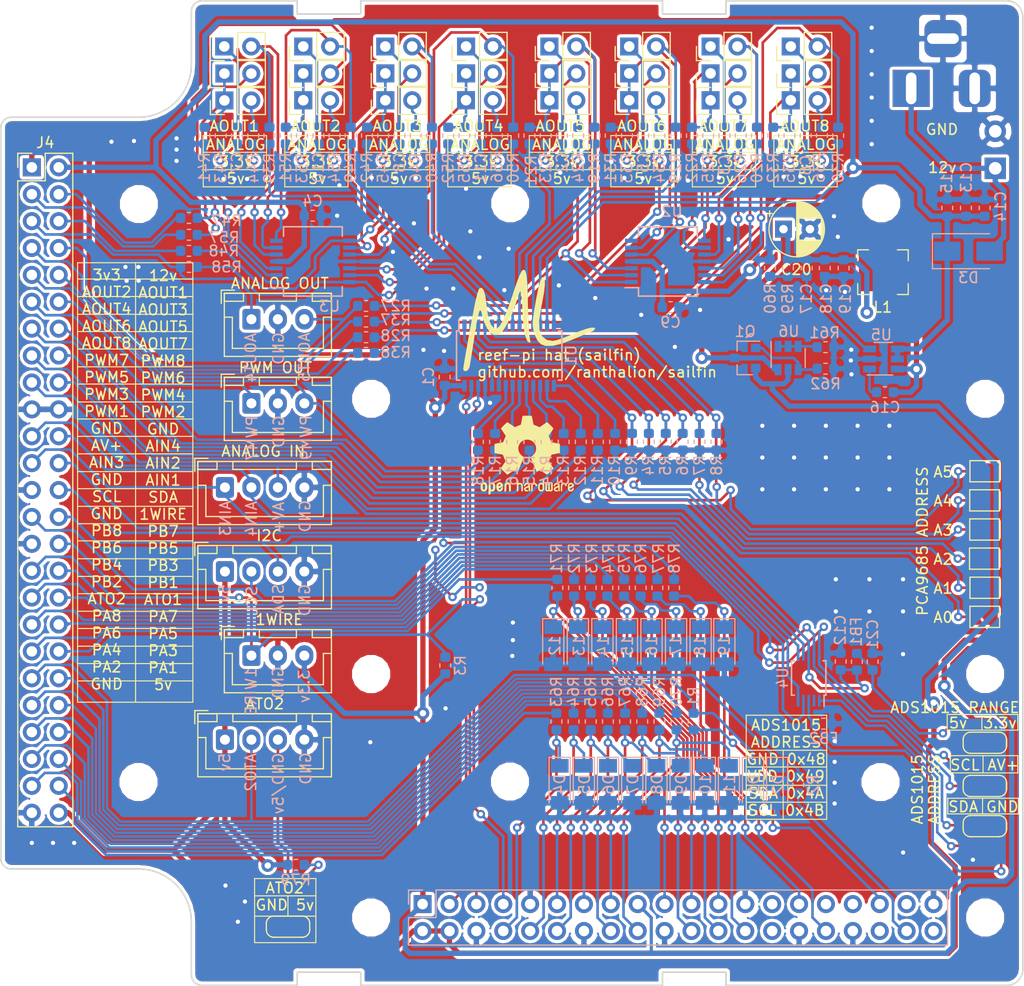
<source format=kicad_pcb>
(kicad_pcb (version 20171130) (host pcbnew "(5.0.1)-3")
  (layers (0 F.Cu signal hide) (31 B.Cu signal) (34 B.Paste user) (35 F.Paste user hide) (36 B.SilkS user) (37 F.SilkS user hide) (38 B.Mask user) (39 F.Mask user hide) (44 Edge.Cuts user))
  (net 0 "")
  (net 1 +3V3)
  (net 2 GND)
  (net 3 "Net-(C2-Pad1)")
  (net 4 "Net-(C3-Pad1)")
  (net 5 +12V)
  (net 6 "Net-(C5-Pad1)")
  (net 7 "Net-(C6-Pad1)")
  (net 8 "Net-(C7-Pad1)")
  (net 9 "Net-(C8-Pad1)")
  (net 10 "Net-(C10-Pad1)")
  (net 11 "Net-(C11-Pad1)")
  (net 12 "Net-(C16-Pad2)")
  (net 13 "Net-(C16-Pad1)")
  (net 14 "Net-(C17-Pad1)")
  (net 15 "Net-(C17-Pad2)")
  (net 16 "Net-(D3-Pad2)")
  (net 17 +5V)
  (net 18 /SDA)
  (net 19 /SCL)
  (net 20 /1WIRE)
  (net 21 /ATO2)
  (net 22 "Net-(JP9-Pad2)")
  (net 23 "Net-(JP10-Pad1)")
  (net 24 "Net-(JP10-Pad2)")
  (net 25 "Net-(JP11-Pad2)")
  (net 26 "Net-(JP11-Pad1)")
  (net 27 "Net-(JP12-Pad2)")
  (net 28 "Net-(JP15-Pad2)")
  (net 29 "Net-(JP15-Pad1)")
  (net 30 "Net-(JP16-Pad2)")
  (net 31 "Net-(JP17-Pad1)")
  (net 32 "Net-(JP17-Pad2)")
  (net 33 "Net-(JP18-Pad2)")
  (net 34 "Net-(JP21-Pad2)")
  (net 35 "Net-(JP21-Pad1)")
  (net 36 "Net-(JP22-Pad2)")
  (net 37 "Net-(JP23-Pad2)")
  (net 38 "Net-(JP23-Pad1)")
  (net 39 "Net-(JP24-Pad2)")
  (net 40 "Net-(JP27-Pad2)")
  (net 41 "Net-(JP27-Pad1)")
  (net 42 "Net-(JP28-Pad2)")
  (net 43 "Net-(JP29-Pad2)")
  (net 44 "Net-(JP29-Pad1)")
  (net 45 "Net-(JP30-Pad2)")
  (net 46 "Net-(JP31-Pad2)")
  (net 47 "Net-(R10-Pad2)")
  (net 48 "Net-(R11-Pad2)")
  (net 49 "Net-(R12-Pad2)")
  (net 50 "Net-(R13-Pad2)")
  (net 51 "Net-(R14-Pad2)")
  (net 52 "Net-(R15-Pad2)")
  (net 53 "Net-(R16-Pad2)")
  (net 54 "Net-(R17-Pad2)")
  (net 55 "Net-(R18-Pad2)")
  (net 56 "Net-(R61-Pad1)")
  (net 57 "Net-(Q1-Pad1)")
  (net 58 "Net-(JP14-Pad2)")
  (net 59 "Net-(JP26-Pad2)")
  (net 60 "Net-(JP7-Pad2)")
  (net 61 "Net-(JP8-Pad2)")
  (net 62 "Net-(JP13-Pad2)")
  (net 63 "Net-(JP19-Pad2)")
  (net 64 "Net-(JP20-Pad2)")
  (net 65 "Net-(JP25-Pad2)")
  (net 66 /AV+)
  (net 67 /ATO1)
  (net 68 /AOUT1)
  (net 69 /AOUT2)
  (net 70 /AOUT3)
  (net 71 /AOUT4)
  (net 72 /PA1)
  (net 73 /AOUT5)
  (net 74 /PA2)
  (net 75 /AOUT6)
  (net 76 /PA3)
  (net 77 /AOUT7)
  (net 78 /PA4)
  (net 79 /AOUT8)
  (net 80 /PA5)
  (net 81 /PA6)
  (net 82 /PWM1)
  (net 83 /PA7)
  (net 84 /PWM2)
  (net 85 /PA8)
  (net 86 /PWM3)
  (net 87 /PWM4)
  (net 88 /PWM5)
  (net 89 /PB2)
  (net 90 /PWM6)
  (net 91 /PWM7)
  (net 92 /PB4)
  (net 93 /PWM8)
  (net 94 /PB6)
  (net 95 /AIN1)
  (net 96 /AIN2)
  (net 97 /AIN3)
  (net 98 /AIN4)
  (net 99 /PWM/LED4)
  (net 100 /PWM/LED6)
  (net 101 /PWM/LED5)
  (net 102 /PWM/LED7)
  (net 103 /PWM/LED0)
  (net 104 /PWM/LED2)
  (net 105 /PWM/LED1)
  (net 106 /PWM/LED3)
  (net 107 /PB1)
  (net 108 /PB8)
  (net 109 /PWM/A0)
  (net 110 /PWM/A1)
  (net 111 /PWM/A2)
  (net 112 /PWM/A3)
  (net 113 /PWM/A4)
  (net 114 /PWM/A5)
  (net 115 /GPIO14)
  (net 116 /GPIO15)
  (net 117 /GPIO17)
  (net 118 /GPIO18)
  (net 119 /GPIO27)
  (net 120 /GPIO22)
  (net 121 /GPIO23)
  (net 122 /GPIO24)
  (net 123 /GPIO25)
  (net 124 /GPIO11)
  (net 125 /GPIO7)
  (net 126 /GPIO8)
  (net 127 /GPIO10)
  (net 128 /GPIO9)
  (net 129 /GPIO12)
  (net 130 /PB7)
  (net 131 /PB3)
  (net 132 /PB5)
  (net 133 /GPIO5)
  (net 134 /GPIO20)
  (net 135 /GPIO19)
  (net 136 "Net-(J2-Pad3)")
  (net 137 "Net-(JP34-Pad3)")
  (net 138 "Net-(C21-Pad1)")
  (net 139 "Net-(FB2-Pad2)")
  (module ml_footprints:SolderJumper-3_P1.3mm_Open_RoundedPad1.0x1.5mm (layer F.Cu) (at 108.428 172.4815 180)
    (fp_text reference JP31 hide)
    (fp_text value SolderJumper_3_Open)
    (pad 2 smd rect (at 0 0 180) (size 1 1.5) (layers F.Cu F.Mask) (net 46 "Net-(JP31-Pad2)"))
    (pad 3 smd custom (at 1.3 0 180) (size 1 0.5) (layers F.Cu F.Mask) (net 19 /SCL) (options (clearance outline) (anchor rect)) (primitives (gr_circle (center 0 0.25) (end 0.5 0.25) (width 0)) (gr_circle (center 0 -0.25) (end 0.5 -0.25) (width 0)) (gr_poly (pts (xy -0.55 -0.75) (xy 0 -0.75) (xy 0 0.75) (xy -0.55 0.75)) (width 0))))
    (pad 1 smd custom (at -1.3 0 180) (size 1 0.5) (layers F.Cu F.Mask) (net 66 /AV+) (options (clearance outline) (anchor rect)) (primitives (gr_circle (center 0 0.25) (end 0.5 0.25) (width 0)) (gr_circle (center 0 -0.25) (end 0.5 -0.25) (width 0)) (gr_poly (pts (xy 0.55 -0.75) (xy 0 -0.75) (xy 0 0.75) (xy 0.55 0.75)) (width 0))))
  )
  (module ml_footprints:SolderJumper-3_P1.3mm_Bridged12_RoundedPad1.0x1.5mm (layer F.Cu) (at 108.428 176.276 180)
    (fp_text reference JP32 hide)
    (fp_text value SolderJumper_3_Bridged12)
    (pad 2 smd rect (at 0 0 180) (size 1 1.5) (layers F.Cu F.Mask) (net 46 "Net-(JP31-Pad2)"))
    (pad 3 smd custom (at 1.3 0 180) (size 1 0.5) (layers F.Cu F.Mask) (net 18 /SDA) (options (clearance outline) (anchor rect)) (primitives (gr_circle (center 0 0.25) (end 0.5 0.25) (width 0)) (gr_circle (center 0 -0.25) (end 0.5 -0.25) (width 0)) (gr_poly (pts (xy -0.55 -0.75) (xy 0 -0.75) (xy 0 0.75) (xy -0.55 0.75)) (width 0))))
    (pad 1 smd custom (at -1.3 0 180) (size 1 0.5) (layers F.Cu F.Mask) (net 139 "Net-(FB2-Pad2)") (options (clearance outline) (anchor rect)) (primitives (gr_circle (center 0 0.25) (end 0.5 0.25) (width 0)) (gr_circle (center 0 -0.25) (end 0.5 -0.25) (width 0)) (gr_poly (pts (xy 0.55 -0.75) (xy 0 -0.75) (xy 0 0.75) (xy 0.55 0.75)) (width 0)) (gr_poly (pts (xy 0.4 -0.3) (xy 0.9 -0.3) (xy 0.9 0.3) (xy 0.4 0.3)) (width 0))))
  )
  (module ml_footprints:SolderJumper-3_P1.3mm_Bridged12_RoundedPad1.0x1.5mm (layer F.Cu) (at 108.428 168.402)
    (fp_text reference JP33 hide)
    (fp_text value SolderJumper_3_Bridged12)
    (pad 2 smd rect (at 0 0) (size 1 1.5) (layers F.Cu F.Mask) (net 138 "Net-(C21-Pad1)"))
    (pad 3 smd custom (at 1.3 0) (size 1 0.5) (layers F.Cu F.Mask) (net 1 +3V3) (options (clearance outline) (anchor rect)) (primitives (gr_circle (center 0 0.25) (end 0.5 0.25) (width 0)) (gr_circle (center 0 -0.25) (end 0.5 -0.25) (width 0)) (gr_poly (pts (xy -0.55 -0.75) (xy 0 -0.75) (xy 0 0.75) (xy -0.55 0.75)) (width 0))))
    (pad 1 smd custom (at -1.3 0) (size 1 0.5) (layers F.Cu F.Mask) (net 17 +5V) (options (clearance outline) (anchor rect)) (primitives (gr_circle (center 0 0.25) (end 0.5 0.25) (width 0)) (gr_circle (center 0 -0.25) (end 0.5 -0.25) (width 0)) (gr_poly (pts (xy 0.55 -0.75) (xy 0 -0.75) (xy 0 0.75) (xy 0.55 0.75)) (width 0)) (gr_poly (pts (xy 0.4 -0.3) (xy 0.9 -0.3) (xy 0.9 0.3) (xy 0.4 0.3)) (width 0))))
  )
  (module ml_footprints:SolderJumper-3_P1.3mm_Bridged12_RoundedPad1.0x1.5mm (layer F.Cu) (at 42.61 185.77)
    (fp_text reference JP34 hide)
    (fp_text value Jumper_3_Bridged12)
    (pad 2 smd rect (at 0 0) (size 1 1.5) (layers F.Cu F.Mask) (net 136 "Net-(J2-Pad3)"))
    (pad 3 smd custom (at 1.3 0) (size 1 0.5) (layers F.Cu F.Mask) (net 137 "Net-(JP34-Pad3)") (options (clearance outline) (anchor rect)) (primitives (gr_circle (center 0 0.25) (end 0.5 0.25) (width 0)) (gr_circle (center 0 -0.25) (end 0.5 -0.25) (width 0)) (gr_poly (pts (xy -0.55 -0.75) (xy 0 -0.75) (xy 0 0.75) (xy -0.55 0.75)) (width 0))))
    (pad 1 smd custom (at -1.3 0) (size 1 0.5) (layers F.Cu F.Mask) (net 2 GND) (options (clearance outline) (anchor rect)) (primitives (gr_circle (center 0 0.25) (end 0.5 0.25) (width 0)) (gr_circle (center 0 -0.25) (end 0.5 -0.25) (width 0)) (gr_poly (pts (xy 0.55 -0.75) (xy 0 -0.75) (xy 0 0.75) (xy 0.55 0.75)) (width 0)) (gr_poly (pts (xy 0.4 -0.3) (xy 0.9 -0.3) (xy 0.9 0.3) (xy 0.4 0.3)) (width 0))))
  )
  (module Package_TO_SOT_SMD:TSOT-23-6 (layer B.Cu) (at 98.85 132.15)
    (fp_text reference U5 (at -0.2 -2.28) (layer B.SilkS) (effects (justify mirror)))
    (fp_text value SY8113BADC)
    (pad 6 smd rect (at 1.31 0.95) (size 1.22 0.65) (layers B.Cu B.Paste B.Mask) (net 13 "Net-(C16-Pad1)"))
    (pad 5 smd rect (at 1.31 0) (size 1.22 0.65) (layers B.Cu B.Paste B.Mask) (net 5 +12V))
    (pad 4 smd rect (at 1.31 -0.95) (size 1.22 0.65) (layers B.Cu B.Paste B.Mask) (net 5 +12V))
    (pad 3 smd rect (at -1.31 -0.95) (size 1.22 0.65) (layers B.Cu B.Paste B.Mask) (net 15 "Net-(C17-Pad2)"))
    (pad 2 smd rect (at -1.31 0) (size 1.22 0.65) (layers B.Cu B.Paste B.Mask) (net 2 GND))
    (pad 1 smd rect (at -1.31 0.95) (size 1.22 0.65) (layers B.Cu B.Paste B.Mask) (net 12 "Net-(C16-Pad2)"))
  )
  (module Diode_SMD:D_SMA (layer B.Cu) (at 106.88 121.97)
    (fp_text reference D3 (at 0 2.5) (layer B.SilkS) (effects (justify mirror)))
    (fp_text value D_Schottky)
    (pad 2 smd rect (at 2 0) (size 2.5 1.8) (layers B.Cu B.Paste B.Mask) (net 16 "Net-(D3-Pad2)"))
    (pad 1 smd rect (at -2 0) (size 2.5 1.8) (layers B.Cu B.Paste B.Mask) (net 5 +12V))
  )
  (module ml_footprints:BarrelJack_Horizontal (layer F.Cu) (at 101.47 106.59 180)
    (fp_text reference J19 hide)
    (fp_text value Barrel_Jack_Switch)
    (pad 3 thru_hole roundrect (at -3 4.7 180) (size 3.5 3.5) (drill oval 3 1) (layers *.Cu *.Mask) (net 2 GND))
    (pad 2 thru_hole roundrect (at -6 0 180) (size 3 3.5) (drill oval 1 3) (layers *.Cu *.Mask) (net 2 GND))
    (pad 1 thru_hole rect (at 0 0 180) (size 3.5 3.5) (drill oval 1 3) (layers *.Cu *.Mask) (net 16 "Net-(D3-Pad2)"))
  )
  (module Diode_SMD:D_MiniMELF (layer B.Cu) (at 75.122 172.328528 270)
    (fp_text reference D7 (at 0 -0.062 270) (layer B.SilkS) (effects (justify mirror)))
    (fp_text value z3.3)
    (pad 2 smd rect (at 1.75 0 270) (size 1.3 1.7) (layers B.Cu B.Paste B.Mask) (net 2 GND))
    (pad 1 smd rect (at -1.75 0 270) (size 1.3 1.7) (layers B.Cu B.Paste B.Mask) (net 118 /GPIO18))
  )
  (module Connector_PinHeader_2.54mm:PinHeader_2x25_P2.54mm_Vertical (layer F.Cu) (at 18.41 114.05)
    (fp_text reference J4 (at 1.27 -2.33) (layer F.SilkS))
    (fp_text value Conn_02x25_Odd_Even)
    (pad 1 thru_hole rect (at 0 0) (size 1.7 1.7) (drill 1) (layers *.Cu *.Mask) (net 1 +3V3))
    (pad 2 thru_hole oval (at 2.54 0) (size 1.7 1.7) (drill 1) (layers *.Cu *.Mask) (net 5 +12V))
    (pad 3 thru_hole oval (at 0 2.54) (size 1.7 1.7) (drill 1) (layers *.Cu *.Mask) (net 69 /AOUT2))
    (pad 4 thru_hole oval (at 2.54 2.54) (size 1.7 1.7) (drill 1) (layers *.Cu *.Mask) (net 68 /AOUT1))
    (pad 5 thru_hole oval (at 0 5.08) (size 1.7 1.7) (drill 1) (layers *.Cu *.Mask) (net 71 /AOUT4))
    (pad 6 thru_hole oval (at 2.54 5.08) (size 1.7 1.7) (drill 1) (layers *.Cu *.Mask) (net 70 /AOUT3))
    (pad 7 thru_hole oval (at 0 7.62) (size 1.7 1.7) (drill 1) (layers *.Cu *.Mask) (net 75 /AOUT6))
    (pad 8 thru_hole oval (at 2.54 7.62) (size 1.7 1.7) (drill 1) (layers *.Cu *.Mask) (net 73 /AOUT5))
    (pad 9 thru_hole oval (at 0 10.16) (size 1.7 1.7) (drill 1) (layers *.Cu *.Mask) (net 79 /AOUT8))
    (pad 10 thru_hole oval (at 2.54 10.16) (size 1.7 1.7) (drill 1) (layers *.Cu *.Mask) (net 77 /AOUT7))
    (pad 11 thru_hole oval (at 0 12.7) (size 1.7 1.7) (drill 1) (layers *.Cu *.Mask) (net 91 /PWM7))
    (pad 12 thru_hole oval (at 2.54 12.7) (size 1.7 1.7) (drill 1) (layers *.Cu *.Mask) (net 93 /PWM8))
    (pad 13 thru_hole oval (at 0 15.24) (size 1.7 1.7) (drill 1) (layers *.Cu *.Mask) (net 88 /PWM5))
    (pad 14 thru_hole oval (at 2.54 15.24) (size 1.7 1.7) (drill 1) (layers *.Cu *.Mask) (net 90 /PWM6))
    (pad 15 thru_hole oval (at 0 17.78) (size 1.7 1.7) (drill 1) (layers *.Cu *.Mask) (net 86 /PWM3))
    (pad 16 thru_hole oval (at 2.54 17.78) (size 1.7 1.7) (drill 1) (layers *.Cu *.Mask) (net 87 /PWM4))
    (pad 17 thru_hole oval (at 0 20.32) (size 1.7 1.7) (drill 1) (layers *.Cu *.Mask) (net 82 /PWM1))
    (pad 18 thru_hole oval (at 2.54 20.32) (size 1.7 1.7) (drill 1) (layers *.Cu *.Mask) (net 84 /PWM2))
    (pad 19 thru_hole oval (at 0 22.86) (size 1.7 1.7) (drill 1) (layers *.Cu *.Mask) (net 2 GND))
    (pad 20 thru_hole oval (at 2.54 22.86) (size 1.7 1.7) (drill 1) (layers *.Cu *.Mask) (net 2 GND))
    (pad 21 thru_hole oval (at 0 25.4) (size 1.7 1.7) (drill 1) (layers *.Cu *.Mask) (net 66 /AV+))
    (pad 22 thru_hole oval (at 2.54 25.4) (size 1.7 1.7) (drill 1) (layers *.Cu *.Mask) (net 98 /AIN4))
    (pad 23 thru_hole oval (at 0 27.94) (size 1.7 1.7) (drill 1) (layers *.Cu *.Mask) (net 97 /AIN3))
    (pad 24 thru_hole oval (at 2.54 27.94) (size 1.7 1.7) (drill 1) (layers *.Cu *.Mask) (net 96 /AIN2))
    (pad 25 thru_hole oval (at 0 30.48) (size 1.7 1.7) (drill 1) (layers *.Cu *.Mask) (net 2 GND))
    (pad 26 thru_hole oval (at 2.54 30.48) (size 1.7 1.7) (drill 1) (layers *.Cu *.Mask) (net 95 /AIN1))
    (pad 27 thru_hole oval (at 0 33.02) (size 1.7 1.7) (drill 1) (layers *.Cu *.Mask) (net 19 /SCL))
    (pad 28 thru_hole oval (at 2.54 33.02) (size 1.7 1.7) (drill 1) (layers *.Cu *.Mask) (net 18 /SDA))
    (pad 29 thru_hole oval (at 0 35.56) (size 1.7 1.7) (drill 1) (layers *.Cu *.Mask) (net 2 GND))
    (pad 30 thru_hole oval (at 2.54 35.56) (size 1.7 1.7) (drill 1) (layers *.Cu *.Mask) (net 20 /1WIRE))
    (pad 31 thru_hole oval (at 0 38.1) (size 1.7 1.7) (drill 1) (layers *.Cu *.Mask) (net 108 /PB8))
    (pad 32 thru_hole oval (at 2.54 38.1) (size 1.7 1.7) (drill 1) (layers *.Cu *.Mask) (net 130 /PB7))
    (pad 33 thru_hole oval (at 0 40.64) (size 1.7 1.7) (drill 1) (layers *.Cu *.Mask) (net 94 /PB6))
    (pad 34 thru_hole oval (at 2.54 40.64) (size 1.7 1.7) (drill 1) (layers *.Cu *.Mask) (net 132 /PB5))
    (pad 35 thru_hole oval (at 0 43.18) (size 1.7 1.7) (drill 1) (layers *.Cu *.Mask) (net 92 /PB4))
    (pad 36 thru_hole oval (at 2.54 43.18) (size 1.7 1.7) (drill 1) (layers *.Cu *.Mask) (net 131 /PB3))
    (pad 37 thru_hole oval (at 0 45.72) (size 1.7 1.7) (drill 1) (layers *.Cu *.Mask) (net 89 /PB2))
    (pad 38 thru_hole oval (at 2.54 45.72) (size 1.7 1.7) (drill 1) (layers *.Cu *.Mask) (net 107 /PB1))
    (pad 39 thru_hole oval (at 0 48.26) (size 1.7 1.7) (drill 1) (layers *.Cu *.Mask) (net 21 /ATO2))
    (pad 40 thru_hole oval (at 2.54 48.26) (size 1.7 1.7) (drill 1) (layers *.Cu *.Mask) (net 67 /ATO1))
    (pad 41 thru_hole oval (at 0 50.8) (size 1.7 1.7) (drill 1) (layers *.Cu *.Mask) (net 85 /PA8))
    (pad 42 thru_hole oval (at 2.54 50.8) (size 1.7 1.7) (drill 1) (layers *.Cu *.Mask) (net 83 /PA7))
    (pad 43 thru_hole oval (at 0 53.34) (size 1.7 1.7) (drill 1) (layers *.Cu *.Mask) (net 81 /PA6))
    (pad 44 thru_hole oval (at 2.54 53.34) (size 1.7 1.7) (drill 1) (layers *.Cu *.Mask) (net 80 /PA5))
    (pad 45 thru_hole oval (at 0 55.88) (size 1.7 1.7) (drill 1) (layers *.Cu *.Mask) (net 78 /PA4))
    (pad 46 thru_hole oval (at 2.54 55.88) (size 1.7 1.7) (drill 1) (layers *.Cu *.Mask) (net 76 /PA3))
    (pad 47 thru_hole oval (at 0 58.42) (size 1.7 1.7) (drill 1) (layers *.Cu *.Mask) (net 74 /PA2))
    (pad 48 thru_hole oval (at 2.54 58.42) (size 1.7 1.7) (drill 1) (layers *.Cu *.Mask) (net 72 /PA1))
    (pad 49 thru_hole oval (at 0 60.96) (size 1.7 1.7) (drill 1) (layers *.Cu *.Mask) (net 2 GND))
    (pad 50 thru_hole oval (at 2.54 60.96) (size 1.7 1.7) (drill 1) (layers *.Cu *.Mask) (net 17 +5V))
  )
  (module Connector_JST:JST_XH_B04B-XH-A_1x04_P2.50mm_Vertical (layer F.Cu) (at 36.65 168.11)
    (fp_text reference J2 hide)
    (fp_text value ATO1)
    (pad 4 thru_hole oval (at 7.5 0) (size 1.7 1.95) (drill 0.95) (layers *.Cu *.Mask) (net 2 GND))
    (pad 3 thru_hole oval (at 5 0) (size 1.7 1.95) (drill 0.95) (layers *.Cu *.Mask) (net 136 "Net-(J2-Pad3)"))
    (pad 2 thru_hole oval (at 2.5 0) (size 1.7 1.95) (drill 0.95) (layers *.Cu *.Mask) (net 21 /ATO2))
    (pad 1 thru_hole roundrect (at 0 0) (size 1.7 1.95) (drill 0.95) (layers *.Cu *.Mask) (roundrect_rratio 0.147059) (net 17 +5V))
  )
  (module Package_SO:SSOP-14_5.3x6.2mm_P0.65mm (layer B.Cu) (at 44.958 122.936)
    (fp_text reference U3 (at 1.572 4.234) (layer B.SilkS) (effects (justify mirror)))
    (fp_text value LM324)
    (pad 1 smd rect (at -3.45 1.95) (size 1.2 0.4) (layers B.Cu B.Paste B.Mask) (net 34 "Net-(JP21-Pad2)"))
    (pad 2 smd rect (at -3.45 1.3) (size 1.2 0.4) (layers B.Cu B.Paste B.Mask) (net 35 "Net-(JP21-Pad1)"))
    (pad 3 smd rect (at -3.45 0.65) (size 1.2 0.4) (layers B.Cu B.Paste B.Mask) (net 63 "Net-(JP19-Pad2)"))
    (pad 4 smd rect (at -3.45 0) (size 1.2 0.4) (layers B.Cu B.Paste B.Mask) (net 5 +12V))
    (pad 5 smd rect (at -3.45 -0.65) (size 1.2 0.4) (layers B.Cu B.Paste B.Mask) (net 65 "Net-(JP25-Pad2)"))
    (pad 6 smd rect (at -3.45 -1.3) (size 1.2 0.4) (layers B.Cu B.Paste B.Mask) (net 41 "Net-(JP27-Pad1)"))
    (pad 7 smd rect (at -3.45 -1.95) (size 1.2 0.4) (layers B.Cu B.Paste B.Mask) (net 40 "Net-(JP27-Pad2)"))
    (pad 8 smd rect (at 3.45 -1.95) (size 1.2 0.4) (layers B.Cu B.Paste B.Mask) (net 37 "Net-(JP23-Pad2)"))
    (pad 9 smd rect (at 3.45 -1.3) (size 1.2 0.4) (layers B.Cu B.Paste B.Mask) (net 38 "Net-(JP23-Pad1)"))
    (pad 10 smd rect (at 3.45 -0.65) (size 1.2 0.4) (layers B.Cu B.Paste B.Mask) (net 64 "Net-(JP20-Pad2)"))
    (pad 11 smd rect (at 3.45 0) (size 1.2 0.4) (layers B.Cu B.Paste B.Mask) (net 2 GND))
    (pad 12 smd rect (at 3.45 0.65) (size 1.2 0.4) (layers B.Cu B.Paste B.Mask) (net 59 "Net-(JP26-Pad2)"))
    (pad 13 smd rect (at 3.45 1.3) (size 1.2 0.4) (layers B.Cu B.Paste B.Mask) (net 44 "Net-(JP29-Pad1)"))
    (pad 14 smd rect (at 3.45 1.95) (size 1.2 0.4) (layers B.Cu B.Paste B.Mask) (net 43 "Net-(JP29-Pad2)"))
  )
  (module Resistor_SMD:R_0603_1608Metric (layer B.Cu) (at 83.08 139.97 270)
    (fp_text reference R8 (at 2.23381 -0.009994 270) (layer B.SilkS) (effects (justify mirror)))
    (fp_text value 10k)
    (pad 1 smd roundrect (at -0.7875 0 270) (size 0.875 0.95) (layers B.Cu B.Paste B.Mask) (net 113 /PWM/A4))
    (pad 2 smd roundrect (at 0.7875 0 270) (size 0.875 0.95) (layers B.Cu B.Paste B.Mask) (net 2 GND))
  )
  (module SparkFunConnectors:SCREWTERMINAL-3.5MM-2-NS (layer F.Cu) (at 109.41 114.14 90)
    (fp_text reference J6 hide)
    (fp_text value Screw_Terminal_01x02 hide)
    (pad 2 thru_hole circle (at 3.49758 0 90) (size 2.032 2.032) (drill 1.19888) (layers *.Cu *.Mask) (net 2 GND))
    (pad 1 thru_hole rect (at 0 0 90) (size 2.032 2.032) (drill 1.19888) (layers *.Cu *.Mask) (net 16 "Net-(D3-Pad2)"))
  )
  (module MountingHole:MountingHole_3mm (layer F.Cu) (at 50.458 161.912 180)
    (fp_text reference REF** hide)
    (fp_text value MountingHole_3mm)
    (pad 1 np_thru_hole circle (at 0 0 180) (size 3 3) (drill 3) (layers *.Cu *.Mask))
  )
  (module Resistor_SMD:R_0603_1608Metric (layer B.Cu) (at 79.226699 111.050132 270)
    (fp_text reference R29 (at 3.0735 0 270) (layer B.SilkS) (effects (justify mirror)))
    (fp_text value 20k)
    (pad 1 smd roundrect (at -0.7875 0 270) (size 0.875 0.95) (layers B.Cu B.Paste B.Mask) (net 62 "Net-(JP13-Pad2)"))
    (pad 2 smd roundrect (at 0.7875 0 270) (size 0.875 0.95) (layers B.Cu B.Paste B.Mask) (net 101 /PWM/LED5))
  )
  (module Resistor_SMD:R_0603_1608Metric (layer B.Cu) (at 34.716658 111.050132 90)
    (fp_text reference R41 (at -3.0225 0 90) (layer B.SilkS) (effects (justify mirror)))
    (fp_text value 100k)
    (pad 1 smd roundrect (at -0.7875 0 90) (size 0.875 0.95) (layers B.Cu B.Paste B.Mask) (net 2 GND))
    (pad 2 smd roundrect (at 0.7875 0 90) (size 0.875 0.95) (layers B.Cu B.Paste B.Mask) (net 35 "Net-(JP21-Pad1)"))
  )
  (module Resistor_SMD:R_0603_1608Metric (layer B.Cu) (at 39.321145 111.050132 270)
    (fp_text reference R44 (at 3.0735 0 270) (layer B.SilkS) (effects (justify mirror)))
    (fp_text value 82k)
    (pad 2 smd roundrect (at 0.7875 0 270) (size 0.875 0.95) (layers B.Cu B.Paste B.Mask) (net 34 "Net-(JP21-Pad2)"))
    (pad 1 smd roundrect (at -0.7875 0 270) (size 0.875 0.95) (layers B.Cu B.Paste B.Mask) (net 36 "Net-(JP22-Pad2)"))
  )
  (module Resistor_SMD:R_0603_1608Metric (layer B.Cu) (at 54.669435 111.050132 270)
    (fp_text reference R46 (at 3.048 0 270) (layer B.SilkS) (effects (justify mirror)))
    (fp_text value 82k)
    (pad 2 smd roundrect (at 0.7875 0 270) (size 0.875 0.95) (layers B.Cu B.Paste B.Mask) (net 37 "Net-(JP23-Pad2)"))
    (pad 1 smd roundrect (at -0.7875 0 270) (size 0.875 0.95) (layers B.Cu B.Paste B.Mask) (net 39 "Net-(JP24-Pad2)"))
  )
  (module Resistor_SMD:R_0603_1608Metric (layer B.Cu) (at 65.413238 111.050132 90)
    (fp_text reference R21 (at -3.299001 0.155001 90) (layer B.SilkS) (effects (justify mirror)))
    (fp_text value 100k)
    (pad 1 smd roundrect (at -0.7875 0 90) (size 0.875 0.95) (layers B.Cu B.Paste B.Mask) (net 2 GND))
    (pad 2 smd roundrect (at 0.7875 0 90) (size 0.875 0.95) (layers B.Cu B.Paste B.Mask) (net 23 "Net-(JP10-Pad1)"))
  )
  (module Resistor_SMD:R_0603_1608Metric (layer B.Cu) (at 80.761528 111.050132 90)
    (fp_text reference R22 (at -3.0225 0 90) (layer B.SilkS) (effects (justify mirror)))
    (fp_text value 100k)
    (pad 2 smd roundrect (at 0.7875 0 90) (size 0.875 0.95) (layers B.Cu B.Paste B.Mask) (net 26 "Net-(JP11-Pad1)"))
    (pad 1 smd roundrect (at -0.7875 0 90) (size 0.875 0.95) (layers B.Cu B.Paste B.Mask) (net 2 GND))
  )
  (module Resistor_SMD:R_0603_1608Metric (layer B.Cu) (at 86.900844 111.050132 270)
    (fp_text reference R20 (at 3.048 0 270) (layer B.SilkS) (effects (justify mirror)))
    (fp_text value 20k)
    (pad 2 smd roundrect (at 0.7875 0 270) (size 0.875 0.95) (layers B.Cu B.Paste B.Mask) (net 100 /PWM/LED6))
    (pad 1 smd roundrect (at -0.7875 0 270) (size 0.875 0.95) (layers B.Cu B.Paste B.Mask) (net 61 "Net-(JP8-Pad2)"))
  )
  (module Resistor_SMD:R_0603_1608Metric (layer B.Cu) (at 66.948067 111.050132 270)
    (fp_text reference R23 (at 3.048 0 270) (layer B.SilkS) (effects (justify mirror)))
    (fp_text value 220k)
    (pad 2 smd roundrect (at 0.7875 0 270) (size 0.875 0.95) (layers B.Cu B.Paste B.Mask) (net 22 "Net-(JP9-Pad2)"))
    (pad 1 smd roundrect (at -0.7875 0 270) (size 0.875 0.95) (layers B.Cu B.Paste B.Mask) (net 23 "Net-(JP10-Pad1)"))
  )
  (module Resistor_SMD:R_0603_1608Metric (layer B.Cu) (at 82.296357 111.050132 270)
    (fp_text reference R25 (at 3.048 0 270) (layer B.SilkS) (effects (justify mirror)))
    (fp_text value 220k)
    (pad 1 smd roundrect (at -0.7875 0 270) (size 0.875 0.95) (layers B.Cu B.Paste B.Mask) (net 26 "Net-(JP11-Pad1)"))
    (pad 2 smd roundrect (at 0.7875 0 270) (size 0.875 0.95) (layers B.Cu B.Paste B.Mask) (net 25 "Net-(JP11-Pad2)"))
  )
  (module Resistor_SMD:R_0603_1608Metric (layer B.Cu) (at 70.017725 111.050132 270)
    (fp_text reference R24 (at 3.0225 0 270) (layer B.SilkS) (effects (justify mirror)))
    (fp_text value 82k)
    (pad 2 smd roundrect (at 0.7875 0 270) (size 0.875 0.95) (layers B.Cu B.Paste B.Mask) (net 22 "Net-(JP9-Pad2)"))
    (pad 1 smd roundrect (at -0.7875 0 270) (size 0.875 0.95) (layers B.Cu B.Paste B.Mask) (net 24 "Net-(JP10-Pad2)"))
  )
  (module Resistor_SMD:R_0603_1608Metric (layer B.Cu) (at 85.37 111.050132 270)
    (fp_text reference R26 (at 3.0735 0 270) (layer B.SilkS) (effects (justify mirror)))
    (fp_text value 82k)
    (pad 1 smd roundrect (at -0.7875 0 270) (size 0.875 0.95) (layers B.Cu B.Paste B.Mask) (net 27 "Net-(JP12-Pad2)"))
    (pad 2 smd roundrect (at 0.7875 0 270) (size 0.875 0.95) (layers B.Cu B.Paste B.Mask) (net 25 "Net-(JP11-Pad2)"))
  )
  (module Resistor_SMD:R_0603_1608Metric (layer B.Cu) (at 71.552554 111.050132 270)
    (fp_text reference R19 (at 3.0735 0 270) (layer B.SilkS) (effects (justify mirror)))
    (fp_text value 20k)
    (pad 1 smd roundrect (at -0.7875 0 270) (size 0.875 0.95) (layers B.Cu B.Paste B.Mask) (net 60 "Net-(JP7-Pad2)"))
    (pad 2 smd roundrect (at 0.7875 0 270) (size 0.875 0.95) (layers B.Cu B.Paste B.Mask) (net 99 /PWM/LED4))
  )
  (module Resistor_SMD:R_0603_1608Metric (layer B.Cu) (at 94.575 111.050132 270)
    (fp_text reference R30 (at 3.048 0 270) (layer B.SilkS) (effects (justify mirror)))
    (fp_text value 20k)
    (pad 2 smd roundrect (at 0.7875 0 270) (size 0.875 0.95) (layers B.Cu B.Paste B.Mask) (net 102 /PWM/LED7))
    (pad 1 smd roundrect (at -0.7875 0 270) (size 0.875 0.95) (layers B.Cu B.Paste B.Mask) (net 58 "Net-(JP14-Pad2)"))
  )
  (module Resistor_SMD:R_0603_1608Metric (layer B.Cu) (at 73.087383 111.050132 90)
    (fp_text reference R31 (at -3.048 0 90) (layer B.SilkS) (effects (justify mirror)))
    (fp_text value 100k)
    (pad 2 smd roundrect (at 0.7875 0 90) (size 0.875 0.95) (layers B.Cu B.Paste B.Mask) (net 29 "Net-(JP15-Pad1)"))
    (pad 1 smd roundrect (at -0.7875 0 90) (size 0.875 0.95) (layers B.Cu B.Paste B.Mask) (net 2 GND))
  )
  (module Resistor_SMD:R_0603_1608Metric (layer B.Cu) (at 74.622212 111.050132 270)
    (fp_text reference R33 (at 3.0735 0.001499 270) (layer B.SilkS) (effects (justify mirror)))
    (fp_text value 220k)
    (pad 1 smd roundrect (at -0.7875 0 270) (size 0.875 0.95) (layers B.Cu B.Paste B.Mask) (net 29 "Net-(JP15-Pad1)"))
    (pad 2 smd roundrect (at 0.7875 0 270) (size 0.875 0.95) (layers B.Cu B.Paste B.Mask) (net 28 "Net-(JP15-Pad2)"))
  )
  (module Resistor_SMD:R_0603_1608Metric (layer B.Cu) (at 77.69187 111.050132 270)
    (fp_text reference R34 (at 3.048 0 270) (layer B.SilkS) (effects (justify mirror)))
    (fp_text value 82k)
    (pad 1 smd roundrect (at -0.7875 0 270) (size 0.875 0.95) (layers B.Cu B.Paste B.Mask) (net 30 "Net-(JP16-Pad2)"))
    (pad 2 smd roundrect (at 0.7875 0 270) (size 0.875 0.95) (layers B.Cu B.Paste B.Mask) (net 28 "Net-(JP15-Pad2)"))
  )
  (module Resistor_SMD:R_0603_1608Metric (layer B.Cu) (at 89.970502 111.050132 270)
    (fp_text reference R35 (at 3.048 0 270) (layer B.SilkS) (effects (justify mirror)))
    (fp_text value 220k)
    (pad 1 smd roundrect (at -0.7875 0 270) (size 0.875 0.95) (layers B.Cu B.Paste B.Mask) (net 31 "Net-(JP17-Pad1)"))
    (pad 2 smd roundrect (at 0.7875 0 270) (size 0.875 0.95) (layers B.Cu B.Paste B.Mask) (net 32 "Net-(JP17-Pad2)"))
  )
  (module Resistor_SMD:R_0603_1608Metric (layer B.Cu) (at 88.435673 111.050132 90)
    (fp_text reference R32 (at -3.048 0 90) (layer B.SilkS) (effects (justify mirror)))
    (fp_text value 100k)
    (pad 2 smd roundrect (at 0.7875 0 90) (size 0.875 0.95) (layers B.Cu B.Paste B.Mask) (net 31 "Net-(JP17-Pad1)"))
    (pad 1 smd roundrect (at -0.7875 0 90) (size 0.875 0.95) (layers B.Cu B.Paste B.Mask) (net 2 GND))
  )
  (module Resistor_SMD:R_0603_1608Metric (layer B.Cu) (at 93.04016 111.050132 270)
    (fp_text reference R36 (at 3.0225 0.254 270) (layer B.SilkS) (effects (justify mirror)))
    (fp_text value 82k)
    (pad 2 smd roundrect (at 0.7875 0 270) (size 0.875 0.95) (layers B.Cu B.Paste B.Mask) (net 32 "Net-(JP17-Pad2)"))
    (pad 1 smd roundrect (at -0.7875 0 270) (size 0.875 0.95) (layers B.Cu B.Paste B.Mask) (net 33 "Net-(JP18-Pad2)"))
  )
  (module Resistor_SMD:R_0603_1608Metric (layer B.Cu) (at 40.855974 111.050132 270)
    (fp_text reference R39 (at 3.0735 0 270) (layer B.SilkS) (effects (justify mirror)))
    (fp_text value 20k)
    (pad 1 smd roundrect (at -0.7875 0 270) (size 0.875 0.95) (layers B.Cu B.Paste B.Mask) (net 63 "Net-(JP19-Pad2)"))
    (pad 2 smd roundrect (at 0.7875 0 270) (size 0.875 0.95) (layers B.Cu B.Paste B.Mask) (net 103 /PWM/LED0))
  )
  (module Resistor_SMD:R_0603_1608Metric (layer B.Cu) (at 56.204264 111.050132 270)
    (fp_text reference R40 (at 3.0225 0 270) (layer B.SilkS) (effects (justify mirror)))
    (fp_text value 20k)
    (pad 1 smd roundrect (at -0.7875 0 270) (size 0.875 0.95) (layers B.Cu B.Paste B.Mask) (net 64 "Net-(JP20-Pad2)"))
    (pad 2 smd roundrect (at 0.7875 0 270) (size 0.875 0.95) (layers B.Cu B.Paste B.Mask) (net 104 /PWM/LED2))
  )
  (module Resistor_SMD:R_0603_1608Metric (layer B.Cu) (at 50.064948 111.050132 90)
    (fp_text reference R42 (at -3.0225 0 90) (layer B.SilkS) (effects (justify mirror)))
    (fp_text value 100k)
    (pad 1 smd roundrect (at -0.7875 0 90) (size 0.875 0.95) (layers B.Cu B.Paste B.Mask) (net 2 GND))
    (pad 2 smd roundrect (at 0.7875 0 90) (size 0.875 0.95) (layers B.Cu B.Paste B.Mask) (net 38 "Net-(JP23-Pad1)"))
  )
  (module Resistor_SMD:R_0603_1608Metric (layer B.Cu) (at 36.251487 111.050132 270)
    (fp_text reference R43 (at 3.0735 0 270) (layer B.SilkS) (effects (justify mirror)))
    (fp_text value 220k)
    (pad 1 smd roundrect (at -0.7875 0 270) (size 0.875 0.95) (layers B.Cu B.Paste B.Mask) (net 35 "Net-(JP21-Pad1)"))
    (pad 2 smd roundrect (at 0.7875 0 270) (size 0.875 0.95) (layers B.Cu B.Paste B.Mask) (net 34 "Net-(JP21-Pad2)"))
  )
  (module Resistor_SMD:R_0603_1608Metric (layer B.Cu) (at 51.599777 111.050132 270)
    (fp_text reference R45 (at 3.0735 0 270) (layer B.SilkS) (effects (justify mirror)))
    (fp_text value 220k)
    (pad 2 smd roundrect (at 0.7875 0 270) (size 0.875 0.95) (layers B.Cu B.Paste B.Mask) (net 37 "Net-(JP23-Pad2)"))
    (pad 1 smd roundrect (at -0.7875 0 270) (size 0.875 0.95) (layers B.Cu B.Paste B.Mask) (net 38 "Net-(JP23-Pad1)"))
  )
  (module Resistor_SMD:R_0603_1608Metric (layer B.Cu) (at 42.390803 111.050132 90)
    (fp_text reference R51 (at -3.048 0 90) (layer B.SilkS) (effects (justify mirror)))
    (fp_text value 100k)
    (pad 1 smd roundrect (at -0.7875 0 90) (size 0.875 0.95) (layers B.Cu B.Paste B.Mask) (net 2 GND))
    (pad 2 smd roundrect (at 0.7875 0 90) (size 0.875 0.95) (layers B.Cu B.Paste B.Mask) (net 41 "Net-(JP27-Pad1)"))
  )
  (module Resistor_SMD:R_0603_1608Metric (layer B.Cu) (at 63.878409 111.050132 270)
    (fp_text reference R50 (at 3.048 0 270) (layer B.SilkS) (effects (justify mirror)))
    (fp_text value 20k)
    (pad 2 smd roundrect (at 0.7875 0 270) (size 0.875 0.95) (layers B.Cu B.Paste B.Mask) (net 106 /PWM/LED3))
    (pad 1 smd roundrect (at -0.7875 0 270) (size 0.875 0.95) (layers B.Cu B.Paste B.Mask) (net 59 "Net-(JP26-Pad2)"))
  )
  (module Resistor_SMD:R_0603_1608Metric (layer B.Cu) (at 57.739093 111.050132 90)
    (fp_text reference R52 (at -3.0735 0 90) (layer B.SilkS) (effects (justify mirror)))
    (fp_text value 100k)
    (pad 2 smd roundrect (at 0.7875 0 90) (size 0.875 0.95) (layers B.Cu B.Paste B.Mask) (net 44 "Net-(JP29-Pad1)"))
    (pad 1 smd roundrect (at -0.7875 0 90) (size 0.875 0.95) (layers B.Cu B.Paste B.Mask) (net 2 GND))
  )
  (module Resistor_SMD:R_0603_1608Metric (layer B.Cu) (at 43.925632 111.050132 270)
    (fp_text reference R53 (at 3.0735 0 270) (layer B.SilkS) (effects (justify mirror)))
    (fp_text value 220k)
    (pad 2 smd roundrect (at 0.7875 0 270) (size 0.875 0.95) (layers B.Cu B.Paste B.Mask) (net 40 "Net-(JP27-Pad2)"))
    (pad 1 smd roundrect (at -0.7875 0 270) (size 0.875 0.95) (layers B.Cu B.Paste B.Mask) (net 41 "Net-(JP27-Pad1)"))
  )
  (module Resistor_SMD:R_0603_1608Metric (layer B.Cu) (at 47 111.050132 270)
    (fp_text reference R54 (at 3.0225 0 270) (layer B.SilkS) (effects (justify mirror)))
    (fp_text value 82k)
    (pad 2 smd roundrect (at 0.7875 0 270) (size 0.875 0.95) (layers B.Cu B.Paste B.Mask) (net 40 "Net-(JP27-Pad2)"))
    (pad 1 smd roundrect (at -0.7875 0 270) (size 0.875 0.95) (layers B.Cu B.Paste B.Mask) (net 42 "Net-(JP28-Pad2)"))
  )
  (module Resistor_SMD:R_0603_1608Metric (layer B.Cu) (at 59.273922 111.050132 270)
    (fp_text reference R55 (at 3.048 0 270) (layer B.SilkS) (effects (justify mirror)))
    (fp_text value 220k)
    (pad 1 smd roundrect (at -0.7875 0 270) (size 0.875 0.95) (layers B.Cu B.Paste B.Mask) (net 44 "Net-(JP29-Pad1)"))
    (pad 2 smd roundrect (at 0.7875 0 270) (size 0.875 0.95) (layers B.Cu B.Paste B.Mask) (net 43 "Net-(JP29-Pad2)"))
  )
  (module Resistor_SMD:R_0603_1608Metric (layer B.Cu) (at 62.34358 111.050132 270)
    (fp_text reference R56 (at 3.0225 0 270) (layer B.SilkS) (effects (justify mirror)))
    (fp_text value 82k)
    (pad 1 smd roundrect (at -0.7875 0 270) (size 0.875 0.95) (layers B.Cu B.Paste B.Mask) (net 45 "Net-(JP30-Pad2)"))
    (pad 2 smd roundrect (at 0.7875 0 270) (size 0.875 0.95) (layers B.Cu B.Paste B.Mask) (net 43 "Net-(JP29-Pad2)"))
  )
  (module Resistor_SMD:R_0603_1608Metric (layer B.Cu) (at 48.530119 111.050132 270)
    (fp_text reference R49 (at 3.0225 0 270) (layer B.SilkS) (effects (justify mirror)))
    (fp_text value 20k)
    (pad 1 smd roundrect (at -0.7875 0 270) (size 0.875 0.95) (layers B.Cu B.Paste B.Mask) (net 65 "Net-(JP25-Pad2)"))
    (pad 2 smd roundrect (at 0.7875 0 270) (size 0.875 0.95) (layers B.Cu B.Paste B.Mask) (net 105 /PWM/LED1))
  )
  (module Capacitor_SMD:C_0603_1608Metric (layer B.Cu) (at 60.808751 111.050132 270)
    (fp_text reference C11 (at 3.0735 0 270) (layer B.SilkS) (effects (justify mirror)))
    (fp_text value 0.1uF)
    (pad 2 smd roundrect (at 0.7875 0 270) (size 0.875 0.95) (layers B.Cu B.Paste B.Mask) (net 2 GND))
    (pad 1 smd roundrect (at -0.7875 0 270) (size 0.875 0.95) (layers B.Cu B.Paste B.Mask) (net 11 "Net-(C11-Pad1)"))
  )
  (module Capacitor_SMD:C_0603_1608Metric (layer B.Cu) (at 76.157041 111.050132 270)
    (fp_text reference C5 (at 2.5655 0 270) (layer B.SilkS) (effects (justify mirror)))
    (fp_text value 0.1uF)
    (pad 1 smd roundrect (at -0.7875 0 270) (size 0.875 0.95) (layers B.Cu B.Paste B.Mask) (net 6 "Net-(C5-Pad1)"))
    (pad 2 smd roundrect (at 0.7875 0 270) (size 0.875 0.95) (layers B.Cu B.Paste B.Mask) (net 2 GND))
  )
  (module Capacitor_SMD:C_0603_1608Metric (layer B.Cu) (at 91.505331 111.050132 270)
    (fp_text reference C6 (at 2.794 0 270) (layer B.SilkS) (effects (justify mirror)))
    (fp_text value 0.1uF)
    (pad 1 smd roundrect (at -0.7875 0 270) (size 0.875 0.95) (layers B.Cu B.Paste B.Mask) (net 7 "Net-(C6-Pad1)"))
    (pad 2 smd roundrect (at 0.7875 0 270) (size 0.875 0.95) (layers B.Cu B.Paste B.Mask) (net 2 GND))
  )
  (module Capacitor_SMD:C_0603_1608Metric (layer B.Cu) (at 45.48 111.050132 270)
    (fp_text reference C10 (at 3.0225 0 270) (layer B.SilkS) (effects (justify mirror)))
    (fp_text value 0.1uF)
    (pad 1 smd roundrect (at -0.7875 0 270) (size 0.875 0.95) (layers B.Cu B.Paste B.Mask) (net 10 "Net-(C10-Pad1)"))
    (pad 2 smd roundrect (at 0.7875 0 270) (size 0.875 0.95) (layers B.Cu B.Paste B.Mask) (net 2 GND))
  )
  (module Capacitor_SMD:C_0603_1608Metric (layer B.Cu) (at 53.134606 111.050132 270)
    (fp_text reference C8 (at 2.54 0 270) (layer B.SilkS) (effects (justify mirror)))
    (fp_text value 0.1uF)
    (pad 2 smd roundrect (at 0.7875 0 270) (size 0.875 0.95) (layers B.Cu B.Paste B.Mask) (net 2 GND))
    (pad 1 smd roundrect (at -0.7875 0 270) (size 0.875 0.95) (layers B.Cu B.Paste B.Mask) (net 9 "Net-(C8-Pad1)"))
  )
  (module Capacitor_SMD:C_0603_1608Metric (layer B.Cu) (at 83.83 111.050132 270)
    (fp_text reference C3 (at 2.7685 0 270) (layer B.SilkS) (effects (justify mirror)))
    (fp_text value 0.1uF)
    (pad 2 smd roundrect (at 0.7875 0 270) (size 0.875 0.95) (layers B.Cu B.Paste B.Mask) (net 2 GND))
    (pad 1 smd roundrect (at -0.7875 0 270) (size 0.875 0.95) (layers B.Cu B.Paste B.Mask) (net 4 "Net-(C3-Pad1)"))
  )
  (module Capacitor_SMD:C_0603_1608Metric (layer B.Cu) (at 68.482896 111.050132 270)
    (fp_text reference C2 (at 2.54 0 270) (layer B.SilkS) (effects (justify mirror)))
    (fp_text value 0.1uF)
    (pad 1 smd roundrect (at -0.7875 0 270) (size 0.875 0.95) (layers B.Cu B.Paste B.Mask) (net 3 "Net-(C2-Pad1)"))
    (pad 2 smd roundrect (at 0.7875 0 270) (size 0.875 0.95) (layers B.Cu B.Paste B.Mask) (net 2 GND))
  )
  (module Capacitor_SMD:C_0603_1608Metric (layer B.Cu) (at 37.786316 111.050132 270)
    (fp_text reference C7 (at 2.5145 0 270) (layer B.SilkS) (effects (justify mirror)))
    (fp_text value 0.1uF)
    (pad 2 smd roundrect (at 0.7875 0 270) (size 0.875 0.95) (layers B.Cu B.Paste B.Mask) (net 2 GND))
    (pad 1 smd roundrect (at -0.7875 0 270) (size 0.875 0.95) (layers B.Cu B.Paste B.Mask) (net 8 "Net-(C7-Pad1)"))
  )
  (module Connector_PinHeader_2.54mm:PinHeader_1x02_P2.54mm_Vertical (layer F.Cu) (at 67.296632 102.634739 90)
    (fp_text reference JP7 hide)
    (fp_text value JP_Analog)
    (pad 2 thru_hole oval (at 0 2.54 90) (size 1.7 1.7) (drill 1) (layers *.Cu *.Mask) (net 60 "Net-(JP7-Pad2)"))
    (pad 1 thru_hole rect (at 0 0 90) (size 1.7 1.7) (drill 1) (layers *.Cu *.Mask) (net 3 "Net-(C2-Pad1)"))
  )
  (module Connector_PinHeader_2.54mm:PinHeader_1x02_P2.54mm_Vertical (layer F.Cu) (at 51.8 107.714739 90)
    (fp_text reference JP24 hide)
    (fp_text value JP_5v)
    (pad 1 thru_hole rect (at 0 0 90) (size 1.7 1.7) (drill 1) (layers *.Cu *.Mask) (net 38 "Net-(JP23-Pad1)"))
    (pad 2 thru_hole oval (at 0 2.54 90) (size 1.7 1.7) (drill 1) (layers *.Cu *.Mask) (net 39 "Net-(JP24-Pad2)"))
  )
  (module Connector_PinHeader_2.54mm:PinHeader_1x02_P2.54mm_Vertical (layer F.Cu) (at 44.048007 102.634739 90)
    (fp_text reference JP25 hide)
    (fp_text value JP_Analog)
    (pad 2 thru_hole oval (at 0 2.54 90) (size 1.7 1.7) (drill 1) (layers *.Cu *.Mask) (net 65 "Net-(JP25-Pad2)"))
    (pad 1 thru_hole rect (at 0 0 90) (size 1.7 1.7) (drill 1) (layers *.Cu *.Mask) (net 10 "Net-(C10-Pad1)"))
  )
  (module Connector_PinHeader_2.54mm:PinHeader_2x20_P2.54mm_Vertical (layer B.Cu) (at 55.32 183.64 270)
    (fp_text reference J3 hide)
    (fp_text value Raspberry_Pi_2_3)
    (pad 40 thru_hole oval (at 2.54 -48.26 270) (size 1.7 1.7) (drill 1) (layers *.Cu *.Mask))
    (pad 39 thru_hole oval (at 0 -48.26 270) (size 1.7 1.7) (drill 1) (layers *.Cu *.Mask) (net 2 GND))
    (pad 38 thru_hole oval (at 2.54 -45.72 270) (size 1.7 1.7) (drill 1) (layers *.Cu *.Mask) (net 134 /GPIO20))
    (pad 37 thru_hole oval (at 0 -45.72 270) (size 1.7 1.7) (drill 1) (layers *.Cu *.Mask))
    (pad 36 thru_hole oval (at 2.54 -43.18 270) (size 1.7 1.7) (drill 1) (layers *.Cu *.Mask))
    (pad 35 thru_hole oval (at 0 -43.18 270) (size 1.7 1.7) (drill 1) (layers *.Cu *.Mask) (net 135 /GPIO19))
    (pad 34 thru_hole oval (at 2.54 -40.64 270) (size 1.7 1.7) (drill 1) (layers *.Cu *.Mask) (net 2 GND))
    (pad 33 thru_hole oval (at 0 -40.64 270) (size 1.7 1.7) (drill 1) (layers *.Cu *.Mask))
    (pad 32 thru_hole oval (at 2.54 -38.1 270) (size 1.7 1.7) (drill 1) (layers *.Cu *.Mask) (net 129 /GPIO12))
    (pad 31 thru_hole oval (at 0 -38.1 270) (size 1.7 1.7) (drill 1) (layers *.Cu *.Mask))
    (pad 30 thru_hole oval (at 2.54 -35.56 270) (size 1.7 1.7) (drill 1) (layers *.Cu *.Mask) (net 2 GND))
    (pad 29 thru_hole oval (at 0 -35.56 270) (size 1.7 1.7) (drill 1) (layers *.Cu *.Mask) (net 133 /GPIO5))
    (pad 28 thru_hole oval (at 2.54 -33.02 270) (size 1.7 1.7) (drill 1) (layers *.Cu *.Mask))
    (pad 27 thru_hole oval (at 0 -33.02 270) (size 1.7 1.7) (drill 1) (layers *.Cu *.Mask))
    (pad 26 thru_hole oval (at 2.54 -30.48 270) (size 1.7 1.7) (drill 1) (layers *.Cu *.Mask) (net 125 /GPIO7))
    (pad 25 thru_hole oval (at 0 -30.48 270) (size 1.7 1.7) (drill 1) (layers *.Cu *.Mask) (net 2 GND))
    (pad 24 thru_hole oval (at 2.54 -27.94 270) (size 1.7 1.7) (drill 1) (layers *.Cu *.Mask) (net 126 /GPIO8))
    (pad 23 thru_hole oval (at 0 -27.94 270) (size 1.7 1.7) (drill 1) (layers *.Cu *.Mask) (net 124 /GPIO11))
    (pad 22 thru_hole oval (at 2.54 -25.4 270) (size 1.7 1.7) (drill 1) (layers *.Cu *.Mask) (net 123 /GPIO25))
    (pad 21 thru_hole oval (at 0 -25.4 270) (size 1.7 1.7) (drill 1) (layers *.Cu *.Mask) (net 128 /GPIO9))
    (pad 20 thru_hole oval (at 2.54 -22.86 270) (size 1.7 1.7) (drill 1) (layers *.Cu *.Mask) (net 2 GND))
    (pad 19 thru_hole oval (at 0 -22.86 270) (size 1.7 1.7) (drill 1) (layers *.Cu *.Mask) (net 127 /GPIO10))
    (pad 18 thru_hole oval (at 2.54 -20.32 270) (size 1.7 1.7) (drill 1) (layers *.Cu *.Mask) (net 122 /GPIO24))
    (pad 17 thru_hole oval (at 0 -20.32 270) (size 1.7 1.7) (drill 1) (layers *.Cu *.Mask) (net 1 +3V3))
    (pad 16 thru_hole oval (at 2.54 -17.78 270) (size 1.7 1.7) (drill 1) (layers *.Cu *.Mask) (net 121 /GPIO23))
    (pad 15 thru_hole oval (at 0 -17.78 270) (size 1.7 1.7) (drill 1) (layers *.Cu *.Mask) (net 120 /GPIO22))
    (pad 14 thru_hole oval (at 2.54 -15.24 270) (size 1.7 1.7) (drill 1) (layers *.Cu *.Mask) (net 2 GND))
    (pad 13 thru_hole oval (at 0 -15.24 270) (size 1.7 1.7) (drill 1) (layers *.Cu *.Mask) (net 119 /GPIO27))
    (pad 12 thru_hole oval (at 2.54 -12.7 270) (size 1.7 1.7) (drill 1) (layers *.Cu *.Mask) (net 118 /GPIO18))
    (pad 11 thru_hole oval (at 0 -12.7 270) (size 1.7 1.7) (drill 1) (layers *.Cu *.Mask) (net 117 /GPIO17))
    (pad 10 thru_hole oval (at 2.54 -10.16 270) (size 1.7 1.7) (drill 1) (layers *.Cu *.Mask) (net 116 /GPIO15))
    (pad 9 thru_hole oval (at 0 -10.16 270) (size 1.7 1.7) (drill 1) (layers *.Cu *.Mask) (net 2 GND))
    (pad 8 thru_hole oval (at 2.54 -7.62 270) (size 1.7 1.7) (drill 1) (layers *.Cu *.Mask) (net 115 /GPIO14))
    (pad 7 thru_hole oval (at 0 -7.62 270) (size 1.7 1.7) (drill 1) (layers *.Cu *.Mask) (net 20 /1WIRE))
    (pad 6 thru_hole oval (at 2.54 -5.08 270) (size 1.7 1.7) (drill 1) (layers *.Cu *.Mask) (net 2 GND))
    (pad 5 thru_hole oval (at 0 -5.08 270) (size 1.7 1.7) (drill 1) (layers *.Cu *.Mask) (net 19 /SCL))
    (pad 4 thru_hole oval (at 2.54 -2.54 270) (size 1.7 1.7) (drill 1) (layers *.Cu *.Mask) (net 17 +5V))
    (pad 3 thru_hole oval (at 0 -2.54 270) (size 1.7 1.7) (drill 1) (layers *.Cu *.Mask) (net 18 /SDA))
    (pad 2 thru_hole oval (at 2.54 0 270) (size 1.7 1.7) (drill 1) (layers *.Cu *.Mask) (net 17 +5V))
    (pad 1 thru_hole rect (at 0 0 270) (size 1.7 1.7) (drill 1) (layers *.Cu *.Mask) (net 1 +3V3))
  )
  (module MountingHole:MountingHole_3mm (layer F.Cu) (at 28.48 172.11 180)
    (fp_text reference REF** hide)
    (fp_text value MountingHole_3mm)
    (pad 1 np_thru_hole circle (at 0 0 180) (size 3 3) (drill 3) (layers *.Cu *.Mask))
  )
  (module MountingHole:MountingHole_3mm (layer F.Cu) (at 98.644 117.446 180)
    (fp_text reference REF** hide)
    (fp_text value MountingHole_3mm)
    (pad 1 np_thru_hole circle (at 0 0 180) (size 3 3) (drill 3) (layers *.Cu *.Mask))
  )
  (module MountingHole:MountingHole_3mm (layer F.Cu) (at 63.594 117.446 180)
    (fp_text reference REF** hide)
    (fp_text value MountingHole_3mm)
    (pad 1 np_thru_hole circle (at 0 0 180) (size 3 3) (drill 3) (layers *.Cu *.Mask))
  )
  (module MountingHole:MountingHole_3mm (layer F.Cu) (at 63.57 172.07 180)
    (fp_text reference REF** hide)
    (fp_text value MountingHole_3mm)
    (pad 1 np_thru_hole circle (at 0 0 180) (size 3 3) (drill 3) (layers *.Cu *.Mask))
  )
  (module MountingHole:MountingHole_3mm (layer F.Cu) (at 28.52 117.52 180)
    (fp_text reference REF** hide)
    (fp_text value MountingHole_3mm)
    (pad 1 np_thru_hole circle (at 0 0 180) (size 3 3) (drill 3) (layers *.Cu *.Mask))
  )
  (module Package_SO:TSSOP-10_3x3mm_P0.5mm (layer B.Cu) (at 91.79 162.28 90)
    (fp_text reference U4 (at 0 -2.47 90) (layer B.SilkS) (effects (justify mirror)))
    (fp_text value ADS1015IDGS)
    (pad 1 smd rect (at -2.15 1 90) (size 1.1 0.25) (layers B.Cu B.Paste B.Mask) (net 46 "Net-(JP31-Pad2)"))
    (pad 2 smd rect (at -2.15 0.5 90) (size 1.1 0.25) (layers B.Cu B.Paste B.Mask))
    (pad 3 smd rect (at -2.15 0 90) (size 1.1 0.25) (layers B.Cu B.Paste B.Mask) (net 139 "Net-(FB2-Pad2)"))
    (pad 4 smd rect (at -2.15 -0.5 90) (size 1.1 0.25) (layers B.Cu B.Paste B.Mask) (net 95 /AIN1))
    (pad 5 smd rect (at -2.15 -1 90) (size 1.1 0.25) (layers B.Cu B.Paste B.Mask) (net 96 /AIN2))
    (pad 6 smd rect (at 2.15 -1 90) (size 1.1 0.25) (layers B.Cu B.Paste B.Mask) (net 97 /AIN3))
    (pad 7 smd rect (at 2.15 -0.5 90) (size 1.1 0.25) (layers B.Cu B.Paste B.Mask) (net 98 /AIN4))
    (pad 8 smd rect (at 2.15 0 90) (size 1.1 0.25) (layers B.Cu B.Paste B.Mask) (net 66 /AV+))
    (pad 9 smd rect (at 2.15 0.5 90) (size 1.1 0.25) (layers B.Cu B.Paste B.Mask) (net 18 /SDA))
    (pad 10 smd rect (at 2.15 1 90) (size 1.1 0.25) (layers B.Cu B.Paste B.Mask) (net 19 /SCL))
  )
  (module Capacitor_SMD:C_0603_1608Metric (layer B.Cu) (at 57.404 133.858 90)
    (fp_text reference C1 (at 0 -1.524 90) (layer B.SilkS) (effects (justify mirror)))
    (fp_text value C)
    (pad 1 smd roundrect (at -0.7875 0 90) (size 0.875 0.95) (layers B.Cu B.Paste B.Mask) (net 1 +3V3))
    (pad 2 smd roundrect (at 0.7875 0 90) (size 0.875 0.95) (layers B.Cu B.Paste B.Mask) (net 2 GND))
  )
  (module Capacitor_SMD:C_0603_1608Metric (layer B.Cu) (at 44.9325 118.618)
    (fp_text reference C4 (at -0.0025 -1.378) (layer B.SilkS) (effects (justify mirror)))
    (fp_text value C)
    (pad 1 smd roundrect (at -0.7875 0) (size 0.875 0.95) (layers B.Cu B.Paste B.Mask) (net 5 +12V))
    (pad 2 smd roundrect (at 0.7875 0) (size 0.875 0.95) (layers B.Cu B.Paste B.Mask) (net 2 GND))
  )
  (module Capacitor_SMD:C_0603_1608Metric (layer B.Cu) (at 78.74 127.254)
    (fp_text reference C9 (at 0 1.43) (layer B.SilkS) (effects (justify mirror)))
    (fp_text value C)
    (pad 2 smd roundrect (at 0.7875 0) (size 0.875 0.95) (layers B.Cu B.Paste B.Mask) (net 2 GND))
    (pad 1 smd roundrect (at -0.7875 0) (size 0.875 0.95) (layers B.Cu B.Paste B.Mask) (net 5 +12V))
  )
  (module Capacitor_SMD:C_0603_1608Metric (layer B.Cu) (at 94.81 160.72 90)
    (fp_text reference C12 (at 2.96 -0.04 90) (layer B.SilkS) (effects (justify mirror)))
    (fp_text value 0.1uF)
    (pad 1 smd roundrect (at -0.7875 0 90) (size 0.875 0.95) (layers B.Cu B.Paste B.Mask) (net 66 /AV+))
    (pad 2 smd roundrect (at 0.7875 0 90) (size 0.875 0.95) (layers B.Cu B.Paste B.Mask) (net 2 GND))
  )
  (module Capacitor_SMD:C_0603_1608Metric (layer B.Cu) (at 106.643333 117.8825 90)
    (fp_text reference C13 (at 2.8925 0.036667 90) (layer B.SilkS) (effects (justify mirror)))
    (fp_text value 10uF)
    (pad 2 smd roundrect (at 0.7875 0 90) (size 0.875 0.95) (layers B.Cu B.Paste B.Mask) (net 2 GND))
    (pad 1 smd roundrect (at -0.7875 0 90) (size 0.875 0.95) (layers B.Cu B.Paste B.Mask) (net 5 +12V))
  )
  (module Capacitor_SMD:C_0603_1608Metric (layer B.Cu) (at 108.406666 117.8825 90)
    (fp_text reference C14 (at 0.1325 1.513334 90) (layer B.SilkS) (effects (justify mirror)))
    (fp_text value 10uF)
    (pad 1 smd roundrect (at -0.7875 0 90) (size 0.875 0.95) (layers B.Cu B.Paste B.Mask) (net 5 +12V))
    (pad 2 smd roundrect (at 0.7875 0 90) (size 0.875 0.95) (layers B.Cu B.Paste B.Mask) (net 2 GND))
  )
  (module Capacitor_SMD:C_0603_1608Metric (layer B.Cu) (at 104.88 117.8825 90)
    (fp_text reference C15 (at 2.8125 -0.05 90) (layer B.SilkS) (effects (justify mirror)))
    (fp_text value 0.1uF)
    (pad 1 smd roundrect (at -0.7875 0 90) (size 0.875 0.95) (layers B.Cu B.Paste B.Mask) (net 5 +12V))
    (pad 2 smd roundrect (at 0.7875 0 90) (size 0.875 0.95) (layers B.Cu B.Paste B.Mask) (net 2 GND))
  )
  (module Capacitor_SMD:C_0603_1608Metric (layer B.Cu) (at 98.99 135.29 180)
    (fp_text reference C16 (at -0.01 -1.43 180) (layer B.SilkS) (effects (justify mirror)))
    (fp_text value 0.1uF)
    (pad 2 smd roundrect (at 0.7875 0 180) (size 0.875 0.95) (layers B.Cu B.Paste B.Mask) (net 12 "Net-(C16-Pad2)"))
    (pad 1 smd roundrect (at -0.7875 0 180) (size 0.875 0.95) (layers B.Cu B.Paste B.Mask) (net 13 "Net-(C16-Pad1)"))
  )
  (module Capacitor_SMD:C_0603_1608Metric (layer B.Cu) (at 91.601058 123.567877 270)
    (fp_text reference C17 (at 2.882123 0.031058 270) (layer B.SilkS) (effects (justify mirror)))
    (fp_text value 22pF)
    (pad 1 smd roundrect (at -0.7875 0 270) (size 0.875 0.95) (layers B.Cu B.Paste B.Mask) (net 14 "Net-(C17-Pad1)"))
    (pad 2 smd roundrect (at 0.7875 0 270) (size 0.875 0.95) (layers B.Cu B.Paste B.Mask) (net 15 "Net-(C17-Pad2)"))
  )
  (module Capacitor_SMD:C_0603_1608Metric (layer B.Cu) (at 93.310942 123.567877 270)
    (fp_text reference C18 (at 2.882123 -0.129058 270) (layer B.SilkS) (effects (justify mirror)))
    (fp_text value 10uF)
    (pad 2 smd roundrect (at 0.7875 0 270) (size 0.875 0.95) (layers B.Cu B.Paste B.Mask) (net 2 GND))
    (pad 1 smd roundrect (at -0.7875 0 270) (size 0.875 0.95) (layers B.Cu B.Paste B.Mask) (net 14 "Net-(C17-Pad1)"))
  )
  (module Capacitor_SMD:C_0603_1608Metric (layer B.Cu) (at 95.088942 123.567877 270)
    (fp_text reference C19 (at 2.882123 -0.161058 270) (layer B.SilkS) (effects (justify mirror)))
    (fp_text value 10uF)
    (pad 2 smd roundrect (at 0.7875 0 270) (size 0.875 0.95) (layers B.Cu B.Paste B.Mask) (net 2 GND))
    (pad 1 smd roundrect (at -0.7875 0 270) (size 0.875 0.95) (layers B.Cu B.Paste B.Mask) (net 14 "Net-(C17-Pad1)"))
  )
  (module Diode_SMD:D_MiniMELF (layer B.Cu) (at 86.53 172.33 270)
    (fp_text reference D1 (at 0 -0.084 270) (layer B.SilkS) (effects (justify mirror)))
    (fp_text value z3.3)
    (pad 2 smd rect (at 1.75 0 270) (size 1.3 1.7) (layers B.Cu B.Paste B.Mask) (net 2 GND))
    (pad 1 smd rect (at -1.75 0 270) (size 1.3 1.7) (layers B.Cu B.Paste B.Mask) (net 67 /ATO1))
  )
  (module Diode_SMD:D_MiniMELF (layer B.Cu) (at 88.81 172.33 270)
    (fp_text reference D2 (at 0 -0.09 270) (layer B.SilkS) (effects (justify mirror)))
    (fp_text value z3.3)
    (pad 2 smd rect (at 1.75 0 270) (size 1.3 1.7) (layers B.Cu B.Paste B.Mask) (net 2 GND))
    (pad 1 smd rect (at -1.75 0 270) (size 1.3 1.7) (layers B.Cu B.Paste B.Mask) (net 21 /ATO2))
  )
  (module Diode_SMD:D_MiniMELF (layer B.Cu) (at 68.264 172.328528 270)
    (fp_text reference D4 (at -0.018528 -0.006 270) (layer B.SilkS) (effects (justify mirror)))
    (fp_text value z3.3)
    (pad 2 smd rect (at 1.75 0 270) (size 1.3 1.7) (layers B.Cu B.Paste B.Mask) (net 2 GND))
    (pad 1 smd rect (at -1.75 0 270) (size 1.3 1.7) (layers B.Cu B.Paste B.Mask) (net 115 /GPIO14))
  )
  (module Diode_SMD:D_MiniMELF (layer B.Cu) (at 70.55 172.328528 270)
    (fp_text reference D5 (at 0 -0.062 270) (layer B.SilkS) (effects (justify mirror)))
    (fp_text value z3.3)
    (pad 1 smd rect (at -1.75 0 270) (size 1.3 1.7) (layers B.Cu B.Paste B.Mask) (net 116 /GPIO15))
    (pad 2 smd rect (at 1.75 0 270) (size 1.3 1.7) (layers B.Cu B.Paste B.Mask) (net 2 GND))
  )
  (module Diode_SMD:D_MiniMELF (layer B.Cu) (at 72.836 172.328528 270)
    (fp_text reference D6 (at 0 -0.062 270) (layer B.SilkS) (effects (justify mirror)))
    (fp_text value z3.3)
    (pad 1 smd rect (at -1.75 0 270) (size 1.3 1.7) (layers B.Cu B.Paste B.Mask) (net 117 /GPIO17))
    (pad 2 smd rect (at 1.75 0 270) (size 1.3 1.7) (layers B.Cu B.Paste B.Mask) (net 2 GND))
  )
  (module Diode_SMD:D_MiniMELF (layer B.Cu) (at 77.408 172.328528 270)
    (fp_text reference D8 (at 0 -0.062 270) (layer B.SilkS) (effects (justify mirror)))
    (fp_text value z3.3)
    (pad 1 smd rect (at -1.75 0 270) (size 1.3 1.7) (layers B.Cu B.Paste B.Mask) (net 119 /GPIO27))
    (pad 2 smd rect (at 1.75 0 270) (size 1.3 1.7) (layers B.Cu B.Paste B.Mask) (net 2 GND))
  )
  (module Diode_SMD:D_MiniMELF (layer B.Cu) (at 79.694 172.328528 270)
    (fp_text reference D9 (at 0 -0.062 270) (layer B.SilkS) (effects (justify mirror)))
    (fp_text value z3.3)
    (pad 2 smd rect (at 1.75 0 270) (size 1.3 1.7) (layers B.Cu B.Paste B.Mask) (net 2 GND))
    (pad 1 smd rect (at -1.75 0 270) (size 1.3 1.7) (layers B.Cu B.Paste B.Mask) (net 121 /GPIO23))
  )
  (module Diode_SMD:D_MiniMELF (layer B.Cu) (at 81.98 172.33 270)
    (fp_text reference 10 (at 0 -0.062 270) (layer B.SilkS) (effects (justify mirror)))
    (fp_text value z3.3)
    (pad 1 smd rect (at -1.75 0 270) (size 1.3 1.7) (layers B.Cu B.Paste B.Mask) (net 120 /GPIO22))
    (pad 2 smd rect (at 1.75 0 270) (size 1.3 1.7) (layers B.Cu B.Paste B.Mask) (net 2 GND))
  )
  (module Diode_SMD:D_MiniMELF (layer B.Cu) (at 84.255 172.33 270)
    (fp_text reference 11 (at 0 -0.073 270) (layer B.SilkS) (effects (justify mirror)))
    (fp_text value z3.3)
    (pad 2 smd rect (at 1.75 0 270) (size 1.3 1.7) (layers B.Cu B.Paste B.Mask) (net 2 GND))
    (pad 1 smd rect (at -1.75 0 270) (size 1.3 1.7) (layers B.Cu B.Paste B.Mask) (net 122 /GPIO24))
  )
  (module Diode_SMD:D_MiniMELF (layer B.Cu) (at 67.663341 159.227804 270)
    (fp_text reference 12 (at 0 -0.154659 270) (layer B.SilkS) (effects (justify mirror)))
    (fp_text value z3.3)
    (pad 1 smd rect (at -1.75 0 270) (size 1.3 1.7) (layers B.Cu B.Paste B.Mask) (net 127 /GPIO10))
    (pad 2 smd rect (at 1.75 0 270) (size 1.3 1.7) (layers B.Cu B.Paste B.Mask) (net 2 GND))
  )
  (module Diode_SMD:D_MiniMELF (layer B.Cu) (at 69.982868 159.227804 270)
    (fp_text reference 13 (at 0.030196 -0.121132 270) (layer B.SilkS) (effects (justify mirror)))
    (fp_text value z3.3)
    (pad 1 smd rect (at -1.75 0 270) (size 1.3 1.7) (layers B.Cu B.Paste B.Mask) (net 123 /GPIO25))
    (pad 2 smd rect (at 1.75 0 270) (size 1.3 1.7) (layers B.Cu B.Paste B.Mask) (net 2 GND))
  )
  (module Diode_SMD:D_MiniMELF (layer B.Cu) (at 72.30239 159.227804 270)
    (fp_text reference 14 (at 0.030196 -0.08761 270) (layer B.SilkS) (effects (justify mirror)))
    (fp_text value z3.3)
    (pad 1 smd rect (at -1.75 0 270) (size 1.3 1.7) (layers B.Cu B.Paste B.Mask) (net 128 /GPIO9))
    (pad 2 smd rect (at 1.75 0 270) (size 1.3 1.7) (layers B.Cu B.Paste B.Mask) (net 2 GND))
  )
  (module Diode_SMD:D_MiniMELF (layer B.Cu) (at 74.621912 159.227804 270)
    (fp_text reference 15 (at 0.030196 -0.054088 270) (layer B.SilkS) (effects (justify mirror)))
    (fp_text value z3.3)
    (pad 2 smd rect (at 1.75 0 270) (size 1.3 1.7) (layers B.Cu B.Paste B.Mask) (net 2 GND))
    (pad 1 smd rect (at -1.75 0 270) (size 1.3 1.7) (layers B.Cu B.Paste B.Mask) (net 126 /GPIO8))
  )
  (module Diode_SMD:D_MiniMELF (layer B.Cu) (at 76.941434 159.227804 270)
    (fp_text reference 16 (at 0.030196 -0.020566 270) (layer B.SilkS) (effects (justify mirror)))
    (fp_text value z3.3)
    (pad 1 smd rect (at -1.75 0 270) (size 1.3 1.7) (layers B.Cu B.Paste B.Mask) (net 124 /GPIO11))
    (pad 2 smd rect (at 1.75 0 270) (size 1.3 1.7) (layers B.Cu B.Paste B.Mask) (net 2 GND))
  )
  (module Diode_SMD:D_MiniMELF (layer B.Cu) (at 79.260956 159.227804 270)
    (fp_text reference 17 (at 0 0.012956 270) (layer B.SilkS) (effects (justify mirror)))
    (fp_text value z3.3)
    (pad 2 smd rect (at 1.75 0 270) (size 1.3 1.7) (layers B.Cu B.Paste B.Mask) (net 2 GND))
    (pad 1 smd rect (at -1.75 0 270) (size 1.3 1.7) (layers B.Cu B.Paste B.Mask) (net 125 /GPIO7))
  )
  (module Diode_SMD:D_MiniMELF (layer B.Cu) (at 81.580478 159.227804 270)
    (fp_text reference 18 (at 0.030196 0.046478 270) (layer B.SilkS) (effects (justify mirror)))
    (fp_text value z3.3)
    (pad 1 smd rect (at -1.75 0 270) (size 1.3 1.7) (layers B.Cu B.Paste B.Mask) (net 133 /GPIO5))
    (pad 2 smd rect (at 1.75 0 270) (size 1.3 1.7) (layers B.Cu B.Paste B.Mask) (net 2 GND))
  )
  (module Diode_SMD:D_MiniMELF (layer B.Cu) (at 83.82 159.23 270)
    (fp_text reference 19 (at 0 0 270) (layer B.SilkS) (effects (justify mirror)))
    (fp_text value z3.3)
    (pad 2 smd rect (at 1.75 0 270) (size 1.3 1.7) (layers B.Cu B.Paste B.Mask) (net 2 GND))
    (pad 1 smd rect (at -1.75 0 270) (size 1.3 1.7) (layers B.Cu B.Paste B.Mask) (net 129 /GPIO12))
  )
  (module Jumper:SolderJumper-2_P1.3mm_Open_TrianglePad1.0x1.5mm (layer F.Cu) (at 108.421 156.51 180)
    (fp_text reference JP1 hide)
    (fp_text value ADDR)
    (pad 1 smd custom (at -0.725 0 180) (size 0.3 0.3) (layers F.Cu F.Mask) (net 1 +3V3) (options (clearance outline) (anchor rect)) (primitives (gr_poly (pts (xy -0.5 -0.75) (xy 0.5 -0.75) (xy 1 0) (xy 0.5 0.75) (xy -0.5 0.75)) (width 0))))
    (pad 2 smd custom (at 0.725 0 180) (size 0.3 0.3) (layers F.Cu F.Mask) (net 109 /PWM/A0) (options (clearance outline) (anchor rect)) (primitives (gr_poly (pts (xy -0.65 -0.75) (xy 0.5 -0.75) (xy 0.5 0.75) (xy -0.65 0.75) (xy -0.15 0)) (width 0))))
  )
  (module Jumper:SolderJumper-2_P1.3mm_Open_TrianglePad1.0x1.5mm (layer F.Cu) (at 108.421 153.7592 180)
    (fp_text reference JP2 hide)
    (fp_text value ADDR)
    (pad 2 smd custom (at 0.725 0 180) (size 0.3 0.3) (layers F.Cu F.Mask) (net 110 /PWM/A1) (options (clearance outline) (anchor rect)) (primitives (gr_poly (pts (xy -0.65 -0.75) (xy 0.5 -0.75) (xy 0.5 0.75) (xy -0.65 0.75) (xy -0.15 0)) (width 0))))
    (pad 1 smd custom (at -0.725 0 180) (size 0.3 0.3) (layers F.Cu F.Mask) (net 1 +3V3) (options (clearance outline) (anchor rect)) (primitives (gr_poly (pts (xy -0.5 -0.75) (xy 0.5 -0.75) (xy 1 0) (xy 0.5 0.75) (xy -0.5 0.75)) (width 0))))
  )
  (module Jumper:SolderJumper-2_P1.3mm_Open_TrianglePad1.0x1.5mm (layer F.Cu) (at 108.381 151.0084 180)
    (fp_text reference JP3 hide)
    (fp_text value ADDR)
    (pad 1 smd custom (at -0.725 0 180) (size 0.3 0.3) (layers F.Cu F.Mask) (net 1 +3V3) (options (clearance outline) (anchor rect)) (primitives (gr_poly (pts (xy -0.5 -0.75) (xy 0.5 -0.75) (xy 1 0) (xy 0.5 0.75) (xy -0.5 0.75)) (width 0))))
    (pad 2 smd custom (at 0.725 0 180) (size 0.3 0.3) (layers F.Cu F.Mask) (net 111 /PWM/A2) (options (clearance outline) (anchor rect)) (primitives (gr_poly (pts (xy -0.65 -0.75) (xy 0.5 -0.75) (xy 0.5 0.75) (xy -0.65 0.75) (xy -0.15 0)) (width 0))))
  )
  (module Jumper:SolderJumper-2_P1.3mm_Open_TrianglePad1.0x1.5mm (layer F.Cu) (at 108.401 148.2576 180)
    (fp_text reference JP4 hide)
    (fp_text value ADDR)
    (pad 2 smd custom (at 0.725 0 180) (size 0.3 0.3) (layers F.Cu F.Mask) (net 112 /PWM/A3) (options (clearance outline) (anchor rect)) (primitives (gr_poly (pts (xy -0.65 -0.75) (xy 0.5 -0.75) (xy 0.5 0.75) (xy -0.65 0.75) (xy -0.15 0)) (width 0))))
    (pad 1 smd custom (at -0.725 0 180) (size 0.3 0.3) (layers F.Cu F.Mask) (net 1 +3V3) (options (clearance outline) (anchor rect)) (primitives (gr_poly (pts (xy -0.5 -0.75) (xy 0.5 -0.75) (xy 1 0) (xy 0.5 0.75) (xy -0.5 0.75)) (width 0))))
  )
  (module Jumper:SolderJumper-2_P1.3mm_Open_TrianglePad1.0x1.5mm (layer F.Cu) (at 108.401 145.5068 180)
    (fp_text reference JP5 hide)
    (fp_text value ADDR)
    (pad 2 smd custom (at 0.725 0 180) (size 0.3 0.3) (layers F.Cu F.Mask) (net 113 /PWM/A4) (options (clearance outline) (anchor rect)) (primitives (gr_poly (pts (xy -0.65 -0.75) (xy 0.5 -0.75) (xy 0.5 0.75) (xy -0.65 0.75) (xy -0.15 0)) (width 0))))
    (pad 1 smd custom (at -0.725 0 180) (size 0.3 0.3) (layers F.Cu F.Mask) (net 1 +3V3) (options (clearance outline) (anchor rect)) (primitives (gr_poly (pts (xy -0.5 -0.75) (xy 0.5 -0.75) (xy 1 0) (xy 0.5 0.75) (xy -0.5 0.75)) (width 0))))
  )
  (module Jumper:SolderJumper-2_P1.3mm_Open_TrianglePad1.0x1.5mm (layer F.Cu) (at 108.421 142.756 180)
    (fp_text reference JP6 hide)
    (fp_text value ADDR)
    (pad 1 smd custom (at -0.725 0 180) (size 0.3 0.3) (layers F.Cu F.Mask) (net 1 +3V3) (options (clearance outline) (anchor rect)) (primitives (gr_poly (pts (xy -0.5 -0.75) (xy 0.5 -0.75) (xy 1 0) (xy 0.5 0.75) (xy -0.5 0.75)) (width 0))))
    (pad 2 smd custom (at 0.725 0 180) (size 0.3 0.3) (layers F.Cu F.Mask) (net 114 /PWM/A5) (options (clearance outline) (anchor rect)) (primitives (gr_poly (pts (xy -0.65 -0.75) (xy 0.5 -0.75) (xy 0.5 0.75) (xy -0.65 0.75) (xy -0.15 0)) (width 0))))
  )
  (module Connector_PinHeader_2.54mm:PinHeader_1x02_P2.54mm_Vertical (layer F.Cu) (at 82.516632 102.634739 90)
    (fp_text reference JP8 hide)
    (fp_text value JP_Analog)
    (pad 1 thru_hole rect (at 0 0 90) (size 1.7 1.7) (drill 1) (layers *.Cu *.Mask) (net 4 "Net-(C3-Pad1)"))
    (pad 2 thru_hole oval (at 0 2.54 90) (size 1.7 1.7) (drill 1) (layers *.Cu *.Mask) (net 61 "Net-(JP8-Pad2)"))
  )
  (module Connector_PinHeader_2.54mm:PinHeader_1x02_P2.54mm_Vertical (layer F.Cu) (at 67.3 105.174739 90)
    (fp_text reference JP9 hide)
    (fp_text value JP_3v3)
    (pad 2 thru_hole oval (at 0 2.54 90) (size 1.7 1.7) (drill 1) (layers *.Cu *.Mask) (net 22 "Net-(JP9-Pad2)"))
    (pad 1 thru_hole rect (at 0 0 90) (size 1.7 1.7) (drill 1) (layers *.Cu *.Mask) (net 23 "Net-(JP10-Pad1)"))
  )
  (module Connector_PinHeader_2.54mm:PinHeader_1x02_P2.54mm_Vertical (layer F.Cu) (at 67.3 107.714739 90)
    (fp_text reference JP10 hide)
    (fp_text value JP_5v)
    (pad 2 thru_hole oval (at 0 2.54 90) (size 1.7 1.7) (drill 1) (layers *.Cu *.Mask) (net 24 "Net-(JP10-Pad2)"))
    (pad 1 thru_hole rect (at 0 0 90) (size 1.7 1.7) (drill 1) (layers *.Cu *.Mask) (net 23 "Net-(JP10-Pad1)"))
  )
  (module Connector_PinHeader_2.54mm:PinHeader_1x02_P2.54mm_Vertical (layer F.Cu) (at 82.52 105.174739 90)
    (fp_text reference JP11 hide)
    (fp_text value JP_3v3)
    (pad 2 thru_hole oval (at 0 2.54 90) (size 1.7 1.7) (drill 1) (layers *.Cu *.Mask) (net 25 "Net-(JP11-Pad2)"))
    (pad 1 thru_hole rect (at 0 0 90) (size 1.7 1.7) (drill 1) (layers *.Cu *.Mask) (net 26 "Net-(JP11-Pad1)"))
  )
  (module Connector_PinHeader_2.54mm:PinHeader_1x02_P2.54mm_Vertical (layer F.Cu) (at 82.52 107.714739 90)
    (fp_text reference JP12 hide)
    (fp_text value JP_5v)
    (pad 1 thru_hole rect (at 0 0 90) (size 1.7 1.7) (drill 1) (layers *.Cu *.Mask) (net 26 "Net-(JP11-Pad1)"))
    (pad 2 thru_hole oval (at 0 2.54 90) (size 1.7 1.7) (drill 1) (layers *.Cu *.Mask) (net 27 "Net-(JP12-Pad2)"))
  )
  (module Connector_PinHeader_2.54mm:PinHeader_1x02_P2.54mm_Vertical (layer F.Cu) (at 74.836632 102.634739 90)
    (fp_text reference JP13 hide)
    (fp_text value JP_Analog)
    (pad 1 thru_hole rect (at 0 0 90) (size 1.7 1.7) (drill 1) (layers *.Cu *.Mask) (net 6 "Net-(C5-Pad1)"))
    (pad 2 thru_hole oval (at 0 2.54 90) (size 1.7 1.7) (drill 1) (layers *.Cu *.Mask) (net 62 "Net-(JP13-Pad2)"))
  )
  (module Connector_PinHeader_2.54mm:PinHeader_1x02_P2.54mm_Vertical (layer F.Cu) (at 90.096632 102.634739 90)
    (fp_text reference JP14 hide)
    (fp_text value JP_Analog)
    (pad 1 thru_hole rect (at 0 0 90) (size 1.7 1.7) (drill 1) (layers *.Cu *.Mask) (net 7 "Net-(C6-Pad1)"))
    (pad 2 thru_hole oval (at 0 2.54 90) (size 1.7 1.7) (drill 1) (layers *.Cu *.Mask) (net 58 "Net-(JP14-Pad2)"))
  )
  (module Connector_PinHeader_2.54mm:PinHeader_1x02_P2.54mm_Vertical (layer F.Cu) (at 74.84 105.174739 90)
    (fp_text reference JP15 hide)
    (fp_text value JP_3v3)
    (pad 2 thru_hole oval (at 0 2.54 90) (size 1.7 1.7) (drill 1) (layers *.Cu *.Mask) (net 28 "Net-(JP15-Pad2)"))
    (pad 1 thru_hole rect (at 0 0 90) (size 1.7 1.7) (drill 1) (layers *.Cu *.Mask) (net 29 "Net-(JP15-Pad1)"))
  )
  (module Connector_PinHeader_2.54mm:PinHeader_1x02_P2.54mm_Vertical (layer F.Cu) (at 74.836632 107.714739 90)
    (fp_text reference JP16 hide)
    (fp_text value JP_5v)
    (pad 2 thru_hole oval (at 0 2.54 90) (size 1.7 1.7) (drill 1) (layers *.Cu *.Mask) (net 30 "Net-(JP16-Pad2)"))
    (pad 1 thru_hole rect (at 0 0 90) (size 1.7 1.7) (drill 1) (layers *.Cu *.Mask) (net 29 "Net-(JP15-Pad1)"))
  )
  (module Connector_PinHeader_2.54mm:PinHeader_1x02_P2.54mm_Vertical (layer F.Cu) (at 90.096632 105.174739 90)
    (fp_text reference JP17 hide)
    (fp_text value JP_3v3)
    (pad 1 thru_hole rect (at 0 0 90) (size 1.7 1.7) (drill 1) (layers *.Cu *.Mask) (net 31 "Net-(JP17-Pad1)"))
    (pad 2 thru_hole oval (at 0 2.54 90) (size 1.7 1.7) (drill 1) (layers *.Cu *.Mask) (net 32 "Net-(JP17-Pad2)"))
  )
  (module Connector_PinHeader_2.54mm:PinHeader_1x02_P2.54mm_Vertical (layer F.Cu) (at 90.096632 107.714739 90)
    (fp_text reference JP18 hide)
    (fp_text value JP_5v)
    (pad 1 thru_hole rect (at 0 0 90) (size 1.7 1.7) (drill 1) (layers *.Cu *.Mask) (net 31 "Net-(JP17-Pad1)"))
    (pad 2 thru_hole oval (at 0 2.54 90) (size 1.7 1.7) (drill 1) (layers *.Cu *.Mask) (net 33 "Net-(JP18-Pad2)"))
  )
  (module Connector_PinHeader_2.54mm:PinHeader_1x02_P2.54mm_Vertical (layer F.Cu) (at 36.588007 102.634739 90)
    (fp_text reference JP19 hide)
    (fp_text value JP_Analog)
    (pad 1 thru_hole rect (at 0 0 90) (size 1.7 1.7) (drill 1) (layers *.Cu *.Mask) (net 8 "Net-(C7-Pad1)"))
    (pad 2 thru_hole oval (at 0 2.54 90) (size 1.7 1.7) (drill 1) (layers *.Cu *.Mask) (net 63 "Net-(JP19-Pad2)"))
  )
  (module Connector_PinHeader_2.54mm:PinHeader_1x02_P2.54mm_Vertical (layer F.Cu) (at 51.798007 102.634739 90)
    (fp_text reference JP20 hide)
    (fp_text value JP_Analog)
    (pad 1 thru_hole rect (at 0 0 90) (size 1.7 1.7) (drill 1) (layers *.Cu *.Mask) (net 9 "Net-(C8-Pad1)"))
    (pad 2 thru_hole oval (at 0 2.54 90) (size 1.7 1.7) (drill 1) (layers *.Cu *.Mask) (net 64 "Net-(JP20-Pad2)"))
  )
  (module Connector_PinHeader_2.54mm:PinHeader_1x02_P2.54mm_Vertical (layer F.Cu) (at 36.6 105.19 90)
    (fp_text reference JP21 hide)
    (fp_text value JP_3v3)
    (pad 2 thru_hole oval (at 0 2.54 90) (size 1.7 1.7) (drill 1) (layers *.Cu *.Mask) (net 34 "Net-(JP21-Pad2)"))
    (pad 1 thru_hole rect (at 0 0 90) (size 1.7 1.7) (drill 1) (layers *.Cu *.Mask) (net 35 "Net-(JP21-Pad1)"))
  )
  (module Connector_PinHeader_2.54mm:PinHeader_1x02_P2.54mm_Vertical (layer F.Cu) (at 36.6 107.73 90)
    (fp_text reference JP22 hide)
    (fp_text value JP_5v)
    (pad 2 thru_hole oval (at 0 2.54 90) (size 1.7 1.7) (drill 1) (layers *.Cu *.Mask) (net 36 "Net-(JP22-Pad2)"))
    (pad 1 thru_hole rect (at 0 0 90) (size 1.7 1.7) (drill 1) (layers *.Cu *.Mask) (net 35 "Net-(JP21-Pad1)"))
  )
  (module Connector_PinHeader_2.54mm:PinHeader_1x02_P2.54mm_Vertical (layer F.Cu) (at 51.8 105.174739 90)
    (fp_text reference JP23 hide)
    (fp_text value JP_3v3)
    (pad 2 thru_hole oval (at 0 2.54 90) (size 1.7 1.7) (drill 1) (layers *.Cu *.Mask) (net 37 "Net-(JP23-Pad2)"))
    (pad 1 thru_hole rect (at 0 0 90) (size 1.7 1.7) (drill 1) (layers *.Cu *.Mask) (net 38 "Net-(JP23-Pad1)"))
  )
  (module Connector_PinHeader_2.54mm:PinHeader_1x02_P2.54mm_Vertical (layer F.Cu) (at 59.428007 102.634739 90)
    (fp_text reference JP26 hide)
    (fp_text value JP_Analog)
    (pad 1 thru_hole rect (at 0 0 90) (size 1.7 1.7) (drill 1) (layers *.Cu *.Mask) (net 11 "Net-(C11-Pad1)"))
    (pad 2 thru_hole oval (at 0 2.54 90) (size 1.7 1.7) (drill 1) (layers *.Cu *.Mask) (net 59 "Net-(JP26-Pad2)"))
  )
  (module Connector_PinHeader_2.54mm:PinHeader_1x02_P2.54mm_Vertical (layer F.Cu) (at 44.048007 105.174739 90)
    (fp_text reference JP27 hide)
    (fp_text value JP_3v3)
    (pad 2 thru_hole oval (at 0 2.54 90) (size 1.7 1.7) (drill 1) (layers *.Cu *.Mask) (net 40 "Net-(JP27-Pad2)"))
    (pad 1 thru_hole rect (at 0 0 90) (size 1.7 1.7) (drill 1) (layers *.Cu *.Mask) (net 41 "Net-(JP27-Pad1)"))
  )
  (module Connector_PinHeader_2.54mm:PinHeader_1x02_P2.54mm_Vertical (layer F.Cu) (at 44.048007 107.714739 90)
    (fp_text reference JP28 hide)
    (fp_text value JP_5v)
    (pad 1 thru_hole rect (at 0 0 90) (size 1.7 1.7) (drill 1) (layers *.Cu *.Mask) (net 41 "Net-(JP27-Pad1)"))
    (pad 2 thru_hole oval (at 0 2.54 90) (size 1.7 1.7) (drill 1) (layers *.Cu *.Mask) (net 42 "Net-(JP28-Pad2)"))
  )
  (module Connector_PinHeader_2.54mm:PinHeader_1x02_P2.54mm_Vertical (layer F.Cu) (at 59.428007 105.175 90)
    (fp_text reference JP29 hide)
    (fp_text value JP_3v3)
    (pad 2 thru_hole oval (at 0 2.54 90) (size 1.7 1.7) (drill 1) (layers *.Cu *.Mask) (net 43 "Net-(JP29-Pad2)"))
    (pad 1 thru_hole rect (at 0 0 90) (size 1.7 1.7) (drill 1) (layers *.Cu *.Mask) (net 44 "Net-(JP29-Pad1)"))
  )
  (module Connector_PinHeader_2.54mm:PinHeader_1x02_P2.54mm_Vertical (layer F.Cu) (at 59.42 107.71 90)
    (fp_text reference JP30 hide)
    (fp_text value JP_5v)
    (pad 1 thru_hole rect (at 0 0 90) (size 1.7 1.7) (drill 1) (layers *.Cu *.Mask) (net 44 "Net-(JP29-Pad1)"))
    (pad 2 thru_hole oval (at 0 2.54 90) (size 1.7 1.7) (drill 1) (layers *.Cu *.Mask) (net 45 "Net-(JP30-Pad2)"))
  )
  (module Inductor_SMD:L_Bourns-SRN4018 (layer F.Cu) (at 98.805 123.952 180)
    (fp_text reference L1 (at 0.015 -3.308 180) (layer F.SilkS))
    (fp_text value 6.8uH)
    (pad 1 smd rect (at -1.525 0 180) (size 1.5 3.6) (layers F.Cu F.Paste F.Mask) (net 13 "Net-(C16-Pad1)"))
    (pad 2 smd rect (at 1.525 0 180) (size 1.5 3.6) (layers F.Cu F.Paste F.Mask) (net 14 "Net-(C17-Pad1)"))
  )
  (module Resistor_SMD:R_0603_1608Metric (layer B.Cu) (at 80.92 166.3975 90)
    (fp_text reference R1 (at 2.3475 0 90) (layer B.SilkS) (effects (justify mirror)))
    (fp_text value 220)
    (pad 2 smd roundrect (at 0.7875 0 90) (size 0.875 0.95) (layers B.Cu B.Paste B.Mask) (net 67 /ATO1))
    (pad 1 smd roundrect (at -0.7875 0 90) (size 0.875 0.95) (layers B.Cu B.Paste B.Mask) (net 135 /GPIO19))
  )
  (module Resistor_SMD:R_0603_1608Metric (layer B.Cu) (at 90.8 172.3725 90)
    (fp_text reference R2 (at 0 1.43 90) (layer B.SilkS) (effects (justify mirror)))
    (fp_text value 220)
    (pad 1 smd roundrect (at -0.7875 0 90) (size 0.875 0.95) (layers B.Cu B.Paste B.Mask) (net 134 /GPIO20))
    (pad 2 smd roundrect (at 0.7875 0 90) (size 0.875 0.95) (layers B.Cu B.Paste B.Mask) (net 21 /ATO2))
  )
  (module Resistor_SMD:R_0603_1608Metric (layer B.Cu) (at 57.46 161.1 90)
    (fp_text reference R3 (at 0 1.43 90) (layer B.SilkS) (effects (justify mirror)))
    (fp_text value 4.7k)
    (pad 2 smd roundrect (at 0.7875 0 90) (size 0.875 0.95) (layers B.Cu B.Paste B.Mask) (net 20 /1WIRE))
    (pad 1 smd roundrect (at -0.7875 0 90) (size 0.875 0.95) (layers B.Cu B.Paste B.Mask) (net 1 +3V3))
  )
  (module Resistor_SMD:R_0603_1608Metric (layer B.Cu) (at 76.693332 139.97 270)
    (fp_text reference R4 (at 2.23381 0.037622 270) (layer B.SilkS) (effects (justify mirror)))
    (fp_text value 10k)
    (pad 2 smd roundrect (at 0.7875 0 270) (size 0.875 0.95) (layers B.Cu B.Paste B.Mask) (net 2 GND))
    (pad 1 smd roundrect (at -0.7875 0 270) (size 0.875 0.95) (layers B.Cu B.Paste B.Mask) (net 109 /PWM/A0))
  )
  (module Resistor_SMD:R_0603_1608Metric (layer B.Cu) (at 78.289998 139.97 270)
    (fp_text reference R5 (at 2.23381 0.025717 270) (layer B.SilkS) (effects (justify mirror)))
    (fp_text value 10k)
    (pad 1 smd roundrect (at -0.7875 0 270) (size 0.875 0.95) (layers B.Cu B.Paste B.Mask) (net 110 /PWM/A1))
    (pad 2 smd roundrect (at 0.7875 0 270) (size 0.875 0.95) (layers B.Cu B.Paste B.Mask) (net 2 GND))
  )
  (module Resistor_SMD:R_0603_1608Metric (layer B.Cu) (at 79.886664 139.97 270)
    (fp_text reference R6 (at 2.23381 0.013812 270) (layer B.SilkS) (effects (justify mirror)))
    (fp_text value 10k)
    (pad 2 smd roundrect (at 0.7875 0 270) (size 0.875 0.95) (layers B.Cu B.Paste B.Mask) (net 2 GND))
    (pad 1 smd roundrect (at -0.7875 0 270) (size 0.875 0.95) (layers B.Cu B.Paste B.Mask) (net 111 /PWM/A2))
  )
  (module Resistor_SMD:R_0603_1608Metric (layer B.Cu) (at 81.48333 139.97 270)
    (fp_text reference R7 (at 2.23381 0.001907 270) (layer B.SilkS) (effects (justify mirror)))
    (fp_text value 10k)
    (pad 1 smd roundrect (at -0.7875 0 270) (size 0.875 0.95) (layers B.Cu B.Paste B.Mask) (net 112 /PWM/A3))
    (pad 2 smd roundrect (at 0.7875 0 270) (size 0.875 0.95) (layers B.Cu B.Paste B.Mask) (net 2 GND))
  )
  (module Resistor_SMD:R_0603_1608Metric (layer B.Cu) (at 75.096666 139.97 270)
    (fp_text reference R9 (at 2.23381 0.049527 270) (layer B.SilkS) (effects (justify mirror)))
    (fp_text value 10k)
    (pad 2 smd roundrect (at 0.7875 0 270) (size 0.875 0.95) (layers B.Cu B.Paste B.Mask) (net 2 GND))
    (pad 1 smd roundrect (at -0.7875 0 270) (size 0.875 0.95) (layers B.Cu B.Paste B.Mask) (net 114 /PWM/A5))
  )
  (module Resistor_SMD:R_0603_1608Metric (layer B.Cu) (at 73.5 139.97 90)
    (fp_text reference R10 (at -2.71 -0.061432 90) (layer B.SilkS) (effects (justify mirror)))
    (fp_text value 10k)
    (pad 1 smd roundrect (at -0.7875 0 90) (size 0.875 0.95) (layers B.Cu B.Paste B.Mask) (net 2 GND))
    (pad 2 smd roundrect (at 0.7875 0 90) (size 0.875 0.95) (layers B.Cu B.Paste B.Mask) (net 47 "Net-(R10-Pad2)"))
  )
  (module Resistor_SMD:R_0603_1608Metric (layer B.Cu) (at 71.882 139.9795 90)
    (fp_text reference R11 (at -2.7005 -0.052003 90) (layer B.SilkS) (effects (justify mirror)))
    (fp_text value 220)
    (pad 2 smd roundrect (at 0.7875 0 90) (size 0.875 0.95) (layers B.Cu B.Paste B.Mask) (net 48 "Net-(R11-Pad2)"))
    (pad 1 smd roundrect (at -0.7875 0 90) (size 0.875 0.95) (layers B.Cu B.Paste B.Mask) (net 82 /PWM1))
  )
  (module Resistor_SMD:R_0603_1608Metric (layer B.Cu) (at 70.26275 139.9795 90)
    (fp_text reference R12 (at -2.7005 -0.041324 90) (layer B.SilkS) (effects (justify mirror)))
    (fp_text value 220)
    (pad 1 smd roundrect (at -0.7875 0 90) (size 0.875 0.95) (layers B.Cu B.Paste B.Mask) (net 84 /PWM2))
    (pad 2 smd roundrect (at 0.7875 0 90) (size 0.875 0.95) (layers B.Cu B.Paste B.Mask) (net 49 "Net-(R12-Pad2)"))
  )
  (module Resistor_SMD:R_0603_1608Metric (layer B.Cu) (at 68.6435 139.9795 90)
    (fp_text reference R13 (at -2.7005 -0.030645 90) (layer B.SilkS) (effects (justify mirror)))
    (fp_text value 220)
    (pad 2 smd roundrect (at 0.7875 0 90) (size 0.875 0.95) (layers B.Cu B.Paste B.Mask) (net 50 "Net-(R13-Pad2)"))
    (pad 1 smd roundrect (at -0.7875 0 90) (size 0.875 0.95) (layers B.Cu B.Paste B.Mask) (net 86 /PWM3))
  )
  (module Resistor_SMD:R_0603_1608Metric (layer B.Cu) (at 67.02425 139.9795 90)
    (fp_text reference R14 (at -2.7005 -0.019966 90) (layer B.SilkS) (effects (justify mirror)))
    (fp_text value 220)
    (pad 2 smd roundrect (at 0.7875 0 90) (size 0.875 0.95) (layers B.Cu B.Paste B.Mask) (net 51 "Net-(R14-Pad2)"))
    (pad 1 smd roundrect (at -0.7875 0 90) (size 0.875 0.95) (layers B.Cu B.Paste B.Mask) (net 87 /PWM4))
  )
  (module Resistor_SMD:R_0603_1608Metric (layer B.Cu) (at 65.405 139.9795 90)
    (fp_text reference R15 (at -2.7005 -0.009287 90) (layer B.SilkS) (effects (justify mirror)))
    (fp_text value 220)
    (pad 2 smd roundrect (at 0.7875 0 90) (size 0.875 0.95) (layers B.Cu B.Paste B.Mask) (net 52 "Net-(R15-Pad2)"))
    (pad 1 smd roundrect (at -0.7875 0 90) (size 0.875 0.95) (layers B.Cu B.Paste B.Mask) (net 88 /PWM5))
  )
  (module Resistor_SMD:R_0603_1608Metric (layer B.Cu) (at 63.78575 139.9795 90)
    (fp_text reference R16 (at -2.7005 0.001392 90) (layer B.SilkS) (effects (justify mirror)))
    (fp_text value 220)
    (pad 1 smd roundrect (at -0.7875 0 90) (size 0.875 0.95) (layers B.Cu B.Paste B.Mask) (net 90 /PWM6))
    (pad 2 smd roundrect (at 0.7875 0 90) (size 0.875 0.95) (layers B.Cu B.Paste B.Mask) (net 53 "Net-(R16-Pad2)"))
  )
  (module Resistor_SMD:R_0603_1608Metric (layer B.Cu) (at 62.1665 139.9795 90)
    (fp_text reference R17 (at -2.7005 0.012071 90) (layer B.SilkS) (effects (justify mirror)))
    (fp_text value 220)
    (pad 2 smd roundrect (at 0.7875 0 90) (size 0.875 0.95) (layers B.Cu B.Paste B.Mask) (net 54 "Net-(R17-Pad2)"))
    (pad 1 smd roundrect (at -0.7875 0 90) (size 0.875 0.95) (layers B.Cu B.Paste B.Mask) (net 91 /PWM7))
  )
  (module Resistor_SMD:R_0603_1608Metric (layer B.Cu) (at 60.54725 139.9795 90)
    (fp_text reference R18 (at -2.7005 0.02275 90) (layer B.SilkS) (effects (justify mirror)))
    (fp_text value 220)
    (pad 1 smd roundrect (at -0.7875 0 90) (size 0.875 0.95) (layers B.Cu B.Paste B.Mask) (net 93 /PWM8))
    (pad 2 smd roundrect (at 0.7875 0 90) (size 0.875 0.95) (layers B.Cu B.Paste B.Mask) (net 55 "Net-(R18-Pad2)"))
  )
  (module Resistor_SMD:R_0603_1608Metric (layer B.Cu) (at 49.9775 127.14)
    (fp_text reference R27 (at 2.8025 0) (layer B.SilkS) (effects (justify mirror)))
    (fp_text value 220)
    (pad 2 smd roundrect (at 0.7875 0) (size 0.875 0.95) (layers B.Cu B.Paste B.Mask) (net 22 "Net-(JP9-Pad2)"))
    (pad 1 smd roundrect (at -0.7875 0) (size 0.875 0.95) (layers B.Cu B.Paste B.Mask) (net 73 /AOUT5))
  )
  (module Resistor_SMD:R_0603_1608Metric (layer B.Cu) (at 49.9775 130.1)
    (fp_text reference R28 (at 2.8025 -0.15) (layer B.SilkS) (effects (justify mirror)))
    (fp_text value 220)
    (pad 1 smd roundrect (at -0.7875 0) (size 0.875 0.95) (layers B.Cu B.Paste B.Mask) (net 77 /AOUT7))
    (pad 2 smd roundrect (at 0.7875 0) (size 0.875 0.95) (layers B.Cu B.Paste B.Mask) (net 25 "Net-(JP11-Pad2)"))
  )
  (module Resistor_SMD:R_0603_1608Metric (layer B.Cu) (at 49.9775 128.62)
    (fp_text reference R37 (at 2.8025 -0.16) (layer B.SilkS) (effects (justify mirror)))
    (fp_text value 220)
    (pad 2 smd roundrect (at 0.7875 0) (size 0.875 0.95) (layers B.Cu B.Paste B.Mask) (net 28 "Net-(JP15-Pad2)"))
    (pad 1 smd roundrect (at -0.7875 0) (size 0.875 0.95) (layers B.Cu B.Paste B.Mask) (net 75 /AOUT6))
  )
  (module Resistor_SMD:R_0603_1608Metric (layer B.Cu) (at 49.9775 131.58)
    (fp_text reference R38 (at 2.8025 -0.05) (layer B.SilkS) (effects (justify mirror)))
    (fp_text value 220)
    (pad 1 smd roundrect (at -0.7875 0) (size 0.875 0.95) (layers B.Cu B.Paste B.Mask) (net 79 /AOUT8))
    (pad 2 smd roundrect (at 0.7875 0) (size 0.875 0.95) (layers B.Cu B.Paste B.Mask) (net 32 "Net-(JP17-Pad2)"))
  )
  (module Resistor_SMD:R_0603_1608Metric (layer B.Cu) (at 33.25 118.83)
    (fp_text reference R47 (at 3.556 0.254) (layer B.SilkS) (effects (justify mirror)))
    (fp_text value 220)
    (pad 1 smd roundrect (at -0.7875 0) (size 0.875 0.95) (layers B.Cu B.Paste B.Mask) (net 68 /AOUT1))
    (pad 2 smd roundrect (at 0.7875 0) (size 0.875 0.95) (layers B.Cu B.Paste B.Mask) (net 34 "Net-(JP21-Pad2)"))
  )
  (module Resistor_SMD:R_0603_1608Metric (layer B.Cu) (at 33.25 121.94)
    (fp_text reference R48 (at 3.302 0) (layer B.SilkS) (effects (justify mirror)))
    (fp_text value 220)
    (pad 2 smd roundrect (at 0.7875 0) (size 0.875 0.95) (layers B.Cu B.Paste B.Mask) (net 37 "Net-(JP23-Pad2)"))
    (pad 1 smd roundrect (at -0.7875 0) (size 0.875 0.95) (layers B.Cu B.Paste B.Mask) (net 70 /AOUT3))
  )
  (module Resistor_SMD:R_0603_1608Metric (layer B.Cu) (at 33.25 120.42)
    (fp_text reference R57 (at 3.3275 0.254) (layer B.SilkS) (effects (justify mirror)))
    (fp_text value 220)
    (pad 2 smd roundrect (at 0.7875 0) (size 0.875 0.95) (layers B.Cu B.Paste B.Mask) (net 40 "Net-(JP27-Pad2)"))
    (pad 1 smd roundrect (at -0.7875 0) (size 0.875 0.95) (layers B.Cu B.Paste B.Mask) (net 69 /AOUT2))
  )
  (module Resistor_SMD:R_0603_1608Metric (layer B.Cu) (at 33.25 123.46)
    (fp_text reference R58 (at 3.556 0) (layer B.SilkS) (effects (justify mirror)))
    (fp_text value 220)
    (pad 1 smd roundrect (at -0.7875 0) (size 0.875 0.95) (layers B.Cu B.Paste B.Mask) (net 71 /AOUT4))
    (pad 2 smd roundrect (at 0.7875 0) (size 0.875 0.95) (layers B.Cu B.Paste B.Mask) (net 43 "Net-(JP29-Pad2)"))
  )
  (module Resistor_SMD:R_0603_1608Metric (layer B.Cu) (at 89.823058 123.567877 270)
    (fp_text reference R59 (at 2.882123 0.013058 270) (layer B.SilkS) (effects (justify mirror)))
    (fp_text value 270k)
    (pad 2 smd roundrect (at 0.7875 0 270) (size 0.875 0.95) (layers B.Cu B.Paste B.Mask) (net 15 "Net-(C17-Pad2)"))
    (pad 1 smd roundrect (at -0.7875 0 270) (size 0.875 0.95) (layers B.Cu B.Paste B.Mask) (net 14 "Net-(C17-Pad1)"))
  )
  (module Resistor_SMD:R_0603_1608Metric (layer B.Cu) (at 88.138 123.567877 90)
    (fp_text reference R60 (at -2.882123 0.012 90) (layer B.SilkS) (effects (justify mirror)))
    (fp_text value 36k)
    (pad 1 smd roundrect (at -0.7875 0 90) (size 0.875 0.95) (layers B.Cu B.Paste B.Mask) (net 15 "Net-(C17-Pad2)"))
    (pad 2 smd roundrect (at 0.7875 0 90) (size 0.875 0.95) (layers B.Cu B.Paste B.Mask) (net 2 GND))
  )
  (module Resistor_SMD:R_0603_1608Metric (layer B.Cu) (at 93.377877 131.036942)
    (fp_text reference R61 (at -0.087877 -1.366942) (layer B.SilkS) (effects (justify mirror)))
    (fp_text value 22)
    (pad 1 smd roundrect (at -0.7875 0) (size 0.875 0.95) (layers B.Cu B.Paste B.Mask) (net 56 "Net-(R61-Pad1)"))
    (pad 2 smd roundrect (at 0.7875 0) (size 0.875 0.95) (layers B.Cu B.Paste B.Mask) (net 2 GND))
  )
  (module Resistor_SMD:R_0603_1608Metric (layer B.Cu) (at 93.377877 133.068942)
    (fp_text reference R62 (at 0 1.43) (layer B.SilkS) (effects (justify mirror)))
    (fp_text value 22)
    (pad 2 smd roundrect (at 0.7875 0) (size 0.875 0.95) (layers B.Cu B.Paste B.Mask) (net 2 GND))
    (pad 1 smd roundrect (at -0.7875 0) (size 0.875 0.95) (layers B.Cu B.Paste B.Mask) (net 57 "Net-(Q1-Pad1)"))
  )
  (module Resistor_SMD:R_0603_1608Metric (layer B.Cu) (at 67.96 166.393528 90)
    (fp_text reference R63 (at 2.819719 0 90) (layer B.SilkS) (effects (justify mirror)))
    (fp_text value 220)
    (pad 2 smd roundrect (at 0.7875 0 90) (size 0.875 0.95) (layers B.Cu B.Paste B.Mask) (net 72 /PA1))
    (pad 1 smd roundrect (at -0.7875 0 90) (size 0.875 0.95) (layers B.Cu B.Paste B.Mask) (net 115 /GPIO14))
  )
  (module Resistor_SMD:R_0603_1608Metric (layer B.Cu) (at 69.581432 166.393528 90)
    (fp_text reference R64 (at 2.819719 -0.001432 90) (layer B.SilkS) (effects (justify mirror)))
    (fp_text value 220)
    (pad 1 smd roundrect (at -0.7875 0 90) (size 0.875 0.95) (layers B.Cu B.Paste B.Mask) (net 116 /GPIO15))
    (pad 2 smd roundrect (at 0.7875 0 90) (size 0.875 0.95) (layers B.Cu B.Paste B.Mask) (net 74 /PA2))
  )
  (module Resistor_SMD:R_0603_1608Metric (layer B.Cu) (at 71.20286 166.393528 90)
    (fp_text reference R65 (at 2.819719 -0.00286 90) (layer B.SilkS) (effects (justify mirror)))
    (fp_text value 220)
    (pad 2 smd roundrect (at 0.7875 0 90) (size 0.875 0.95) (layers B.Cu B.Paste B.Mask) (net 76 /PA3))
    (pad 1 smd roundrect (at -0.7875 0 90) (size 0.875 0.95) (layers B.Cu B.Paste B.Mask) (net 117 /GPIO17))
  )
  (module Resistor_SMD:R_0603_1608Metric (layer B.Cu) (at 72.824288 166.393528 90)
    (fp_text reference R66 (at 2.819719 -0.004288 90) (layer B.SilkS) (effects (justify mirror)))
    (fp_text value 220)
    (pad 1 smd roundrect (at -0.7875 0 90) (size 0.875 0.95) (layers B.Cu B.Paste B.Mask) (net 118 /GPIO18))
    (pad 2 smd roundrect (at 0.7875 0 90) (size 0.875 0.95) (layers B.Cu B.Paste B.Mask) (net 78 /PA4))
  )
  (module Resistor_SMD:R_0603_1608Metric (layer B.Cu) (at 74.445716 166.393528 90)
    (fp_text reference R67 (at 2.819719 -0.005716 90) (layer B.SilkS) (effects (justify mirror)))
    (fp_text value 220)
    (pad 2 smd roundrect (at 0.7875 0 90) (size 0.875 0.95) (layers B.Cu B.Paste B.Mask) (net 80 /PA5))
    (pad 1 smd roundrect (at -0.7875 0 90) (size 0.875 0.95) (layers B.Cu B.Paste B.Mask) (net 119 /GPIO27))
  )
  (module Resistor_SMD:R_0603_1608Metric (layer B.Cu) (at 76.067144 166.393528 90)
    (fp_text reference R68 (at 2.819719 -0.007144 90) (layer B.SilkS) (effects (justify mirror)))
    (fp_text value 220)
    (pad 1 smd roundrect (at -0.7875 0 90) (size 0.875 0.95) (layers B.Cu B.Paste B.Mask) (net 121 /GPIO23))
    (pad 2 smd roundrect (at 0.7875 0 90) (size 0.875 0.95) (layers B.Cu B.Paste B.Mask) (net 81 /PA6))
  )
  (module Resistor_SMD:R_0603_1608Metric (layer B.Cu) (at 77.688572 166.393528 90)
    (fp_text reference R69 (at 2.819719 -0.008572 90) (layer B.SilkS) (effects (justify mirror)))
    (fp_text value 220)
    (pad 2 smd roundrect (at 0.7875 0 90) (size 0.875 0.95) (layers B.Cu B.Paste B.Mask) (net 83 /PA7))
    (pad 1 smd roundrect (at -0.7875 0 90) (size 0.875 0.95) (layers B.Cu B.Paste B.Mask) (net 120 /GPIO22))
  )
  (module Resistor_SMD:R_0603_1608Metric (layer B.Cu) (at 79.31 166.393528 90)
    (fp_text reference R70 (at 2.819719 -0.01 90) (layer B.SilkS) (effects (justify mirror)))
    (fp_text value 220)
    (pad 1 smd roundrect (at -0.7875 0 90) (size 0.875 0.95) (layers B.Cu B.Paste B.Mask) (net 122 /GPIO24))
    (pad 2 smd roundrect (at 0.7875 0 90) (size 0.875 0.95) (layers B.Cu B.Paste B.Mask) (net 85 /PA8))
  )
  (module Resistor_SMD:R_0603_1608Metric (layer B.Cu) (at 68.05 153.7625 90)
    (fp_text reference R71 (at 2.7825 -0.07 90) (layer B.SilkS) (effects (justify mirror)))
    (fp_text value 220)
    (pad 2 smd roundrect (at 0.7875 0 90) (size 0.875 0.95) (layers B.Cu B.Paste B.Mask) (net 107 /PB1))
    (pad 1 smd roundrect (at -0.7875 0 90) (size 0.875 0.95) (layers B.Cu B.Paste B.Mask) (net 127 /GPIO10))
  )
  (module Resistor_SMD:R_0603_1608Metric (layer B.Cu) (at 69.62429 153.7625 90)
    (fp_text reference R72 (at 2.7825 0.02571 90) (layer B.SilkS) (effects (justify mirror)))
    (fp_text value 220)
    (pad 1 smd roundrect (at -0.7875 0 90) (size 0.875 0.95) (layers B.Cu B.Paste B.Mask) (net 123 /GPIO25))
    (pad 2 smd roundrect (at 0.7875 0 90) (size 0.875 0.95) (layers B.Cu B.Paste B.Mask) (net 89 /PB2))
  )
  (module Resistor_SMD:R_0603_1608Metric (layer B.Cu) (at 71.198575 153.7625 90)
    (fp_text reference R73 (at 2.7825 0.111425 90) (layer B.SilkS) (effects (justify mirror)))
    (fp_text value 220)
    (pad 2 smd roundrect (at 0.7875 0 90) (size 0.875 0.95) (layers B.Cu B.Paste B.Mask) (net 131 /PB3))
    (pad 1 smd roundrect (at -0.7875 0 90) (size 0.875 0.95) (layers B.Cu B.Paste B.Mask) (net 128 /GPIO9))
  )
  (module Resistor_SMD:R_0603_1608Metric (layer B.Cu) (at 72.77286 153.7625 90)
    (fp_text reference R74 (at 2.7825 0.11714 90) (layer B.SilkS) (effects (justify mirror)))
    (fp_text value 220)
    (pad 1 smd roundrect (at -0.7875 0 90) (size 0.875 0.95) (layers B.Cu B.Paste B.Mask) (net 126 /GPIO8))
    (pad 2 smd roundrect (at 0.7875 0 90) (size 0.875 0.95) (layers B.Cu B.Paste B.Mask) (net 92 /PB4))
  )
  (module Resistor_SMD:R_0603_1608Metric (layer B.Cu) (at 74.347145 153.7625 90)
    (fp_text reference R75 (at 2.7825 0.042855 90) (layer B.SilkS) (effects (justify mirror)))
    (fp_text value 220)
    (pad 2 smd roundrect (at 0.7875 0 90) (size 0.875 0.95) (layers B.Cu B.Paste B.Mask) (net 132 /PB5))
    (pad 1 smd roundrect (at -0.7875 0 90) (size 0.875 0.95) (layers B.Cu B.Paste B.Mask) (net 124 /GPIO11))
  )
  (module Resistor_SMD:R_0603_1608Metric (layer B.Cu) (at 75.92143 153.7625 90)
    (fp_text reference R76 (at 2.7825 0.01857 90) (layer B.SilkS) (effects (justify mirror)))
    (fp_text value 220)
    (pad 1 smd roundrect (at -0.7875 0 90) (size 0.875 0.95) (layers B.Cu B.Paste B.Mask) (net 125 /GPIO7))
    (pad 2 smd roundrect (at 0.7875 0 90) (size 0.875 0.95) (layers B.Cu B.Paste B.Mask) (net 94 /PB6))
  )
  (module Resistor_SMD:R_0603_1608Metric (layer B.Cu) (at 77.495715 153.7625 90)
    (fp_text reference R77 (at 2.7825 0.114285 90) (layer B.SilkS) (effects (justify mirror)))
    (fp_text value 220)
    (pad 2 smd roundrect (at 0.7875 0 90) (size 0.875 0.95) (layers B.Cu B.Paste B.Mask) (net 130 /PB7))
    (pad 1 smd roundrect (at -0.7875 0 90) (size 0.875 0.95) (layers B.Cu B.Paste B.Mask) (net 133 /GPIO5))
  )
  (module Resistor_SMD:R_0603_1608Metric (layer B.Cu) (at 79.07 153.7625 90)
    (fp_text reference R78 (at 2.7825 0.03 90) (layer B.SilkS) (effects (justify mirror)))
    (fp_text value 220)
    (pad 1 smd roundrect (at -0.7875 0 90) (size 0.875 0.95) (layers B.Cu B.Paste B.Mask) (net 129 /GPIO12))
    (pad 2 smd roundrect (at 0.7875 0 90) (size 0.875 0.95) (layers B.Cu B.Paste B.Mask) (net 108 /PB8))
  )
  (module Package_SO:TSSOP-28_4.4x9.7mm_P0.65mm (layer B.Cu) (at 63.5 131.826 270)
    (fp_text reference U1 (at 0 -5.842 270) (layer B.SilkS) (effects (justify mirror)))
    (fp_text value PCA9685PW)
    (pad 1 smd rect (at -2.85 4.225 270) (size 1.1 0.4) (layers B.Cu B.Paste B.Mask) (net 109 /PWM/A0))
    (pad 2 smd rect (at -2.85 3.575 270) (size 1.1 0.4) (layers B.Cu B.Paste B.Mask) (net 110 /PWM/A1))
    (pad 3 smd rect (at -2.85 2.925 270) (size 1.1 0.4) (layers B.Cu B.Paste B.Mask) (net 111 /PWM/A2))
    (pad 4 smd rect (at -2.85 2.275 270) (size 1.1 0.4) (layers B.Cu B.Paste B.Mask) (net 112 /PWM/A3))
    (pad 5 smd rect (at -2.85 1.625 270) (size 1.1 0.4) (layers B.Cu B.Paste B.Mask) (net 113 /PWM/A4))
    (pad 6 smd rect (at -2.85 0.975 270) (size 1.1 0.4) (layers B.Cu B.Paste B.Mask) (net 103 /PWM/LED0))
    (pad 7 smd rect (at -2.85 0.325 270) (size 1.1 0.4) (layers B.Cu B.Paste B.Mask) (net 105 /PWM/LED1))
    (pad 8 smd rect (at -2.85 -0.325 270) (size 1.1 0.4) (layers B.Cu B.Paste B.Mask) (net 104 /PWM/LED2))
    (pad 9 smd rect (at -2.85 -0.975 270) (size 1.1 0.4) (layers B.Cu B.Paste B.Mask) (net 106 /PWM/LED3))
    (pad 10 smd rect (at -2.85 -1.625 270) (size 1.1 0.4) (layers B.Cu B.Paste B.Mask) (net 99 /PWM/LED4))
    (pad 11 smd rect (at -2.85 -2.275 270) (size 1.1 0.4) (layers B.Cu B.Paste B.Mask) (net 101 /PWM/LED5))
    (pad 12 smd rect (at -2.85 -2.925 270) (size 1.1 0.4) (layers B.Cu B.Paste B.Mask) (net 100 /PWM/LED6))
    (pad 13 smd rect (at -2.85 -3.575 270) (size 1.1 0.4) (layers B.Cu B.Paste B.Mask) (net 102 /PWM/LED7))
    (pad 14 smd rect (at -2.85 -4.225 270) (size 1.1 0.4) (layers B.Cu B.Paste B.Mask) (net 2 GND))
    (pad 15 smd rect (at 2.85 -4.225 270) (size 1.1 0.4) (layers B.Cu B.Paste B.Mask) (net 48 "Net-(R11-Pad2)"))
    (pad 16 smd rect (at 2.85 -3.575 270) (size 1.1 0.4) (layers B.Cu B.Paste B.Mask) (net 49 "Net-(R12-Pad2)"))
    (pad 17 smd rect (at 2.85 -2.925 270) (size 1.1 0.4) (layers B.Cu B.Paste B.Mask) (net 50 "Net-(R13-Pad2)"))
    (pad 18 smd rect (at 2.85 -2.275 270) (size 1.1 0.4) (layers B.Cu B.Paste B.Mask) (net 51 "Net-(R14-Pad2)"))
    (pad 19 smd rect (at 2.85 -1.625 270) (size 1.1 0.4) (layers B.Cu B.Paste B.Mask) (net 52 "Net-(R15-Pad2)"))
    (pad 20 smd rect (at 2.85 -0.975 270) (size 1.1 0.4) (layers B.Cu B.Paste B.Mask) (net 53 "Net-(R16-Pad2)"))
    (pad 21 smd rect (at 2.85 -0.325 270) (size 1.1 0.4) (layers B.Cu B.Paste B.Mask) (net 54 "Net-(R17-Pad2)"))
    (pad 22 smd rect (at 2.85 0.325 270) (size 1.1 0.4) (layers B.Cu B.Paste B.Mask) (net 55 "Net-(R18-Pad2)"))
    (pad 23 smd rect (at 2.85 0.975 270) (size 1.1 0.4) (layers B.Cu B.Paste B.Mask) (net 47 "Net-(R10-Pad2)"))
    (pad 24 smd rect (at 2.85 1.625 270) (size 1.1 0.4) (layers B.Cu B.Paste B.Mask) (net 114 /PWM/A5))
    (pad 25 smd rect (at 2.85 2.275 270) (size 1.1 0.4) (layers B.Cu B.Paste B.Mask) (net 2 GND))
    (pad 26 smd rect (at 2.85 2.925 270) (size 1.1 0.4) (layers B.Cu B.Paste B.Mask) (net 19 /SCL))
    (pad 27 smd rect (at 2.85 3.575 270) (size 1.1 0.4) (layers B.Cu B.Paste B.Mask) (net 18 /SDA))
    (pad 28 smd rect (at 2.85 4.225 270) (size 1.1 0.4) (layers B.Cu B.Paste B.Mask) (net 1 +3V3))
  )
  (module Package_SO:SSOP-14_5.3x6.2mm_P0.65mm (layer B.Cu) (at 78.486 122.936)
    (fp_text reference U2 (at 0.394 -4.736) (layer B.SilkS) (effects (justify mirror)))
    (fp_text value LM324)
    (pad 14 smd rect (at 3.45 1.95) (size 1.2 0.4) (layers B.Cu B.Paste B.Mask) (net 32 "Net-(JP17-Pad2)"))
    (pad 13 smd rect (at 3.45 1.3) (size 1.2 0.4) (layers B.Cu B.Paste B.Mask) (net 31 "Net-(JP17-Pad1)"))
    (pad 12 smd rect (at 3.45 0.65) (size 1.2 0.4) (layers B.Cu B.Paste B.Mask) (net 58 "Net-(JP14-Pad2)"))
    (pad 11 smd rect (at 3.45 0) (size 1.2 0.4) (layers B.Cu B.Paste B.Mask) (net 2 GND))
    (pad 10 smd rect (at 3.45 -0.65) (size 1.2 0.4) (layers B.Cu B.Paste B.Mask) (net 61 "Net-(JP8-Pad2)"))
    (pad 9 smd rect (at 3.45 -1.3) (size 1.2 0.4) (layers B.Cu B.Paste B.Mask) (net 26 "Net-(JP11-Pad1)"))
    (pad 8 smd rect (at 3.45 -1.95) (size 1.2 0.4) (layers B.Cu B.Paste B.Mask) (net 25 "Net-(JP11-Pad2)"))
    (pad 7 smd rect (at -3.45 -1.95) (size 1.2 0.4) (layers B.Cu B.Paste B.Mask) (net 28 "Net-(JP15-Pad2)"))
    (pad 6 smd rect (at -3.45 -1.3) (size 1.2 0.4) (layers B.Cu B.Paste B.Mask) (net 29 "Net-(JP15-Pad1)"))
    (pad 5 smd rect (at -3.45 -0.65) (size 1.2 0.4) (layers B.Cu B.Paste B.Mask) (net 62 "Net-(JP13-Pad2)"))
    (pad 4 smd rect (at -3.45 0) (size 1.2 0.4) (layers B.Cu B.Paste B.Mask) (net 5 +12V))
    (pad 3 smd rect (at -3.45 0.65) (size 1.2 0.4) (layers B.Cu B.Paste B.Mask) (net 60 "Net-(JP7-Pad2)"))
    (pad 2 smd rect (at -3.45 1.3) (size 1.2 0.4) (layers B.Cu B.Paste B.Mask) (net 23 "Net-(JP10-Pad1)"))
    (pad 1 smd rect (at -3.45 1.95) (size 1.2 0.4) (layers B.Cu B.Paste B.Mask) (net 22 "Net-(JP9-Pad2)"))
  )
  (module Package_TO_SOT_SMD:SOT-23-6 (layer B.Cu) (at 89.847377 132.052942 270)
    (fp_text reference U6 (at -2.512942 -0.068623) (layer B.SilkS) (effects (justify mirror)))
    (fp_text value DMMT5401)
    (pad 1 smd rect (at -1.1 0.95 270) (size 1.06 0.65) (layers B.Cu B.Paste B.Mask) (net 56 "Net-(R61-Pad1)"))
    (pad 2 smd rect (at -1.1 0 270) (size 1.06 0.65) (layers B.Cu B.Paste B.Mask) (net 56 "Net-(R61-Pad1)"))
    (pad 3 smd rect (at -1.1 -0.95 270) (size 1.06 0.65) (layers B.Cu B.Paste B.Mask) (net 56 "Net-(R61-Pad1)"))
    (pad 4 smd rect (at 1.1 -0.95 270) (size 1.06 0.65) (layers B.Cu B.Paste B.Mask) (net 57 "Net-(Q1-Pad1)"))
    (pad 6 smd rect (at 1.1 0.95 270) (size 1.06 0.65) (layers B.Cu B.Paste B.Mask) (net 14 "Net-(C17-Pad1)"))
    (pad 5 smd rect (at 1.1 0 270) (size 1.06 0.65) (layers B.Cu B.Paste B.Mask) (net 17 +5V))
  )
  (module Capacitor_THT:CP_Radial_D5.0mm_P2.50mm (layer F.Cu) (at 89.408 119.888)
    (fp_text reference C20 (at 1.212 3.812) (layer F.SilkS))
    (fp_text value 100uF)
    (pad 1 thru_hole rect (at 0 0) (size 1.6 1.6) (drill 0.8) (layers *.Cu *.Mask) (net 14 "Net-(C17-Pad1)"))
    (pad 2 thru_hole circle (at 2.5 0) (size 1.6 1.6) (drill 0.8) (layers *.Cu *.Mask) (net 2 GND))
  )
  (module Package_TO_SOT_SMD:SOT-23 (layer B.Cu) (at 85.783377 132.052942 180)
    (fp_text reference Q1 (at 0 2.5 180) (layer B.SilkS) (effects (justify mirror)))
    (fp_text value MOSFET_PCH-DMG2307L)
    (pad 1 smd rect (at -1 0.95 180) (size 0.9 0.8) (layers B.Cu B.Paste B.Mask) (net 57 "Net-(Q1-Pad1)"))
    (pad 2 smd rect (at -1 -0.95 180) (size 0.9 0.8) (layers B.Cu B.Paste B.Mask) (net 17 +5V))
    (pad 3 smd rect (at 1 0 180) (size 0.9 0.8) (layers B.Cu B.Paste B.Mask) (net 14 "Net-(C17-Pad1)"))
  )
  (module MountingHole:MountingHole_3mm (layer F.Cu) (at 108.458 184.912 180)
    (fp_text reference REF** hide)
    (fp_text value MountingHole_3mm)
    (pad 1 np_thru_hole circle (at 0 0 180) (size 3 3) (drill 3) (layers *.Cu *.Mask))
  )
  (module MountingHole:MountingHole_3mm (layer F.Cu) (at 98.578 172.118 180)
    (fp_text reference REF** hide)
    (fp_text value MountingHole_3mm)
    (pad 1 np_thru_hole circle (at 0 0 180) (size 3 3) (drill 3) (layers *.Cu *.Mask))
  )
  (module MountingHole:MountingHole_3mm (layer F.Cu) (at 50.458 184.912 180)
    (fp_text reference REF** hide)
    (fp_text value MountingHole_3mm)
    (pad 1 np_thru_hole circle (at 0 0 180) (size 3 3) (drill 3) (layers *.Cu *.Mask))
  )
  (module MountingHole:MountingHole_3mm (layer F.Cu) (at 108.458 161.912 180)
    (fp_text reference REF** hide)
    (fp_text value MountingHole_3mm)
    (pad 1 np_thru_hole circle (at 0 0 180) (size 3 3) (drill 3) (layers *.Cu *.Mask))
  )
  (module MountingHole:MountingHole_3mm (layer F.Cu) (at 108.458 135.912 180)
    (fp_text reference REF** hide)
    (fp_text value MountingHole_3mm)
    (pad 1 np_thru_hole circle (at 0 0 180) (size 3 3) (drill 3) (layers *.Cu *.Mask))
  )
  (module MountingHole:MountingHole_3mm (layer F.Cu) (at 50.458 135.912 180)
    (fp_text reference REF** hide)
    (fp_text value MountingHole_3mm)
    (pad 1 np_thru_hole circle (at 0 0 180) (size 3 3) (drill 3) (layers *.Cu *.Mask))
  )
  (module Connector_JST:JST_XH_B04B-XH-A_1x04_P2.50mm_Vertical (layer F.Cu) (at 36.65 144.284)
    (fp_text reference J1 hide)
    (fp_text value AnalogIn)
    (pad 1 thru_hole roundrect (at 0 0) (size 1.7 1.95) (drill 0.95) (layers *.Cu *.Mask) (roundrect_rratio 0.147059) (net 97 /AIN3))
    (pad 2 thru_hole oval (at 2.5 0) (size 1.7 1.95) (drill 0.95) (layers *.Cu *.Mask) (net 98 /AIN4))
    (pad 3 thru_hole oval (at 5 0) (size 1.7 1.95) (drill 0.95) (layers *.Cu *.Mask) (net 66 /AV+))
    (pad 4 thru_hole oval (at 7.5 0) (size 1.7 1.95) (drill 0.95) (layers *.Cu *.Mask) (net 2 GND))
  )
  (module Connector_JST:JST_XH_B04B-XH-A_1x04_P2.50mm_Vertical (layer F.Cu) (at 36.65 152.226)
    (fp_text reference J5 hide)
    (fp_text value i2c)
    (pad 1 thru_hole roundrect (at 0 0) (size 1.7 1.95) (drill 0.95) (layers *.Cu *.Mask) (roundrect_rratio 0.147059) (net 17 +5V))
    (pad 2 thru_hole oval (at 2.5 0) (size 1.7 1.95) (drill 0.95) (layers *.Cu *.Mask) (net 19 /SCL))
    (pad 3 thru_hole oval (at 5 0) (size 1.7 1.95) (drill 0.95) (layers *.Cu *.Mask) (net 18 /SDA))
    (pad 4 thru_hole oval (at 7.5 0) (size 1.7 1.95) (drill 0.95) (layers *.Cu *.Mask) (net 2 GND))
  )
  (module Connector_JST:JST_XH_B03B-XH-A_1x03_P2.50mm_Vertical (layer F.Cu) (at 39.15 160.168)
    (fp_text reference J7 hide)
    (fp_text value 1wire)
    (pad 1 thru_hole roundrect (at 0 0) (size 1.7 1.95) (drill 0.95) (layers *.Cu *.Mask) (roundrect_rratio 0.147059) (net 20 /1WIRE))
    (pad 2 thru_hole oval (at 2.5 0) (size 1.7 1.95) (drill 0.95) (layers *.Cu *.Mask) (net 2 GND))
    (pad 3 thru_hole oval (at 5 0) (size 1.7 1.95) (drill 0.95) (layers *.Cu *.Mask) (net 1 +3V3))
  )
  (module Connector_JST:JST_XH_B03B-XH-A_1x03_P2.50mm_Vertical (layer F.Cu) (at 39.15 136.342)
    (fp_text reference J8 hide)
    (fp_text value PwmOut)
    (pad 3 thru_hole oval (at 5 0) (size 1.7 1.95) (drill 0.95) (layers *.Cu *.Mask) (net 93 /PWM8))
    (pad 2 thru_hole oval (at 2.5 0) (size 1.7 1.95) (drill 0.95) (layers *.Cu *.Mask) (net 2 GND))
    (pad 1 thru_hole roundrect (at 0 0) (size 1.7 1.95) (drill 0.95) (layers *.Cu *.Mask) (roundrect_rratio 0.147059) (net 91 /PWM7))
  )
  (module Connector_JST:JST_XH_B03B-XH-A_1x03_P2.50mm_Vertical (layer F.Cu) (at 39.15 128.4)
    (fp_text reference J9 hide)
    (fp_text value AnalogOut)
    (pad 1 thru_hole roundrect (at 0 0) (size 1.7 1.95) (drill 0.95) (layers *.Cu *.Mask) (roundrect_rratio 0.147059) (net 71 /AOUT4))
    (pad 2 thru_hole oval (at 2.5 0) (size 1.7 1.95) (drill 0.95) (layers *.Cu *.Mask) (net 2 GND))
    (pad 3 thru_hole oval (at 5 0) (size 1.7 1.95) (drill 0.95) (layers *.Cu *.Mask) (net 73 /AOUT5))
  )
  (module Resistor_SMD:R_0603_1608Metric (layer B.Cu) (at 43.36 179.93 180)
    (fp_text reference R79 (at 0.03 -1.43 180) (layer B.SilkS) (effects (justify mirror)))
    (fp_text value 500)
    (pad 1 smd roundrect (at -0.7875 0 180) (size 0.875 0.95) (layers B.Cu B.Paste B.Mask) (net 137 "Net-(JP34-Pad3)"))
    (pad 2 smd roundrect (at 0.7875 0 180) (size 0.875 0.95) (layers B.Cu B.Paste B.Mask) (net 17 +5V))
  )
  (module ml_logo:ML_Logo (layer F.Cu) (at 65.39 128.43)
    (fp_text reference G*** hide)
    (fp_text value LOGO hide)
  )
  (module Symbol:OSHW-Logo2_9.8x8mm_SilkScreen (layer F.Cu) (at 65.2 141.23)
    (fp_text reference REF** hide)
    (fp_text value OSHW-Logo2_9.8x8mm_SilkScreen hide)
  )
  (module Capacitor_SMD:C_0603_1608Metric (layer B.Cu) (at 97.83 160.7375 90)
    (fp_text reference C21 (at 2.5575 0 90) (layer B.SilkS) (effects (justify mirror)))
    (fp_text value 0.1uF)
    (pad 1 smd roundrect (at -0.7875 0 90) (size 0.875 0.95) (layers B.Cu B.Paste B.Mask) (net 138 "Net-(C21-Pad1)"))
    (pad 2 smd roundrect (at 0.7875 0 90) (size 0.875 0.95) (layers B.Cu B.Paste B.Mask) (net 2 GND))
  )
  (module Resistor_SMD:R_0603_1608Metric (layer B.Cu) (at 96.34 160.7475 90)
    (fp_text reference FB1 (at 2.8275 -0.05 90) (layer B.SilkS) (effects (justify mirror)))
    (fp_text value NBQ160808T-182Y-N)
    (pad 2 smd roundrect (at 0.7875 0 90) (size 0.875 0.95) (layers B.Cu B.Paste B.Mask) (net 138 "Net-(C21-Pad1)"))
    (pad 1 smd roundrect (at -0.7875 0 90) (size 0.875 0.95) (layers B.Cu B.Paste B.Mask) (net 66 /AV+))
  )
  (module Resistor_SMD:R_0603_1608Metric (layer B.Cu) (at 93.18 166.6 180)
    (fp_text reference FB2 (at -0.03 -1.39 180) (layer B.SilkS) (effects (justify mirror)))
    (fp_text value NBQ160808T-182Y-N)
    (pad 1 smd roundrect (at -0.7875 0 180) (size 0.875 0.95) (layers B.Cu B.Paste B.Mask) (net 2 GND))
    (pad 2 smd roundrect (at 0.7875 0 180) (size 0.875 0.95) (layers B.Cu B.Paste B.Mask) (net 139 "Net-(FB2-Pad2)"))
  )
  (gr_text "reef-pi hat (sailfin)\ngithub.com/ranthalion/sailfin" (at 60.4 132.58) (layer F.SilkS) (effects (font (size 1 1)) (justify left)))
  (gr_text GND/5v (at 41.69 172.26 90) (layer B.SilkS) (effects (font (size 1 1)) (justify mirror)))
  (gr_text ATO2 (at 39.09 171.2 90) (layer B.SilkS) (effects (font (size 1 1)) (justify mirror)))
  (gr_text 5v (at 36.64 170.25 90) (layer B.SilkS) (effects (font (size 1 1)) (justify mirror)))
  (gr_text GND (at 44.28 170.83 90) (layer B.SilkS) (effects (font (size 1 1)) (justify mirror)))
  (gr_text 1WIRE (at 39.12 163.56 90) (layer B.SilkS) (effects (font (size 1 1)) (justify mirror)))
  (gr_text GND (at 41.67 162.72 90) (layer B.SilkS) (effects (font (size 1 1)) (justify mirror)))
  (gr_text 3.3v (at 44.14 163.07 90) (layer B.SilkS) (effects (font (size 1 1)) (justify mirror)))
  (gr_text 5v (at 36.61 154.28 90) (layer B.SilkS) (effects (font (size 1 1)) (justify mirror)))
  (gr_text SCL (at 39.2 154.97 90) (layer B.SilkS) (effects (font (size 1 1)) (justify mirror)))
  (gr_text SDA (at 41.7 154.82 90) (layer B.SilkS) (effects (font (size 1 1)) (justify mirror)))
  (gr_text GND (at 44.19 154.93 90) (layer B.SilkS) (effects (font (size 1 1)) (justify mirror)))
  (gr_text AIN3 (at 36.7 147.2 90) (layer B.SilkS) (effects (font (size 1 1)) (justify mirror)))
  (gr_text AIN4 (at 39.15 147.25 90) (layer B.SilkS) (effects (font (size 1 1)) (justify mirror)))
  (gr_text AV+ (at 41.72 147.13 90) (layer B.SilkS) (effects (font (size 1 1)) (justify mirror)))
  (gr_text GND (at 44.22 147 90) (layer B.SilkS) (effects (font (size 1 1)) (justify mirror)))
  (gr_text AOUT4 (at 39.09 132.04 90) (layer B.SilkS) (effects (font (size 1 1)) (justify mirror)))
  (gr_text GND (at 41.71 131.16 90) (layer B.SilkS) (effects (font (size 1 1)) (justify mirror)))
  (gr_text PWM9 (at 44.31 139.58 90) (layer B.SilkS) (effects (font (size 1 1)) (justify mirror)))
  (gr_text GND (at 41.74 139.01 90) (layer B.SilkS) (effects (font (size 1 1)) (justify mirror)))
  (gr_text PWM7 (at 39.2 139.62 90) (layer B.SilkS) (effects (font (size 1 1)) (justify mirror)))
  (gr_text AOUT5 (at 44.16 131.99 90) (layer B.SilkS) (effects (font (size 1 1)) (justify mirror)))
  (gr_text "PCA9685 ADDRESS" (at 102.53 149.36 90) (layer F.SilkS) (effects (font (size 1 1))))
  (gr_text A0 (at 104.48 156.56) (layer F.SilkS) (effects (font (size 1 1))))
  (gr_text A1 (at 104.48 153.814) (layer F.SilkS) (effects (font (size 1 1))))
  (gr_text A2 (at 104.48 151.068) (layer F.SilkS) (effects (font (size 1 1))))
  (gr_text A3 (at 104.48 148.322) (layer F.SilkS) (effects (font (size 1 1))))
  (gr_text A4 (at 104.48 145.576) (layer F.SilkS) (effects (font (size 1 1))))
  (gr_text A5 (at 104.48 142.83) (layer F.SilkS) (effects (font (size 1 1))))
  (gr_line (start 85.89 165.8) (end 93.49 165.8) (layer F.SilkS) (width 0.1))
  (gr_line (start 85.89 174.02) (end 93.48 174.02) (layer F.SilkS) (width 0.1))
  (gr_line (start 93.49 172.42) (end 85.89 172.42) (layer F.SilkS) (width 0.1))
  (gr_line (start 85.91 170.69) (end 93.47 170.69) (layer F.SilkS) (width 0.1))
  (gr_line (start 89.38 169.11) (end 89.38 175.63) (layer F.SilkS) (width 0.1))
  (gr_line (start 85.89 175.63) (end 85.89 165.8) (layer F.SilkS) (width 0.1))
  (gr_line (start 93.49 175.63) (end 85.89 175.63) (layer F.SilkS) (width 0.1))
  (gr_line (start 93.49 165.8) (end 93.49 175.63) (layer F.SilkS) (width 0.1))
  (gr_line (start 85.89 169.11) (end 93.49 169.11) (layer F.SilkS) (width 0.1))
  (gr_text "ADS1015\nADDRESS\nGND 0x48\nVDD 0x49\nSDA 0x4A\nSCL 0x4B" (at 89.66 170.76) (layer F.SilkS) (effects (font (size 1 1))))
  (gr_text "ADS1015 RANGE" (at 105.59 165.08) (layer F.SilkS) (effects (font (size 1 1))))
  (gr_text "ADS1015\nADDRESS" (at 102.86 172.8 90) (layer F.SilkS) (effects (font (size 1 1))))
  (gr_line (start 111.55 167.21) (end 104.87 167.21) (layer F.SilkS) (width 0.1))
  (gr_line (start 111.55 165.73) (end 111.55 167.21) (layer F.SilkS) (width 0.1))
  (gr_line (start 104.87 165.73) (end 111.55 165.73) (layer F.SilkS) (width 0.1))
  (gr_line (start 104.87 167.21) (end 104.87 165.73) (layer F.SilkS) (width 0.1))
  (gr_line (start 108.15 165.73) (end 108.15 167.2) (layer F.SilkS) (width 0.1))
  (gr_text "5v  3.3v" (at 108.23 166.54) (layer F.SilkS) (effects (font (size 1 1))))
  (gr_line (start 108.21 173.64) (end 108.21 175.11) (layer F.SilkS) (width 0.1))
  (gr_line (start 104.93 175.12) (end 104.93 173.64) (layer F.SilkS) (width 0.1))
  (gr_line (start 111.61 175.12) (end 104.93 175.12) (layer F.SilkS) (width 0.1))
  (gr_line (start 111.61 173.64) (end 111.61 175.12) (layer F.SilkS) (width 0.1))
  (gr_line (start 104.93 173.64) (end 111.61 173.64) (layer F.SilkS) (width 0.1))
  (gr_text "SDA GND" (at 108.29 174.45) (layer F.SilkS) (effects (font (size 1 1))))
  (gr_line (start 108.26 171.23) (end 108.26 169.63) (layer F.SilkS) (width 0.1))
  (gr_line (start 105.17 171.25) (end 105.17 169.62) (layer F.SilkS) (width 0.1))
  (gr_line (start 111.54 171.25) (end 105.17 171.25) (layer F.SilkS) (width 0.1))
  (gr_line (start 111.54 169.62) (end 111.54 171.25) (layer F.SilkS) (width 0.1))
  (gr_line (start 105.17 169.62) (end 111.54 169.62) (layer F.SilkS) (width 0.1))
  (gr_text "SCL AV+" (at 108.4 170.5) (layer F.SilkS) (effects (font (size 1 1))))
  (gr_line (start 45.22 184.78) (end 39.46 184.78) (layer F.SilkS) (width 0.1))
  (gr_line (start 42.6 182.9) (end 42.6 184.73) (layer F.SilkS) (width 0.1))
  (gr_line (start 39.47 182.86) (end 45.23 182.86) (layer F.SilkS) (width 0.1))
  (gr_line (start 39.45 187.28) (end 39.45 181.24) (layer F.SilkS) (width 0.1))
  (gr_line (start 45.24 187.28) (end 39.45 187.28) (layer F.SilkS) (width 0.1))
  (gr_line (start 45.24 181.23) (end 45.24 187.28) (layer F.SilkS) (width 0.1))
  (gr_line (start 39.45 181.23) (end 45.24 181.23) (layer F.SilkS) (width 0.1))
  (gr_text "ATO2\nGND 5v" (at 42.31 182.92) (layer F.SilkS) (effects (font (size 1 1))))
  (gr_text ATO2 (at 40.43 164.73) (layer F.SilkS) (effects (font (size 1 1))))
  (gr_text 1WIRE (at 41.78 156.77) (layer F.SilkS) (effects (font (size 1 1))))
  (gr_text I2C (at 40.83 148.84) (layer F.SilkS) (effects (font (size 1 1))))
  (gr_text "ANALOG IN" (at 40.27 140.87) (layer F.SilkS) (effects (font (size 1 1))))
  (gr_text "PWM OUT" (at 41.42 132.97) (layer F.SilkS) (effects (font (size 1 1))))
  (gr_text "ANALOG OUT" (at 41.84 125.01) (layer F.SilkS) (effects (font (size 1 1))))
  (gr_text GND (at 104.38 110.47) (layer F.SilkS) (effects (font (size 1 1))))
  (gr_text 12v (at 104.41 114.07) (layer F.SilkS) (effects (font (size 1 1))))
  (gr_line (start 94.48 111.05) (end 94.48 115.89) (layer F.SilkS) (width 0.1))
  (gr_line (start 86.78 111.05) (end 86.78 115.89) (layer F.SilkS) (width 0.1))
  (gr_line (start 79.08 111.05) (end 79.08 115.89) (layer F.SilkS) (width 0.1))
  (gr_line (start 71.38 111.05) (end 71.38 115.89) (layer F.SilkS) (width 0.1))
  (gr_line (start 63.68 111.05) (end 63.68 115.89) (layer F.SilkS) (width 0.1))
  (gr_line (start 55.98 111.05) (end 55.98 115.89) (layer F.SilkS) (width 0.1))
  (gr_line (start 48.28 111.05) (end 48.28 115.89) (layer F.SilkS) (width 0.1))
  (gr_line (start 88.5 115.89) (end 88.5 111.05) (layer F.SilkS) (width 0.1))
  (gr_line (start 80.8 115.89) (end 80.8 111.05) (layer F.SilkS) (width 0.1))
  (gr_line (start 73.1 115.89) (end 73.1 111.05) (layer F.SilkS) (width 0.1))
  (gr_line (start 65.4 115.89) (end 65.4 111.05) (layer F.SilkS) (width 0.1))
  (gr_line (start 57.7 115.89) (end 57.7 111.05) (layer F.SilkS) (width 0.1))
  (gr_line (start 50 115.89) (end 50 111.05) (layer F.SilkS) (width 0.1))
  (gr_line (start 42.3 115.89) (end 42.3 111.05) (layer F.SilkS) (width 0.1))
  (gr_line (start 88.52 114.27) (end 94.45 114.27) (layer F.SilkS) (width 0.1))
  (gr_line (start 80.82 114.27) (end 86.75 114.27) (layer F.SilkS) (width 0.1))
  (gr_line (start 73.12 114.27) (end 79.05 114.27) (layer F.SilkS) (width 0.1))
  (gr_line (start 65.42 114.27) (end 71.35 114.27) (layer F.SilkS) (width 0.1))
  (gr_line (start 57.72 114.27) (end 63.65 114.27) (layer F.SilkS) (width 0.1))
  (gr_line (start 50.02 114.27) (end 55.95 114.27) (layer F.SilkS) (width 0.1))
  (gr_line (start 42.32 114.27) (end 48.25 114.27) (layer F.SilkS) (width 0.1))
  (gr_line (start 94.48 115.89) (end 88.5 115.89) (layer F.SilkS) (width 0.1))
  (gr_line (start 86.78 115.89) (end 80.8 115.89) (layer F.SilkS) (width 0.1))
  (gr_line (start 79.08 115.89) (end 73.1 115.89) (layer F.SilkS) (width 0.1))
  (gr_line (start 71.38 115.89) (end 65.4 115.89) (layer F.SilkS) (width 0.1))
  (gr_line (start 63.68 115.89) (end 57.7 115.89) (layer F.SilkS) (width 0.1))
  (gr_line (start 55.98 115.89) (end 50 115.89) (layer F.SilkS) (width 0.1))
  (gr_line (start 48.28 115.89) (end 42.3 115.89) (layer F.SilkS) (width 0.1))
  (gr_line (start 88.5 111.05) (end 94.48 111.05) (layer F.SilkS) (width 0.1))
  (gr_line (start 80.8 111.05) (end 86.78 111.05) (layer F.SilkS) (width 0.1))
  (gr_line (start 73.1 111.05) (end 79.08 111.05) (layer F.SilkS) (width 0.1))
  (gr_line (start 65.4 111.05) (end 71.38 111.05) (layer F.SilkS) (width 0.1))
  (gr_line (start 57.7 111.05) (end 63.68 111.05) (layer F.SilkS) (width 0.1))
  (gr_line (start 50 111.05) (end 55.98 111.05) (layer F.SilkS) (width 0.1))
  (gr_line (start 42.3 111.05) (end 48.28 111.05) (layer F.SilkS) (width 0.1))
  (gr_line (start 88.51 112.63) (end 94.46 112.63) (layer F.SilkS) (width 0.1))
  (gr_line (start 80.81 112.63) (end 86.76 112.63) (layer F.SilkS) (width 0.1))
  (gr_line (start 73.11 112.63) (end 79.06 112.63) (layer F.SilkS) (width 0.1))
  (gr_line (start 65.41 112.63) (end 71.36 112.63) (layer F.SilkS) (width 0.1))
  (gr_line (start 57.71 112.63) (end 63.66 112.63) (layer F.SilkS) (width 0.1))
  (gr_line (start 50.01 112.63) (end 55.96 112.63) (layer F.SilkS) (width 0.1))
  (gr_line (start 42.31 112.63) (end 48.26 112.63) (layer F.SilkS) (width 0.1))
  (gr_text "ANALOG\n3.3v\n5v" (at 91.57 113.5) (layer F.SilkS) (effects (font (size 1 1))))
  (gr_text "ANALOG\n3.3v\n5v" (at 83.87 113.5) (layer F.SilkS) (effects (font (size 1 1))))
  (gr_text "ANALOG\n3.3v\n5v" (at 76.17 113.5) (layer F.SilkS) (effects (font (size 1 1))))
  (gr_text "ANALOG\n3.3v\n5v" (at 68.47 113.5) (layer F.SilkS) (effects (font (size 1 1))))
  (gr_text "ANALOG\n3.3v\n5v" (at 60.77 113.5) (layer F.SilkS) (effects (font (size 1 1))))
  (gr_text "ANALOG\n3.3v\n5v" (at 53.07 113.5) (layer F.SilkS) (effects (font (size 1 1))))
  (gr_text "ANALOG\n3.3v\n5v" (at 45.37 113.5) (layer F.SilkS) (effects (font (size 1 1))))
  (gr_line (start 34.62 114.27) (end 40.55 114.27) (layer F.SilkS) (width 0.1))
  (gr_line (start 34.61 112.63) (end 40.56 112.63) (layer F.SilkS) (width 0.1))
  (gr_line (start 34.6 115.89) (end 34.6 111.05) (layer F.SilkS) (width 0.1))
  (gr_line (start 40.58 115.89) (end 34.6 115.89) (layer F.SilkS) (width 0.1))
  (gr_line (start 40.58 111.05) (end 40.58 115.89) (layer F.SilkS) (width 0.1))
  (gr_line (start 34.6 111.05) (end 40.58 111.05) (layer F.SilkS) (width 0.1))
  (gr_text "ANALOG\n3.3v\n5v" (at 37.67 113.5) (layer F.SilkS) (effects (font (size 1 1))))
  (gr_text AOUT8 (at 91.43 110.15) (layer F.SilkS) (effects (font (size 1 1))))
  (gr_text AOUT7 (at 83.73 110.15) (layer F.SilkS) (effects (font (size 1 1))))
  (gr_text AOUT6 (at 76.03 110.15) (layer F.SilkS) (effects (font (size 1 1))))
  (gr_text AOUT5 (at 68.33 110.15) (layer F.SilkS) (effects (font (size 1 1))))
  (gr_text AOUT4 (at 60.63 110.15) (layer F.SilkS) (effects (font (size 1 1))))
  (gr_text AOUT3 (at 52.93 110.15) (layer F.SilkS) (effects (font (size 1 1))))
  (gr_text AOUT2 (at 45.23 110.15) (layer F.SilkS) (effects (font (size 1 1))))
  (gr_text AOUT1 (at 37.53 110.15) (layer F.SilkS) (effects (font (size 1 1))))
  (gr_line (start 22.74 124.59983) (end 33.6 124.59983) (layer F.SilkS) (width 0.1))
  (gr_line (start 22.74 126.24983) (end 33.61 126.24983) (layer F.SilkS) (width 0.1))
  (gr_line (start 22.73 127.92983) (end 33.61 127.92983) (layer F.SilkS) (width 0.1))
  (gr_line (start 22.73 129.55983) (end 33.61 129.55983) (layer F.SilkS) (width 0.1))
  (gr_line (start 22.73 131.20983) (end 33.61 131.20983) (layer F.SilkS) (width 0.1))
  (gr_line (start 22.75 132.88983) (end 33.6 132.88983) (layer F.SilkS) (width 0.1))
  (gr_line (start 22.73 134.51983) (end 33.6 134.51983) (layer F.SilkS) (width 0.1))
  (gr_line (start 22.73 136.20983) (end 33.61 136.20983) (layer F.SilkS) (width 0.1))
  (gr_line (start 22.74 137.81983) (end 33.61 137.81983) (layer F.SilkS) (width 0.1))
  (gr_line (start 22.74 139.45983) (end 33.61 139.45983) (layer F.SilkS) (width 0.1))
  (gr_line (start 22.74 141.10983) (end 33.61 141.10983) (layer F.SilkS) (width 0.1))
  (gr_line (start 22.74 142.78983) (end 33.61 142.78983) (layer F.SilkS) (width 0.1))
  (gr_line (start 22.75 144.39983) (end 33.6 144.39983) (layer F.SilkS) (width 0.1))
  (gr_line (start 22.74 146.06983) (end 33.61 146.06983) (layer F.SilkS) (width 0.1))
  (gr_line (start 22.75 147.70983) (end 33.62 147.70983) (layer F.SilkS) (width 0.1))
  (gr_line (start 22.75 149.32983) (end 33.61 149.32983) (layer F.SilkS) (width 0.1))
  (gr_line (start 22.75 151.01983) (end 33.61 151.01983) (layer F.SilkS) (width 0.1))
  (gr_line (start 22.74 152.68983) (end 33.59 152.68983) (layer F.SilkS) (width 0.1))
  (gr_line (start 22.74 154.31983) (end 33.61 154.31983) (layer F.SilkS) (width 0.1))
  (gr_line (start 22.75 155.97983) (end 33.61 155.97983) (layer F.SilkS) (width 0.1))
  (gr_line (start 22.75 157.60983) (end 33.61 157.60983) (layer F.SilkS) (width 0.1))
  (gr_line (start 22.76 159.27983) (end 33.6 159.27983) (layer F.SilkS) (width 0.1))
  (gr_line (start 22.73 160.91983) (end 33.59 160.91983) (layer F.SilkS) (width 0.1))
  (gr_line (start 33.61 162.55983) (end 22.74 162.55983) (layer F.SilkS) (width 0.1))
  (gr_line (start 28.21 123.05983) (end 28.21 164.55983) (layer F.SilkS) (width 0.1))
  (gr_line (start 22.74 164.55983) (end 22.73 164.54983) (layer F.SilkS) (width 0.1))
  (gr_line (start 22.73 123.05983) (end 22.73 164.56983) (layer F.SilkS) (width 0.1))
  (gr_line (start 33.62 123.05983) (end 22.73 123.05983) (layer F.SilkS) (width 0.1))
  (gr_line (start 33.62 164.56983) (end 33.62 123.05983) (layer F.SilkS) (width 0.1))
  (gr_line (start 22.73 164.56983) (end 33.62 164.56983) (layer F.SilkS) (width 0.1))
  (gr_text "12v\nAOUT1\nAOUT3\nAOUT5\nAOUT7\nPWM8\nPWM6\nPWM4\nPWM2\nGND\nAIN4\nAIN2\nAIN1\nSDA\n1WIRE\nPB7\nPB5\nPB3\nPB1\nATO1\nPA7\nPA5\nPA3\nPA1\n5v" (at 30.81 143.59983) (layer F.SilkS) (effects (font (size 1 1))))
  (gr_text "3v3\nAOUT2\nAOUT4\nAOUT6\nAOUT8\nPWM7\nPWM5\nPWM3\nPWM1\nGND\nAV+\nAIN3\nGND\nSCL\nGND\nPB8\nPB6\nPB4\nPB2\nATO2\nPA8\nPA6\nPA4\nPA2\nGND" (at 25.48 143.53983) (layer F.SilkS) (effects (font (size 1 1))))
  (gr_arc (start 110.49 189.796) (end 110.49 191.32) (angle -90) (layer Edge.Cuts) (width 0.15))
  (gr_line (start 77.978 190.068) (end 77.978 191.318) (layer Edge.Cuts) (width 0.15))
  (gr_line (start 15.478 110.318) (end 15.478 179.318) (layer Edge.Cuts) (width 0.15))
  (gr_line (start 83.978 190.068) (end 77.978 190.068) (layer Edge.Cuts) (width 0.15))
  (gr_line (start 33.478 99.318) (end 33.478 104.318) (layer Edge.Cuts) (width 0.15))
  (gr_line (start 43.478 98.318) (end 34.478 98.318) (layer Edge.Cuts) (width 0.15))
  (gr_line (start 49.478 190.068) (end 43.478 190.068) (layer Edge.Cuts) (width 0.15))
  (gr_line (start 83.978 191.318) (end 110.48 191.318) (layer Edge.Cuts) (width 0.15))
  (gr_line (start 83.978 191.318) (end 83.978 190.068) (layer Edge.Cuts) (width 0.15))
  (gr_line (start 49.478 99.568) (end 43.478 99.568) (layer Edge.Cuts) (width 0.15))
  (gr_line (start 43.478 190.068) (end 43.478 191.318) (layer Edge.Cuts) (width 0.15))
  (gr_line (start 49.478 191.318) (end 49.478 190.068) (layer Edge.Cuts) (width 0.15))
  (gr_line (start 83.978 99.568) (end 77.978 99.568) (layer Edge.Cuts) (width 0.15))
  (gr_line (start 49.478 191.318) (end 77.978 191.318) (layer Edge.Cuts) (width 0.15))
  (gr_line (start 43.478 99.568) (end 43.478 98.318) (layer Edge.Cuts) (width 0.15))
  (gr_line (start 77.978 98.318) (end 49.478 98.318) (layer Edge.Cuts) (width 0.15))
  (gr_arc (start 16.478 179.318) (end 15.478 179.318) (angle -90) (layer Edge.Cuts) (width 0.15))
  (gr_line (start 33.478 185.318) (end 33.478 190.318) (layer Edge.Cuts) (width 0.15))
  (gr_arc (start 16.478 110.318) (end 16.478 109.318) (angle -90) (layer Edge.Cuts) (width 0.15))
  (gr_arc (start 34.478 99.318) (end 34.478 98.318) (angle -90) (layer Edge.Cuts) (width 0.15))
  (gr_line (start 83.978 98.318) (end 83.978 99.568) (layer Edge.Cuts) (width 0.15))
  (gr_line (start 34.478 191.318) (end 43.478 191.318) (layer Edge.Cuts) (width 0.15))
  (gr_arc (start 28.478 104.318) (end 28.478 109.318) (angle -90) (layer Edge.Cuts) (width 0.15))
  (gr_arc (start 28.478 185.318) (end 33.478 185.318) (angle -90) (layer Edge.Cuts) (width 0.15))
  (gr_line (start 49.478 98.318) (end 49.478 99.568) (layer Edge.Cuts) (width 0.15))
  (gr_line (start 16.478 180.318) (end 28.478 180.318) (layer Edge.Cuts) (width 0.15))
  (gr_line (start 28.478 109.318) (end 16.478 109.318) (layer Edge.Cuts) (width 0.15))
  (gr_arc (start 34.478 190.318) (end 33.478 190.318) (angle -90) (layer Edge.Cuts) (width 0.15))
  (gr_line (start 110.49 98.318) (end 83.978 98.318) (layer Edge.Cuts) (width 0.15))
  (gr_line (start 77.978 99.568) (end 77.978 98.318) (layer Edge.Cuts) (width 0.15))
  (gr_arc (start 110.49 99.842) (end 112.014 99.842) (angle -90) (layer Edge.Cuts) (width 0.15))
  (gr_line (start 112.014 99.822) (end 112.014 189.8) (layer Edge.Cuts) (width 0.15))
  (segment (start 109.146 145.4868) (end 109.126 145.5068) (width 0.5) (layer F.Cu) (net 1))
  (segment (start 109.146 142.756) (end 109.146 145.4868) (width 0.5) (layer F.Cu) (net 1))
  (segment (start 109.126 148.2576) (end 109.126 145.5068) (width 0.5) (layer F.Cu) (net 1))
  (segment (start 109.106 148.2776) (end 109.126 148.2576) (width 0.5) (layer F.Cu) (net 1))
  (segment (start 109.106 151.0084) (end 109.106 148.2776) (width 0.5) (layer F.Cu) (net 1))
  (segment (start 109.106 153.7192) (end 109.146 153.7592) (width 0.5) (layer F.Cu) (net 1))
  (segment (start 109.106 151.0084) (end 109.106 153.7192) (width 0.5) (layer F.Cu) (net 1))
  (segment (start 109.146 156.51) (end 109.146 153.7592) (width 0.5) (layer F.Cu) (net 1))
  (segment (start 57.4345 134.676) (end 57.404 134.6455) (width 0.5) (layer B.Cu) (net 1))
  (segment (start 59.275 134.676) (end 57.4345 134.676) (width 0.5) (layer B.Cu) (net 1))
  (segment (start 109.728 167.438) (end 109.728 168.402) (width 0.5) (layer F.Cu) (net 1))
  (segment (start 55.32 183.64) (end 55.32 183.35) (width 0.5) (layer F.Cu) (net 1))
  (via (at 56.52 136.73) (size 1.2) (drill 0.6) (layers F.Cu B.Cu) (net 1))
  (segment (start 57.404 135.846) (end 57.404 134.6455) (width 0.5) (layer B.Cu) (net 1))
  (segment (start 56.52 136.73) (end 57.404 135.846) (width 0.5) (layer B.Cu) (net 1))
  (segment (start 56.52 136.73) (end 56.52 136.68) (width 0.5) (layer F.Cu) (net 1))
  (segment (start 55.32 183.64) (end 55.3 183.64) (width 0.5) (layer B.Cu) (net 1))
  (segment (start 55.3 183.64) (end 53.68 185.26) (width 0.5) (layer B.Cu) (net 1))
  (segment (start 53.68 185.26) (end 53.68 187.86) (width 0.5) (layer B.Cu) (net 1))
  (segment (start 53.68 187.86) (end 54.11 188.29) (width 0.5) (layer B.Cu) (net 1))
  (via (at 104.6 163.05) (size 1.2) (drill 0.6) (layers F.Cu B.Cu) (net 1))
  (segment (start 75.64 183.64) (end 75.61 183.64) (width 0.5) (layer F.Cu) (net 1))
  (segment (start 76.92 184.92) (end 75.64 183.64) (width 0.3) (layer B.Cu) (net 1))
  (segment (start 76.92 188.29) (end 76.92 184.92) (width 0.3) (layer B.Cu) (net 1))
  (segment (start 54.11 188.29) (end 76.92 188.29) (width 0.5) (layer B.Cu) (net 1))
  (segment (start 44.15 161.78) (end 44.15 160.168) (width 0.5) (layer B.Cu) (net 1))
  (via (at 55.35 165.61) (size 1.2) (drill 0.6) (layers F.Cu B.Cu) (net 1))
  (segment (start 55.35 183.61) (end 55.32 183.64) (width 0.5) (layer F.Cu) (net 1))
  (segment (start 55.35 165.61) (end 55.35 183.61) (width 0.5) (layer F.Cu) (net 1))
  (segment (start 44.15 161.83) (end 44.15 160.168) (width 0.5) (layer B.Cu) (net 1))
  (segment (start 55.35 165.61) (end 47.93 165.61) (width 0.5) (layer B.Cu) (net 1))
  (segment (start 47.93 165.61) (end 44.15 161.83) (width 0.5) (layer B.Cu) (net 1))
  (segment (start 18.41 112.86) (end 18.41 114.05) (width 0.5) (layer F.Cu) (net 1))
  (segment (start 22.66 112.05) (end 19.22 112.05) (width 0.5) (layer F.Cu) (net 1))
  (segment (start 19.22 112.05) (end 18.41 112.86) (width 0.5) (layer F.Cu) (net 1))
  (segment (start 23.83 113.22) (end 22.66 112.05) (width 0.5) (layer F.Cu) (net 1))
  (segment (start 56.52 136.73) (end 56.52 148.13) (width 0.5) (layer F.Cu) (net 1))
  (segment (start 55.35 149.3) (end 56.52 148.13) (width 0.5) (layer F.Cu) (net 1))
  (segment (start 55.35 165.61) (end 55.35 149.3) (width 0.5) (layer F.Cu) (net 1))
  (segment (start 56.52 136.73) (end 56.52 136.34) (width 0.5) (layer F.Cu) (net 1))
  (segment (start 56.52 136.34) (end 51.94 131.76) (width 0.5) (layer F.Cu) (net 1))
  (segment (start 28.85 131.76) (end 23.83 126.74) (width 0.5) (layer F.Cu) (net 1))
  (segment (start 51.94 131.76) (end 28.85 131.76) (width 0.5) (layer F.Cu) (net 1))
  (segment (start 23.83 126.74) (end 23.83 113.22) (width 0.5) (layer F.Cu) (net 1))
  (segment (start 55.35 163.9975) (end 57.46 161.8875) (width 0.5) (layer B.Cu) (net 1))
  (segment (start 55.35 165.61) (end 55.35 163.9975) (width 0.5) (layer B.Cu) (net 1))
  (segment (start 109.146 157.924) (end 109.146 156.51) (width 0.5) (layer F.Cu) (net 1))
  (segment (start 108.36 158.71) (end 109.146 157.924) (width 0.5) (layer F.Cu) (net 1))
  (segment (start 106.52 158.71) (end 108.36 158.71) (width 0.5) (layer F.Cu) (net 1))
  (segment (start 104.6 163.05) (end 104.6 160.63) (width 0.5) (layer F.Cu) (net 1))
  (segment (start 104.6 160.63) (end 106.52 158.71) (width 0.5) (layer F.Cu) (net 1))
  (segment (start 104.81 188.29) (end 76.92 188.29) (width 0.5) (layer B.Cu) (net 1))
  (segment (start 105.43 187.67) (end 104.81 188.29) (width 0.5) (layer B.Cu) (net 1))
  (segment (start 110.35 181.48) (end 106.62 181.48) (width 0.5) (layer B.Cu) (net 1))
  (segment (start 104.6 163.4) (end 106.78 165.58) (width 0.5) (layer B.Cu) (net 1))
  (segment (start 105.43 182.67) (end 105.43 187.67) (width 0.5) (layer B.Cu) (net 1))
  (segment (start 104.6 163.05) (end 104.6 163.4) (width 0.5) (layer B.Cu) (net 1))
  (segment (start 106.78 165.58) (end 109.69 165.58) (width 0.5) (layer B.Cu) (net 1))
  (segment (start 109.69 165.58) (end 110.96 166.85) (width 0.5) (layer B.Cu) (net 1))
  (segment (start 110.96 166.85) (end 110.96 180.87) (width 0.5) (layer B.Cu) (net 1))
  (segment (start 106.62 181.48) (end 105.43 182.67) (width 0.5) (layer B.Cu) (net 1))
  (segment (start 110.96 180.87) (end 110.35 181.48) (width 0.5) (layer B.Cu) (net 1))
  (segment (start 104.6 163.05) (end 104.6 163.45) (width 0.5) (layer F.Cu) (net 1))
  (segment (start 104.6 163.45) (end 107.43 166.28) (width 0.5) (layer F.Cu) (net 1))
  (segment (start 107.43 166.28) (end 109.15 166.28) (width 0.5) (layer F.Cu) (net 1))
  (segment (start 109.728 166.858) (end 109.728 167.438) (width 0.5) (layer F.Cu) (net 1))
  (segment (start 109.15 166.28) (end 109.728 166.858) (width 0.5) (layer F.Cu) (net 1))
  (via (at 36.51 115.15) (size 0.8) (drill 0.4) (layers F.Cu B.Cu) (net 2))
  (via (at 47.46 115.75) (size 0.8) (drill 0.4) (layers F.Cu B.Cu) (net 2))
  (via (at 54.5 119.34) (size 0.8) (drill 0.4) (layers F.Cu B.Cu) (net 2))
  (via (at 59.42 116.07) (size 0.8) (drill 0.4) (layers F.Cu B.Cu) (net 2))
  (via (at 68.326 114.554) (size 0.8) (drill 0.4) (layers F.Cu B.Cu) (net 2))
  (via (at 73.152 113.538) (size 0.8) (drill 0.4) (layers F.Cu B.Cu) (net 2))
  (via (at 91 114.9) (size 0.8) (drill 0.4) (layers F.Cu B.Cu) (net 2))
  (via (at 63.04 125.65) (size 0.8) (drill 0.4) (layers F.Cu B.Cu) (net 2))
  (via (at 63.45 121.74) (size 0.8) (drill 0.4) (layers F.Cu B.Cu) (net 2))
  (via (at 59.83 120.1) (size 0.8) (drill 0.4) (layers F.Cu B.Cu) (net 2))
  (via (at 60.69 122.55) (size 0.8) (drill 0.4) (layers F.Cu B.Cu) (net 2))
  (via (at 80.38 115.3) (size 0.8) (drill 0.4) (layers F.Cu B.Cu) (net 2))
  (via (at 47.244 118.618) (size 0.8) (drill 0.4) (layers F.Cu B.Cu) (net 2))
  (via (at 52.52 122.03) (size 0.8) (drill 0.4) (layers F.Cu B.Cu) (net 2))
  (via (at 55.69 125.5) (size 0.8) (drill 0.4) (layers F.Cu B.Cu) (net 2))
  (via (at 58.22 125.5) (size 0.8) (drill 0.4) (layers F.Cu B.Cu) (net 2))
  (via (at 37.54 115.15) (size 0.8) (drill 0.4) (layers F.Cu B.Cu) (net 2))
  (via (at 38.74 115.15) (size 0.8) (drill 0.4) (layers F.Cu B.Cu) (net 2))
  (via (at 32.08 111.31) (size 0.8) (drill 0.4) (layers F.Cu B.Cu) (net 2))
  (via (at 32.08 112.375) (size 0.8) (drill 0.4) (layers F.Cu B.Cu) (net 2))
  (via (at 32.08 113.44) (size 0.8) (drill 0.4) (layers F.Cu B.Cu) (net 2))
  (via (at 94.24 168.24) (size 0.8) (drill 0.4) (layers F.Cu B.Cu) (net 2))
  (via (at 100.71 178.77) (size 0.8) (drill 0.4) (layers F.Cu B.Cu) (net 2))
  (via (at 94.24 170.206666) (size 0.8) (drill 0.4) (layers F.Cu B.Cu) (net 2))
  (via (at 94.35 152.96) (size 0.8) (drill 0.4) (layers F.Cu B.Cu) (net 2))
  (via (at 97.525 152.96) (size 0.8) (drill 0.4) (layers F.Cu B.Cu) (net 2))
  (via (at 100.7 155.995) (size 0.8) (drill 0.4) (layers F.Cu B.Cu) (net 2))
  (via (at 100.7 160.03) (size 0.8) (drill 0.4) (layers F.Cu B.Cu) (net 2))
  (via (at 100.7 152.96) (size 0.8) (drill 0.4) (layers F.Cu B.Cu) (net 2))
  (via (at 97.525 155.995) (size 0.8) (drill 0.4) (layers F.Cu B.Cu) (net 2))
  (via (at 94.35 155.995) (size 0.8) (drill 0.4) (layers F.Cu B.Cu) (net 2))
  (via (at 38.54 183.4) (size 0.8) (drill 0.4) (layers F.Cu B.Cu) (net 2))
  (via (at 36.7 181.89) (size 0.8) (drill 0.4) (layers F.Cu B.Cu) (net 2))
  (via (at 37.87 185.31) (size 0.8) (drill 0.4) (layers F.Cu B.Cu) (net 2))
  (via (at 22.41 177.86) (size 0.8) (drill 0.4) (layers F.Cu B.Cu) (net 2))
  (via (at 20.41 177.86) (size 0.8) (drill 0.4) (layers F.Cu B.Cu) (net 2))
  (via (at 18.41 177.86) (size 0.8) (drill 0.4) (layers F.Cu B.Cu) (net 2))
  (via (at 28.48 123.46) (size 0.8) (drill 0.4) (layers F.Cu B.Cu) (net 2))
  (via (at 28.5 124.76) (size 0.8) (drill 0.4) (layers F.Cu B.Cu) (net 2))
  (via (at 27.25 123.46) (size 0.8) (drill 0.4) (layers F.Cu B.Cu) (net 2))
  (via (at 27.36 124.76) (size 0.8) (drill 0.4) (layers F.Cu B.Cu) (net 2))
  (via (at 97.74 100.86) (size 0.8) (drill 0.4) (layers F.Cu B.Cu) (net 2))
  (via (at 97.74 103.06) (size 0.8) (drill 0.4) (layers F.Cu B.Cu) (net 2))
  (via (at 97.74 105.26) (size 0.8) (drill 0.4) (layers F.Cu B.Cu) (net 2))
  (via (at 97.74 107.46) (size 0.8) (drill 0.4) (layers F.Cu B.Cu) (net 2))
  (via (at 97.74 109.66) (size 0.8) (drill 0.4) (layers F.Cu B.Cu) (net 2))
  (via (at 97.74 111.86) (size 0.8) (drill 0.4) (layers F.Cu B.Cu) (net 2))
  (via (at 92.96 114.91) (size 0.8) (drill 0.4) (layers F.Cu B.Cu) (net 2))
  (via (at 89.42 114.94) (size 0.8) (drill 0.4) (layers F.Cu B.Cu) (net 2))
  (via (at 83.31 115.02) (size 0.8) (drill 0.4) (layers F.Cu B.Cu) (net 2))
  (via (at 76.1 115.08) (size 0.8) (drill 0.4) (layers F.Cu B.Cu) (net 2))
  (via (at 74.38 115.04) (size 0.8) (drill 0.4) (layers F.Cu B.Cu) (net 2))
  (via (at 54.69 115.06) (size 0.8) (drill 0.4) (layers F.Cu B.Cu) (net 2))
  (via (at 52.7 115.11) (size 0.8) (drill 0.4) (layers F.Cu B.Cu) (net 2))
  (via (at 50.51 115.03) (size 0.8) (drill 0.4) (layers F.Cu B.Cu) (net 2))
  (via (at 45.14 114.79) (size 0.8) (drill 0.4) (layers F.Cu B.Cu) (net 2))
  (via (at 94.18 118.67) (size 0.8) (drill 0.4) (layers F.Cu B.Cu) (net 2))
  (via (at 50.38 168.35) (size 0.8) (drill 0.4) (layers F.Cu B.Cu) (net 2))
  (via (at 57.49 165.15) (size 0.8) (drill 0.4) (layers F.Cu B.Cu) (net 2))
  (via (at 94.24 172.173332) (size 0.8) (drill 0.4) (layers F.Cu B.Cu) (net 2))
  (via (at 94.24 174.14) (size 0.8) (drill 0.4) (layers F.Cu B.Cu) (net 2))
  (via (at 107.3 179.45) (size 0.8) (drill 0.4) (layers F.Cu B.Cu) (net 2))
  (via (at 87.41 138.46) (size 0.8) (drill 0.4) (layers F.Cu B.Cu) (net 2))
  (via (at 90.41 138.46) (size 0.8) (drill 0.4) (layers F.Cu B.Cu) (net 2))
  (via (at 93.41 138.46) (size 0.8) (drill 0.4) (layers F.Cu B.Cu) (net 2))
  (via (at 96.41 138.46) (size 0.8) (drill 0.4) (layers F.Cu B.Cu) (net 2))
  (via (at 99.41 138.46) (size 0.8) (drill 0.4) (layers F.Cu B.Cu) (net 2))
  (via (at 87.41 141.46) (size 0.8) (drill 0.4) (layers F.Cu B.Cu) (net 2))
  (via (at 90.41 141.46) (size 0.8) (drill 0.4) (layers F.Cu B.Cu) (net 2))
  (via (at 93.41 141.46) (size 0.8) (drill 0.4) (layers F.Cu B.Cu) (net 2))
  (via (at 96.41 141.46) (size 0.8) (drill 0.4) (layers F.Cu B.Cu) (net 2))
  (via (at 99.41 141.46) (size 0.8) (drill 0.4) (layers F.Cu B.Cu) (net 2))
  (via (at 87.41 144.46) (size 0.8) (drill 0.4) (layers F.Cu B.Cu) (net 2))
  (via (at 90.41 144.46) (size 0.8) (drill 0.4) (layers F.Cu B.Cu) (net 2))
  (via (at 93.41 144.46) (size 0.8) (drill 0.4) (layers F.Cu B.Cu) (net 2))
  (via (at 96.41 144.46) (size 0.8) (drill 0.4) (layers F.Cu B.Cu) (net 2))
  (via (at 99.41 144.46) (size 0.8) (drill 0.4) (layers F.Cu B.Cu) (net 2))
  (via (at 25.93 111.63) (size 0.8) (drill 0.4) (layers F.Cu B.Cu) (net 2))
  (via (at 28.06 111.56) (size 0.8) (drill 0.4) (layers F.Cu B.Cu) (net 2))
  (segment (start 38.33 185.77) (end 37.87 185.31) (width 0.25) (layer F.Cu) (net 2))
  (segment (start 41.31 185.77) (end 38.33 185.77) (width 0.25) (layer F.Cu) (net 2))
  (via (at 95.81 131.28) (size 0.8) (drill 0.4) (layers F.Cu B.Cu) (net 2))
  (via (at 95.77 132.29) (size 0.8) (drill 0.4) (layers F.Cu B.Cu) (net 2))
  (via (at 95.83 133.6) (size 0.8) (drill 0.4) (layers F.Cu B.Cu) (net 2))
  (via (at 94.54 120.61) (size 0.8) (drill 0.4) (layers F.Cu B.Cu) (net 2))
  (via (at 81.53 127.52) (size 0.8) (drill 0.4) (layers F.Cu B.Cu) (net 2))
  (via (at 93.44 125.66) (size 0.8) (drill 0.4) (layers F.Cu B.Cu) (net 2))
  (via (at 95.21 125.82) (size 0.8) (drill 0.4) (layers F.Cu B.Cu) (net 2))
  (via (at 84.22 120.85) (size 0.8) (drill 0.4) (layers F.Cu B.Cu) (net 2))
  (via (at 61.69 136.29) (size 0.8) (drill 0.4) (layers F.Cu B.Cu) (net 2))
  (via (at 57.35 131.39) (size 0.8) (drill 0.4) (layers F.Cu B.Cu) (net 2))
  (via (at 55.4 131.29) (size 0.8) (drill 0.4) (layers F.Cu B.Cu) (net 2))
  (via (at 79.15 131.01) (size 0.8) (drill 0.4) (layers F.Cu B.Cu) (net 2))
  (via (at 75.97 127.98) (size 0.8) (drill 0.4) (layers F.Cu B.Cu) (net 2))
  (via (at 71.63 126.39) (size 0.8) (drill 0.4) (layers F.Cu B.Cu) (net 2))
  (via (at 68.19 125.2) (size 0.8) (drill 0.4) (layers F.Cu B.Cu) (net 2))
  (via (at 63.85 157.05) (size 0.8) (drill 0.4) (layers F.Cu B.Cu) (net 2))
  (via (at 63.85 158.71) (size 0.8) (drill 0.4) (layers F.Cu B.Cu) (net 2))
  (via (at 63.79 160.2) (size 0.8) (drill 0.4) (layers F.Cu B.Cu) (net 2))
  (segment (start 67.296632 102.634739) (end 67.296632 102.636632) (width 0.25) (layer B.Cu) (net 3))
  (segment (start 67.296632 102.636632) (end 68.53 103.87) (width 0.25) (layer B.Cu) (net 3))
  (segment (start 68.53 110.215528) (end 68.482896 110.262632) (width 0.25) (layer B.Cu) (net 3))
  (segment (start 68.53 103.87) (end 68.53 110.215528) (width 0.25) (layer B.Cu) (net 3))
  (segment (start 82.516632 102.634739) (end 82.544739 102.634739) (width 0.25) (layer B.Cu) (net 4))
  (segment (start 82.544739 102.634739) (end 83.81 103.9) (width 0.25) (layer B.Cu) (net 4))
  (segment (start 83.81 110.242632) (end 83.83 110.262632) (width 0.25) (layer B.Cu) (net 4))
  (segment (start 83.81 103.9) (end 83.81 110.242632) (width 0.25) (layer B.Cu) (net 4))
  (segment (start 108.426666 118.65) (end 108.406666 118.67) (width 0.5) (layer B.Cu) (net 5))
  (segment (start 104.88 118.67) (end 106.643333 118.67) (width 0.5) (layer B.Cu) (net 5))
  (segment (start 108.406666 118.67) (end 106.643333 118.67) (width 0.5) (layer B.Cu) (net 5))
  (segment (start 75.036 122.936) (end 77.026 122.936) (width 0.5) (layer B.Cu) (net 5))
  (segment (start 77.026 122.936) (end 77.9525 123.8625) (width 0.5) (layer B.Cu) (net 5))
  (segment (start 41.508 122.936) (end 42.694 122.936) (width 0.5) (layer B.Cu) (net 5))
  (segment (start 44.145 121.485) (end 44.145 118.618) (width 0.5) (layer B.Cu) (net 5))
  (segment (start 42.694 122.936) (end 44.145 121.485) (width 0.5) (layer B.Cu) (net 5))
  (via (at 86.23 123.73) (size 1.2) (drill 0.6) (layers F.Cu B.Cu) (net 5))
  (segment (start 84.21 125.75) (end 86.23 123.73) (width 0.5) (layer B.Cu) (net 5))
  (segment (start 77.9525 125.75) (end 84.21 125.75) (width 0.5) (layer B.Cu) (net 5))
  (segment (start 77.9525 125.75) (end 77.9525 127.254) (width 0.5) (layer B.Cu) (net 5))
  (segment (start 77.9525 123.8625) (end 77.9525 125.75) (width 0.5) (layer B.Cu) (net 5))
  (segment (start 86.23 123.73) (end 88.14 121.82) (width 0.5) (layer F.Cu) (net 5))
  (segment (start 88.14 121.82) (end 88.14 118.35) (width 0.5) (layer F.Cu) (net 5))
  (segment (start 88.14 118.35) (end 89.65 116.84) (width 0.5) (layer F.Cu) (net 5))
  (segment (start 89.65 116.84) (end 93.28 116.84) (width 0.5) (layer F.Cu) (net 5))
  (via (at 95.97 114.09) (size 1.2) (drill 0.6) (layers F.Cu B.Cu) (net 5))
  (segment (start 93.28 116.84) (end 95.97 114.15) (width 0.5) (layer F.Cu) (net 5))
  (segment (start 95.97 114.15) (end 95.97 114.09) (width 0.5) (layer F.Cu) (net 5))
  (segment (start 95.97 114.09) (end 100.15 114.09) (width 0.5) (layer B.Cu) (net 5))
  (segment (start 100.15 114.09) (end 102.29 116.23) (width 0.5) (layer B.Cu) (net 5))
  (segment (start 102.29 116.23) (end 102.29 117.55) (width 0.5) (layer B.Cu) (net 5))
  (segment (start 103.41 118.67) (end 104.88 118.67) (width 0.5) (layer B.Cu) (net 5))
  (segment (start 102.29 117.55) (end 103.41 118.67) (width 0.5) (layer B.Cu) (net 5))
  (segment (start 44.145 117.825) (end 44.145 118.618) (width 0.5) (layer B.Cu) (net 5))
  (segment (start 43.67 117.35) (end 44.145 117.825) (width 0.5) (layer B.Cu) (net 5))
  (segment (start 33.44 117.35) (end 43.67 117.35) (width 0.5) (layer B.Cu) (net 5))
  (segment (start 21.844 114.046) (end 30.136 114.046) (width 0.5) (layer B.Cu) (net 5))
  (segment (start 30.136 114.046) (end 33.44 117.35) (width 0.5) (layer B.Cu) (net 5))
  (segment (start 95.97 114.09) (end 95.97 101.45) (width 0.5) (layer B.Cu) (net 5))
  (segment (start 95.97 101.45) (end 94.84 100.32) (width 0.5) (layer B.Cu) (net 5))
  (segment (start 30.136 114.046) (end 30.136 111.494) (width 0.5) (layer B.Cu) (net 5))
  (segment (start 30.136 111.494) (end 34.76 106.87) (width 0.5) (layer B.Cu) (net 5))
  (segment (start 34.76 101.59) (end 36.03 100.32) (width 0.5) (layer B.Cu) (net 5))
  (segment (start 34.76 106.87) (end 34.76 101.59) (width 0.5) (layer B.Cu) (net 5))
  (segment (start 94.84 100.32) (end 36.03 100.32) (width 0.5) (layer B.Cu) (net 5))
  (segment (start 21.84 114.05) (end 21.844 114.046) (width 0.5) (layer B.Cu) (net 5))
  (segment (start 20.95 114.05) (end 21.84 114.05) (width 0.5) (layer B.Cu) (net 5))
  (segment (start 104.88 121.97) (end 104.88 118.67) (width 0.5) (layer B.Cu) (net 5))
  (segment (start 100.16 132.15) (end 100.16 131.2) (width 0.5) (layer B.Cu) (net 5))
  (segment (start 100.16 131.2) (end 102.15 131.2) (width 0.5) (layer B.Cu) (net 5))
  (segment (start 104.88 128.47) (end 104.88 121.97) (width 0.5) (layer B.Cu) (net 5))
  (segment (start 102.15 131.2) (end 104.88 128.47) (width 0.5) (layer B.Cu) (net 5))
  (segment (start 74.836632 102.634739) (end 74.844739 102.634739) (width 0.25) (layer B.Cu) (net 6))
  (segment (start 74.844739 102.634739) (end 76.09 103.88) (width 0.25) (layer B.Cu) (net 6))
  (segment (start 76.09 110.195591) (end 76.157041 110.262632) (width 0.25) (layer B.Cu) (net 6))
  (segment (start 76.09 103.88) (end 76.09 110.195591) (width 0.25) (layer B.Cu) (net 6))
  (segment (start 90.096632 102.634739) (end 90.144739 102.634739) (width 0.25) (layer B.Cu) (net 7))
  (segment (start 90.144739 102.634739) (end 91.4 103.89) (width 0.25) (layer B.Cu) (net 7))
  (segment (start 91.4 110.157301) (end 91.505331 110.262632) (width 0.25) (layer B.Cu) (net 7))
  (segment (start 91.4 103.89) (end 91.4 110.157301) (width 0.25) (layer B.Cu) (net 7))
  (segment (start 36.588007 102.634739) (end 36.614739 102.634739) (width 0.25) (layer B.Cu) (net 8))
  (segment (start 36.614739 102.634739) (end 37.88 103.9) (width 0.25) (layer B.Cu) (net 8))
  (segment (start 37.88 110.168948) (end 37.786316 110.262632) (width 0.25) (layer B.Cu) (net 8))
  (segment (start 37.88 103.9) (end 37.88 110.168948) (width 0.25) (layer B.Cu) (net 8))
  (segment (start 51.798007 102.634739) (end 51.798007 102.638007) (width 0.25) (layer B.Cu) (net 9))
  (segment (start 53.134606 103.974606) (end 53.134606 110.262632) (width 0.25) (layer B.Cu) (net 9))
  (segment (start 51.798007 102.638007) (end 53.134606 103.974606) (width 0.25) (layer B.Cu) (net 9))
  (segment (start 44.048007 102.634739) (end 44.054739 102.634739) (width 0.25) (layer B.Cu) (net 10))
  (segment (start 44.054739 102.634739) (end 45.33 103.91) (width 0.25) (layer B.Cu) (net 10))
  (segment (start 45.33 110.112632) (end 45.48 110.262632) (width 0.25) (layer B.Cu) (net 10))
  (segment (start 45.33 103.91) (end 45.33 110.112632) (width 0.25) (layer B.Cu) (net 10))
  (segment (start 59.428007 102.634739) (end 59.454739 102.634739) (width 0.25) (layer B.Cu) (net 11))
  (segment (start 59.454739 102.634739) (end 60.69 103.87) (width 0.25) (layer B.Cu) (net 11))
  (segment (start 60.69 110.143881) (end 60.808751 110.262632) (width 0.25) (layer B.Cu) (net 11))
  (segment (start 60.69 103.87) (end 60.69 110.143881) (width 0.25) (layer B.Cu) (net 11))
  (segment (start 97.54 133.1) (end 97.54 135.09) (width 0.25) (layer B.Cu) (net 12))
  (segment (start 97.74 135.29) (end 98.2025 135.29) (width 0.25) (layer B.Cu) (net 12))
  (segment (start 97.54 135.09) (end 97.74 135.29) (width 0.25) (layer B.Cu) (net 12))
  (segment (start 100.33 126.746) (end 100.33 123.952) (width 0.5) (layer F.Cu) (net 13))
  (segment (start 100.584 127) (end 100.33 126.746) (width 0.5) (layer F.Cu) (net 13))
  (via (at 101.97 133.1) (size 1.2) (drill 0.6) (layers F.Cu B.Cu) (net 13))
  (segment (start 100.16 133.1) (end 101.97 133.1) (width 0.5) (layer B.Cu) (net 13))
  (segment (start 101.97 128.386) (end 100.584 127) (width 0.5) (layer F.Cu) (net 13))
  (segment (start 101.97 133.1) (end 101.97 128.386) (width 0.5) (layer F.Cu) (net 13))
  (segment (start 99.7775 135.29) (end 101.41 135.29) (width 0.5) (layer B.Cu) (net 13))
  (segment (start 101.97 134.73) (end 101.97 133.1) (width 0.5) (layer B.Cu) (net 13))
  (segment (start 101.41 135.29) (end 101.97 134.73) (width 0.5) (layer B.Cu) (net 13))
  (segment (start 95.088942 122.786623) (end 96.114623 122.786623) (width 0.5) (layer B.Cu) (net 14))
  (segment (start 95.088942 122.786623) (end 93.310942 122.786623) (width 0.5) (layer B.Cu) (net 14))
  (segment (start 93.310942 122.780377) (end 91.601058 122.780377) (width 0.5) (layer B.Cu) (net 14))
  (segment (start 91.601058 122.780377) (end 89.823058 122.780377) (width 0.5) (layer B.Cu) (net 14))
  (segment (start 89.916 122.687435) (end 89.823058 122.780377) (width 0.5) (layer B.Cu) (net 14))
  (segment (start 84.783377 132.052942) (end 87.504942 132.052942) (width 0.5) (layer B.Cu) (net 14))
  (segment (start 88.604942 133.152942) (end 88.897377 133.152942) (width 0.5) (layer B.Cu) (net 14))
  (segment (start 87.504942 132.052942) (end 88.604942 133.152942) (width 0.5) (layer B.Cu) (net 14))
  (via (at 97.28 127.76) (size 1.2) (drill 0.6) (layers F.Cu B.Cu) (net 14))
  (segment (start 97.28 127.76) (end 97.28 123.952) (width 0.5) (layer F.Cu) (net 14))
  (segment (start 97.28 123.952) (end 96.114623 122.786623) (width 0.5) (layer B.Cu) (net 14))
  (segment (start 97.28 127.76) (end 97.28 123.952) (width 0.5) (layer B.Cu) (net 14))
  (segment (start 89.823058 120.303058) (end 89.408 119.888) (width 0.5) (layer B.Cu) (net 14))
  (segment (start 89.823058 122.780377) (end 89.823058 120.303058) (width 0.5) (layer B.Cu) (net 14))
  (segment (start 89.408 119.888) (end 89.408 122.972) (width 0.5) (layer F.Cu) (net 14))
  (via (at 81.69 132.04) (size 1.2) (drill 0.6) (layers F.Cu B.Cu) (net 14))
  (segment (start 89.408 122.972) (end 81.69 130.69) (width 0.5) (layer F.Cu) (net 14))
  (segment (start 81.69 130.69) (end 81.69 132.04) (width 0.5) (layer F.Cu) (net 14))
  (segment (start 84.770435 132.04) (end 84.783377 132.052942) (width 0.5) (layer B.Cu) (net 14))
  (segment (start 81.69 132.04) (end 84.770435 132.04) (width 0.5) (layer B.Cu) (net 14))
  (segment (start 91.601058 124.355377) (end 89.823058 124.355377) (width 0.25) (layer B.Cu) (net 15))
  (segment (start 88.138 124.355377) (end 89.823058 124.355377) (width 0.25) (layer B.Cu) (net 15))
  (segment (start 91.948 125.984) (end 91.601058 125.637058) (width 0.25) (layer B.Cu) (net 15))
  (segment (start 91.601058 125.637058) (end 91.601058 124.355377) (width 0.25) (layer B.Cu) (net 15))
  (segment (start 97.164 131.2) (end 91.948 125.984) (width 0.25) (layer B.Cu) (net 15))
  (segment (start 97.54 131.2) (end 97.164 131.2) (width 0.25) (layer B.Cu) (net 15))
  (segment (start 101.47 106.59) (end 101.47 110.76) (width 0.5) (layer B.Cu) (net 16))
  (segment (start 104.85 114.14) (end 109.41 114.14) (width 0.5) (layer B.Cu) (net 16))
  (segment (start 101.47 110.76) (end 104.85 114.14) (width 0.5) (layer B.Cu) (net 16))
  (segment (start 110.21 120.64) (end 108.88 121.97) (width 0.5) (layer B.Cu) (net 16))
  (segment (start 110.21 116.23) (end 110.21 120.64) (width 0.5) (layer B.Cu) (net 16))
  (segment (start 109.41 114.14) (end 109.41 115.43) (width 0.5) (layer B.Cu) (net 16))
  (segment (start 109.41 115.43) (end 110.21 116.23) (width 0.5) (layer B.Cu) (net 16))
  (segment (start 89.847377 133.152942) (end 89.847377 134.096623) (width 0.5) (layer B.Cu) (net 17))
  (segment (start 89.847377 134.096623) (end 89.444 134.5) (width 0.5) (layer B.Cu) (net 17))
  (segment (start 86.783377 133.871377) (end 86.783377 133.002942) (width 0.5) (layer B.Cu) (net 17))
  (segment (start 87.412 134.5) (end 86.783377 133.871377) (width 0.5) (layer B.Cu) (net 17))
  (segment (start 55.32 186.18) (end 57.86 186.18) (width 0.5) (layer F.Cu) (net 17))
  (segment (start 57.86 186.18) (end 57.86 187.41) (width 0.5) (layer F.Cu) (net 17))
  (segment (start 57.86 187.41) (end 58.73 188.28) (width 0.5) (layer F.Cu) (net 17))
  (segment (start 58.73 188.28) (end 104.99 188.28) (width 0.5) (layer F.Cu) (net 17))
  (segment (start 104.99 188.28) (end 104.99 188.27) (width 0.5) (layer F.Cu) (net 17))
  (segment (start 104.99 188.27) (end 105.62 187.64) (width 0.5) (layer F.Cu) (net 17))
  (segment (start 105.62 187.64) (end 105.62 180.1) (width 0.5) (layer F.Cu) (net 17))
  (segment (start 107.128 168.402) (end 103.618 168.402) (width 0.5) (layer F.Cu) (net 17))
  (segment (start 103.618 168.402) (end 103.12 168.9) (width 0.5) (layer F.Cu) (net 17))
  (segment (start 103.12 177.6) (end 105.62 180.1) (width 0.5) (layer F.Cu) (net 17))
  (segment (start 103.12 168.9) (end 103.12 177.6) (width 0.5) (layer F.Cu) (net 17))
  (via (at 103.59 164.61) (size 1.2) (drill 0.6) (layers F.Cu B.Cu) (net 17))
  (segment (start 89.444 134.5) (end 88.37 134.5) (width 0.5) (layer B.Cu) (net 17))
  (segment (start 88.37 134.5) (end 87.412 134.5) (width 0.5) (layer B.Cu) (net 17))
  (segment (start 25.388 178.55) (end 21.844 175.006) (width 0.5) (layer F.Cu) (net 17))
  (segment (start 31.77 178.55) (end 25.388 178.55) (width 0.5) (layer F.Cu) (net 17))
  (segment (start 54.44 186.18) (end 52.23 188.39) (width 0.5) (layer F.Cu) (net 17))
  (segment (start 55.32 186.18) (end 54.44 186.18) (width 0.5) (layer F.Cu) (net 17))
  (segment (start 52.23 188.39) (end 38.24 188.39) (width 0.5) (layer F.Cu) (net 17))
  (segment (start 35.13 185.28) (end 35.13 181.91) (width 0.5) (layer F.Cu) (net 17))
  (segment (start 38.24 188.39) (end 35.13 185.28) (width 0.5) (layer F.Cu) (net 17))
  (segment (start 35.13 181.91) (end 31.77 178.55) (width 0.5) (layer F.Cu) (net 17))
  (segment (start 36.4425 167.62) (end 36.5375 167.525) (width 0.25) (layer B.Cu) (net 17))
  (segment (start 36.65 173.67) (end 31.77 178.55) (width 0.5) (layer F.Cu) (net 17))
  (segment (start 36.65 168.11) (end 36.65 173.67) (width 0.5) (layer F.Cu) (net 17))
  (segment (start 20.954 175.006) (end 20.95 175.01) (width 0.5) (layer F.Cu) (net 17))
  (segment (start 21.844 175.006) (end 20.954 175.006) (width 0.5) (layer F.Cu) (net 17))
  (segment (start 36.65 168.11) (end 36.65 152.226) (width 0.5) (layer F.Cu) (net 17))
  (via (at 40.69 180) (size 1.2) (drill 0.6) (layers F.Cu B.Cu) (net 17))
  (segment (start 42.5725 179.93) (end 40.76 179.93) (width 0.5) (layer B.Cu) (net 17))
  (segment (start 40.76 179.93) (end 40.69 180) (width 0.5) (layer B.Cu) (net 17))
  (segment (start 36.65 175.96) (end 36.65 173.67) (width 0.5) (layer F.Cu) (net 17))
  (segment (start 40.69 180) (end 36.65 175.96) (width 0.5) (layer F.Cu) (net 17))
  (segment (start 88.37 135.05) (end 88.37 134.5) (width 0.5) (layer B.Cu) (net 17))
  (segment (start 89.92 136.6) (end 88.37 135.05) (width 0.5) (layer B.Cu) (net 17))
  (segment (start 103.96 136.6) (end 89.92 136.6) (width 0.5) (layer B.Cu) (net 17))
  (segment (start 103.52 164.61) (end 103.04 164.13) (width 0.5) (layer B.Cu) (net 17))
  (segment (start 103.59 164.61) (end 103.52 164.61) (width 0.5) (layer B.Cu) (net 17))
  (segment (start 103.04 164.13) (end 103.04 162.47) (width 0.5) (layer B.Cu) (net 17))
  (segment (start 103.04 162.47) (end 109.5 156.01) (width 0.5) (layer B.Cu) (net 17))
  (segment (start 109.5 156.01) (end 109.5 142.14) (width 0.5) (layer B.Cu) (net 17))
  (segment (start 109.5 142.14) (end 103.96 136.6) (width 0.5) (layer B.Cu) (net 17))
  (segment (start 103.618 164.638) (end 103.59 164.61) (width 0.5) (layer F.Cu) (net 17))
  (segment (start 103.618 168.402) (end 103.618 164.638) (width 0.5) (layer F.Cu) (net 17))
  (segment (start 59.925 134.676) (end 59.925 135.655) (width 0.25) (layer B.Cu) (net 18))
  (via (at 59.436 136.652) (size 0.8) (drill 0.4) (layers F.Cu B.Cu) (net 18))
  (segment (start 59.925 135.655) (end 59.436 136.144) (width 0.25) (layer B.Cu) (net 18))
  (segment (start 59.436 136.144) (end 59.436 136.652) (width 0.25) (layer B.Cu) (net 18))
  (segment (start 59.436 182.064) (end 57.86 183.64) (width 0.25) (layer F.Cu) (net 18))
  (via (at 104.82 176.19) (size 0.8) (drill 0.4) (layers F.Cu B.Cu) (net 18))
  (segment (start 107.042 176.19) (end 107.128 176.276) (width 0.25) (layer F.Cu) (net 18))
  (segment (start 104.82 176.19) (end 107.042 176.19) (width 0.25) (layer F.Cu) (net 18))
  (segment (start 92.29 161.22) (end 92.29 160.13) (width 0.25) (layer B.Cu) (net 18))
  (segment (start 59.416 150.5) (end 59.436 150.52) (width 0.25) (layer F.Cu) (net 18))
  (segment (start 59.436 149.54) (end 59.436 150.52) (width 0.25) (layer F.Cu) (net 18))
  (segment (start 59.436 150.52) (end 59.436 182.064) (width 0.25) (layer F.Cu) (net 18))
  (segment (start 104.82 176.19) (end 104.81 176.19) (width 0.25) (layer B.Cu) (net 18))
  (segment (start 104.81 176.19) (end 104.38 175.76) (width 0.25) (layer B.Cu) (net 18))
  (segment (start 104.38 175.76) (end 104.38 171.51) (width 0.25) (layer B.Cu) (net 18))
  (segment (start 99.21 166.34) (end 97.41 166.34) (width 0.25) (layer B.Cu) (net 18))
  (segment (start 104.38 171.51) (end 99.21 166.34) (width 0.25) (layer B.Cu) (net 18))
  (segment (start 97.41 166.34) (end 92.29 161.22) (width 0.25) (layer B.Cu) (net 18))
  (segment (start 21.84 147.07) (end 21.844 147.066) (width 0.25) (layer B.Cu) (net 18))
  (segment (start 20.95 147.07) (end 21.84 147.07) (width 0.25) (layer B.Cu) (net 18))
  (segment (start 41.65 152.226) (end 41.65 150.93) (width 0.25) (layer B.Cu) (net 18))
  (segment (start 41.65 150.93) (end 40.18 149.46) (width 0.25) (layer B.Cu) (net 18))
  (segment (start 40.18 149.46) (end 24.57 149.46) (width 0.25) (layer B.Cu) (net 18))
  (segment (start 22.18 147.07) (end 21.84 147.07) (width 0.25) (layer B.Cu) (net 18))
  (segment (start 24.57 149.46) (end 22.18 147.07) (width 0.25) (layer B.Cu) (net 18))
  (segment (start 40.18 149.46) (end 42.36 149.46) (width 0.25) (layer B.Cu) (net 18))
  (segment (start 42.36 149.46) (end 42.89999 148.92001) (width 0.25) (layer B.Cu) (net 18))
  (segment (start 78.68001 148.92001) (end 88.13 158.37) (width 0.25) (layer B.Cu) (net 18))
  (via (at 88.13 159.64) (size 0.8) (drill 0.4) (layers F.Cu B.Cu) (net 18))
  (segment (start 88.13 158.37) (end 88.13 159.64) (width 0.25) (layer B.Cu) (net 18))
  (via (at 91.6 157.5) (size 0.8) (drill 0.4) (layers F.Cu B.Cu) (net 18))
  (segment (start 88.13 159.64) (end 89.46 159.64) (width 0.25) (layer F.Cu) (net 18))
  (segment (start 89.46 159.64) (end 91.6 157.5) (width 0.25) (layer F.Cu) (net 18))
  (segment (start 92.29 158.19) (end 92.29 160.13) (width 0.25) (layer B.Cu) (net 18))
  (segment (start 91.6 157.5) (end 92.29 158.19) (width 0.25) (layer B.Cu) (net 18))
  (via (at 57.29 149.53) (size 0.8) (drill 0.4) (layers F.Cu B.Cu) (net 18))
  (segment (start 42.89999 148.92001) (end 56.84 148.92001) (width 0.25) (layer B.Cu) (net 18))
  (segment (start 59.436 136.652) (end 59.436 148.91) (width 0.25) (layer F.Cu) (net 18))
  (segment (start 59.436 148.91) (end 59.436 149.54) (width 0.25) (layer F.Cu) (net 18))
  (segment (start 59.426 149.53) (end 59.436 149.54) (width 0.25) (layer F.Cu) (net 18))
  (segment (start 57.29 149.53) (end 59.426 149.53) (width 0.25) (layer F.Cu) (net 18))
  (segment (start 57.29 149.53) (end 57.29 148.92001) (width 0.25) (layer B.Cu) (net 18))
  (segment (start 56.84 148.92001) (end 57.29 148.92001) (width 0.25) (layer B.Cu) (net 18))
  (segment (start 57.29 148.92001) (end 78.68001 148.92001) (width 0.25) (layer B.Cu) (net 18))
  (via (at 60.452 136.398) (size 0.8) (drill 0.4) (layers F.Cu B.Cu) (net 19))
  (segment (start 60.575 134.676) (end 60.575 136.275) (width 0.25) (layer B.Cu) (net 19))
  (segment (start 60.575 136.275) (end 60.452 136.398) (width 0.25) (layer B.Cu) (net 19))
  (segment (start 105.1185 172.4815) (end 107.128 172.4815) (width 0.25) (layer F.Cu) (net 19))
  (segment (start 105.11 172.49) (end 105.1185 172.4815) (width 0.25) (layer F.Cu) (net 19))
  (via (at 105.11 172.49) (size 0.8) (drill 0.4) (layers F.Cu B.Cu) (net 19))
  (segment (start 92.79 161.05) (end 92.79 160.13) (width 0.25) (layer B.Cu) (net 19))
  (segment (start 105.11 172.49) (end 105.11 171.6) (width 0.25) (layer B.Cu) (net 19))
  (segment (start 99.39 165.88) (end 97.62 165.88) (width 0.25) (layer B.Cu) (net 19))
  (segment (start 105.11 171.6) (end 99.39 165.88) (width 0.25) (layer B.Cu) (net 19))
  (segment (start 97.62 165.88) (end 92.79 161.05) (width 0.25) (layer B.Cu) (net 19))
  (segment (start 60.4 136.45) (end 60.452 136.398) (width 0.25) (layer F.Cu) (net 19))
  (segment (start 60.4 136.89) (end 60.4 136.45) (width 0.25) (layer F.Cu) (net 19))
  (segment (start 59.78601 137.50399) (end 60.4 136.89) (width 0.25) (layer F.Cu) (net 19))
  (segment (start 60.4 182.21) (end 59.78601 181.59601) (width 0.25) (layer F.Cu) (net 19))
  (segment (start 60.4 183.64) (end 60.4 182.21) (width 0.25) (layer F.Cu) (net 19))
  (segment (start 19.68 148.34) (end 18.41 147.07) (width 0.25) (layer B.Cu) (net 19))
  (segment (start 22.4 148.34) (end 19.68 148.34) (width 0.25) (layer B.Cu) (net 19))
  (segment (start 39.15 152.226) (end 39.15 151.44) (width 0.25) (layer B.Cu) (net 19))
  (segment (start 59.78601 150.01) (end 59.78601 137.50399) (width 0.25) (layer F.Cu) (net 19))
  (segment (start 58.305012 149.45) (end 78.68 149.45) (width 0.25) (layer B.Cu) (net 19))
  (segment (start 78.68 149.45) (end 87.02 157.79) (width 0.25) (layer B.Cu) (net 19))
  (via (at 88.07 160.83) (size 0.8) (drill 0.4) (layers F.Cu B.Cu) (net 19))
  (segment (start 87.02 157.79) (end 87.02 159.78) (width 0.25) (layer B.Cu) (net 19))
  (segment (start 87.02 159.78) (end 88.07 160.83) (width 0.25) (layer B.Cu) (net 19))
  (segment (start 88.07 160.83) (end 89.37 160.83) (width 0.25) (layer F.Cu) (net 19))
  (via (at 93.22 157.45) (size 0.8) (drill 0.4) (layers F.Cu B.Cu) (net 19))
  (segment (start 89.37 160.83) (end 89.84 160.83) (width 0.25) (layer F.Cu) (net 19))
  (segment (start 89.84 160.83) (end 93.22 157.45) (width 0.25) (layer F.Cu) (net 19))
  (segment (start 92.79 157.88) (end 92.79 160.13) (width 0.25) (layer B.Cu) (net 19))
  (segment (start 93.22 157.45) (end 92.79 157.88) (width 0.25) (layer B.Cu) (net 19))
  (segment (start 52.725012 155.03) (end 55.68 152.075012) (width 0.25) (layer B.Cu) (net 19))
  (segment (start 59.78601 181.59601) (end 59.78601 153.7) (width 0.25) (layer F.Cu) (net 19))
  (segment (start 59.78601 153.7) (end 59.78601 150.01) (width 0.25) (layer F.Cu) (net 19))
  (segment (start 39.14 153.9) (end 39.15 153.91) (width 0.25) (layer B.Cu) (net 19))
  (segment (start 27.96 153.9) (end 39.14 153.9) (width 0.25) (layer B.Cu) (net 19))
  (segment (start 39.15 152.226) (end 39.15 153.91) (width 0.25) (layer B.Cu) (net 19))
  (segment (start 27.96 153.9) (end 22.4 148.34) (width 0.25) (layer B.Cu) (net 19))
  (segment (start 39.15 153.91) (end 40.27 155.03) (width 0.25) (layer B.Cu) (net 19))
  (segment (start 40.27 155.03) (end 52.725012 155.03) (width 0.25) (layer B.Cu) (net 19))
  (segment (start 60.7 153.72) (end 59.80601 153.72) (width 0.25) (layer F.Cu) (net 19))
  (segment (start 59.80601 153.72) (end 59.78601 153.7) (width 0.25) (layer F.Cu) (net 19))
  (segment (start 59.02 153.72) (end 60.7 153.72) (width 0.25) (layer B.Cu) (net 19))
  (via (at 60.7 153.72) (size 0.8) (drill 0.4) (layers F.Cu B.Cu) (net 19))
  (via (at 58.15 154.63) (size 0.8) (drill 0.4) (layers F.Cu B.Cu) (net 19))
  (segment (start 59.02 153.72) (end 59.02 153.76) (width 0.25) (layer B.Cu) (net 19))
  (segment (start 59.02 153.76) (end 58.15 154.63) (width 0.25) (layer B.Cu) (net 19))
  (via (at 56.53 150.18) (size 0.8) (drill 0.4) (layers F.Cu B.Cu) (net 19))
  (segment (start 56.07 151.685012) (end 55.885012 151.87) (width 0.25) (layer B.Cu) (net 19))
  (segment (start 55.68 152.075012) (end 55.885012 151.87) (width 0.25) (layer B.Cu) (net 19))
  (segment (start 56.53 153.01) (end 58.15 154.63) (width 0.25) (layer F.Cu) (net 19))
  (segment (start 56.53 150.18) (end 56.53 153.01) (width 0.25) (layer F.Cu) (net 19))
  (segment (start 56.53 151.225012) (end 56.51 151.245012) (width 0.25) (layer B.Cu) (net 19))
  (segment (start 56.53 150.18) (end 56.53 151.225012) (width 0.25) (layer B.Cu) (net 19))
  (segment (start 55.885012 151.87) (end 56.51 151.245012) (width 0.25) (layer B.Cu) (net 19))
  (segment (start 56.51 151.245012) (end 58.305012 149.45) (width 0.25) (layer B.Cu) (net 19))
  (segment (start 62.94 183.64) (end 62.94 180.04) (width 0.25) (layer B.Cu) (net 20))
  (segment (start 62.94 180.04) (end 62.94 180.03) (width 0.25) (layer B.Cu) (net 20))
  (segment (start 38.5745 159.5925) (end 39.15 160.168) (width 0.25) (layer B.Cu) (net 20))
  (segment (start 62.94 180.04) (end 62.94 177.3) (width 0.25) (layer B.Cu) (net 20))
  (via (at 60.82 175.14) (size 0.8) (drill 0.4) (layers F.Cu B.Cu) (net 20))
  (segment (start 62.94 177.3) (end 62.94 177.26) (width 0.25) (layer B.Cu) (net 20))
  (segment (start 62.94 177.26) (end 60.82 175.14) (width 0.25) (layer B.Cu) (net 20))
  (segment (start 60.82 175.14) (end 60.16 174.48) (width 0.25) (layer F.Cu) (net 20))
  (via (at 60.73 154.85) (size 0.8) (drill 0.4) (layers F.Cu B.Cu) (net 20))
  (segment (start 60.16 174.48) (end 60.16 155.42) (width 0.25) (layer F.Cu) (net 20))
  (segment (start 60.16 155.42) (end 60.73 154.85) (width 0.25) (layer F.Cu) (net 20))
  (segment (start 60.73 154.85) (end 60.72 154.86) (width 0.25) (layer B.Cu) (net 20))
  (segment (start 60.72 154.86) (end 59.08 154.86) (width 0.25) (layer B.Cu) (net 20))
  (segment (start 59.08 154.86) (end 55.75 158.19) (width 0.25) (layer B.Cu) (net 20))
  (segment (start 41.128 158.19) (end 39.15 160.168) (width 0.25) (layer B.Cu) (net 20))
  (segment (start 55.75 158.19) (end 41.128 158.19) (width 0.25) (layer B.Cu) (net 20))
  (segment (start 39.15 160.168) (end 39.15 159.54) (width 0.25) (layer F.Cu) (net 20))
  (segment (start 57.46 159.9) (end 55.75 158.19) (width 0.25) (layer B.Cu) (net 20))
  (segment (start 57.46 160.3125) (end 57.46 159.9) (width 0.25) (layer B.Cu) (net 20))
  (via (at 37.99 154.68) (size 0.8) (drill 0.4) (layers F.Cu B.Cu) (net 20))
  (segment (start 39.15 155.09) (end 38.75 154.69) (width 0.25) (layer F.Cu) (net 20))
  (segment (start 39.15 160.168) (end 39.15 155.09) (width 0.25) (layer F.Cu) (net 20))
  (segment (start 37.98 154.69) (end 37.99 154.68) (width 0.25) (layer B.Cu) (net 20))
  (segment (start 27.3 154.69) (end 37.98 154.69) (width 0.25) (layer B.Cu) (net 20))
  (segment (start 20.95 149.61) (end 22.22 149.61) (width 0.25) (layer B.Cu) (net 20))
  (segment (start 22.22 149.61) (end 27.3 154.69) (width 0.25) (layer B.Cu) (net 20))
  (segment (start 38 154.69) (end 37.99 154.68) (width 0.25) (layer F.Cu) (net 20))
  (segment (start 38.75 154.69) (end 38 154.69) (width 0.25) (layer F.Cu) (net 20))
  (segment (start 26.764988 175.85) (end 25.51 174.595012) (width 0.25) (layer B.Cu) (net 21))
  (segment (start 25.51 174.595012) (end 25.51 164.46) (width 0.25) (layer B.Cu) (net 21))
  (segment (start 25.51 164.46) (end 22.09 161.04) (width 0.25) (layer B.Cu) (net 21))
  (segment (start 19.68 161.04) (end 18.41 162.31) (width 0.25) (layer B.Cu) (net 21))
  (segment (start 22.09 161.04) (end 19.68 161.04) (width 0.25) (layer B.Cu) (net 21))
  (segment (start 39.15 168.11) (end 39.15 175.85) (width 0.25) (layer B.Cu) (net 21))
  (segment (start 39.15 175.85) (end 26.764988 175.85) (width 0.25) (layer B.Cu) (net 21))
  (segment (start 50.14 175.85) (end 39.15 175.85) (width 0.25) (layer B.Cu) (net 21))
  (segment (start 63.98 162.01) (end 50.14 175.85) (width 0.25) (layer B.Cu) (net 21))
  (segment (start 80.87 162.01) (end 63.98 162.01) (width 0.25) (layer B.Cu) (net 21))
  (segment (start 88.81 170.58) (end 88.81 169.95) (width 0.25) (layer B.Cu) (net 21))
  (segment (start 88.81 169.95) (end 80.87 162.01) (width 0.25) (layer B.Cu) (net 21))
  (segment (start 90.8 171.585) (end 90.8 170.93) (width 0.25) (layer B.Cu) (net 21))
  (segment (start 90.45 170.58) (end 88.81 170.58) (width 0.25) (layer B.Cu) (net 21))
  (segment (start 90.8 170.93) (end 90.45 170.58) (width 0.25) (layer B.Cu) (net 21))
  (via (at 69.96 113.41) (size 0.8) (drill 0.4) (layers F.Cu B.Cu) (net 22))
  (segment (start 70.017725 113.135) (end 69.96 113.192725) (width 0.25) (layer B.Cu) (net 22))
  (segment (start 69.96 113.165) (end 69.93 113.135) (width 0.25) (layer F.Cu) (net 22))
  (via (at 66.93 113.41) (size 0.8) (drill 0.4) (layers F.Cu B.Cu) (net 22))
  (segment (start 66.93 111.855699) (end 66.948067 111.837632) (width 0.25) (layer B.Cu) (net 22))
  (segment (start 70.017725 113.352275) (end 69.96 113.41) (width 0.25) (layer B.Cu) (net 22))
  (segment (start 70.017725 111.837632) (end 70.017725 113.352275) (width 0.25) (layer B.Cu) (net 22))
  (segment (start 66.948067 113.391933) (end 66.93 113.41) (width 0.25) (layer B.Cu) (net 22))
  (segment (start 66.948067 111.837632) (end 66.948067 113.391933) (width 0.25) (layer B.Cu) (net 22))
  (segment (start 69.84 105.174739) (end 69.825261 105.174739) (width 0.25) (layer F.Cu) (net 22))
  (segment (start 69.825261 105.174739) (end 68.57 106.43) (width 0.25) (layer F.Cu) (net 22))
  (segment (start 68.57 111.77) (end 66.93 113.41) (width 0.25) (layer F.Cu) (net 22))
  (segment (start 68.57 106.43) (end 68.57 111.77) (width 0.25) (layer F.Cu) (net 22))
  (segment (start 66.93 113.41) (end 69.96 113.41) (width 0.25) (layer F.Cu) (net 22))
  (via (at 68.834 122.174) (size 0.8) (drill 0.4) (layers F.Cu B.Cu) (net 22))
  (segment (start 75.036 124.886) (end 71.546 124.886) (width 0.25) (layer B.Cu) (net 22))
  (segment (start 71.546 124.886) (end 68.834 122.174) (width 0.25) (layer B.Cu) (net 22))
  (segment (start 69.96 121.048) (end 69.96 113.41) (width 0.25) (layer F.Cu) (net 22))
  (segment (start 68.834 122.174) (end 69.96 121.048) (width 0.25) (layer F.Cu) (net 22))
  (via (at 56.61 127.1) (size 0.8) (drill 0.4) (layers F.Cu B.Cu) (net 22))
  (segment (start 63.908 127.1) (end 68.834 122.174) (width 0.25) (layer F.Cu) (net 22))
  (segment (start 56.61 127.1) (end 63.908 127.1) (width 0.25) (layer F.Cu) (net 22))
  (segment (start 56.61 127.1) (end 56.57 127.06) (width 0.25) (layer B.Cu) (net 22))
  (segment (start 56.57 127.14) (end 56.61 127.1) (width 0.25) (layer B.Cu) (net 22))
  (segment (start 50.765 127.14) (end 56.57 127.14) (width 0.25) (layer B.Cu) (net 22))
  (segment (start 67.3 105.174739) (end 67.3 107.714739) (width 0.25) (layer B.Cu) (net 23))
  (segment (start 65.413238 110.262632) (end 66.948067 110.262632) (width 0.25) (layer B.Cu) (net 23))
  (segment (start 67.3 107.714739) (end 67.3 108.71) (width 0.25) (layer B.Cu) (net 23))
  (segment (start 66.948067 109.061933) (end 66.948067 110.262632) (width 0.25) (layer B.Cu) (net 23))
  (segment (start 67.3 108.71) (end 66.948067 109.061933) (width 0.25) (layer B.Cu) (net 23))
  (via (at 70.104 122.174) (size 0.8) (drill 0.4) (layers F.Cu B.Cu) (net 23))
  (segment (start 75.036 124.236) (end 72.166 124.236) (width 0.25) (layer B.Cu) (net 23))
  (segment (start 72.166 124.236) (end 70.104 122.174) (width 0.25) (layer B.Cu) (net 23))
  (segment (start 70.104 122.174) (end 71.12 121.158) (width 0.25) (layer F.Cu) (net 23))
  (segment (start 71.12 121.158) (end 71.12 104.394) (width 0.25) (layer F.Cu) (net 23))
  (segment (start 71.12 104.394) (end 70.612 103.886) (width 0.25) (layer F.Cu) (net 23))
  (segment (start 68.588739 103.886) (end 67.3 105.174739) (width 0.25) (layer F.Cu) (net 23))
  (segment (start 70.612 103.886) (end 68.588739 103.886) (width 0.25) (layer F.Cu) (net 23))
  (segment (start 69.84 107.714739) (end 69.84 108.94) (width 0.25) (layer B.Cu) (net 24))
  (segment (start 70.017725 109.117725) (end 70.017725 110.262632) (width 0.25) (layer B.Cu) (net 24))
  (segment (start 69.84 108.94) (end 70.017725 109.117725) (width 0.25) (layer B.Cu) (net 24))
  (via (at 85.36 113.41) (size 0.8) (drill 0.4) (layers F.Cu B.Cu) (net 25))
  (segment (start 85.37 113.135) (end 85.36 113.145) (width 0.25) (layer B.Cu) (net 25))
  (segment (start 85.36 113.135) (end 85.3 113.195) (width 0.25) (layer F.Cu) (net 25))
  (via (at 82.23 113.41) (size 0.8) (drill 0.4) (layers F.Cu B.Cu) (net 25))
  (segment (start 82.23 111.903989) (end 82.296357 111.837632) (width 0.25) (layer B.Cu) (net 25))
  (segment (start 85.37 113.4) (end 85.36 113.41) (width 0.25) (layer B.Cu) (net 25))
  (segment (start 85.37 111.837632) (end 85.37 113.4) (width 0.25) (layer B.Cu) (net 25))
  (segment (start 82.296357 113.343643) (end 82.23 113.41) (width 0.25) (layer B.Cu) (net 25))
  (segment (start 82.296357 111.837632) (end 82.296357 113.343643) (width 0.25) (layer B.Cu) (net 25))
  (segment (start 85.06 105.174739) (end 85.035261 105.174739) (width 0.25) (layer F.Cu) (net 25))
  (segment (start 85.035261 105.174739) (end 83.82 106.39) (width 0.25) (layer F.Cu) (net 25))
  (segment (start 83.82 111.82) (end 82.23 113.41) (width 0.25) (layer F.Cu) (net 25))
  (segment (start 83.82 106.39) (end 83.82 111.82) (width 0.25) (layer F.Cu) (net 25))
  (segment (start 82.23 113.41) (end 85.36 113.41) (width 0.25) (layer F.Cu) (net 25))
  (segment (start 81.936 120.986) (end 81.936 120.29) (width 0.25) (layer B.Cu) (net 25))
  (via (at 82.042 118.872) (size 0.8) (drill 0.4) (layers F.Cu B.Cu) (net 25))
  (segment (start 81.936 120.29) (end 81.936 118.978) (width 0.25) (layer B.Cu) (net 25))
  (segment (start 81.936 118.978) (end 82.042 118.872) (width 0.25) (layer B.Cu) (net 25))
  (segment (start 82.23 118.684) (end 82.042 118.872) (width 0.25) (layer F.Cu) (net 25))
  (segment (start 82.23 113.41) (end 82.23 118.684) (width 0.25) (layer F.Cu) (net 25))
  (via (at 56.66 128.68) (size 0.8) (drill 0.4) (layers F.Cu B.Cu) (net 25))
  (segment (start 56.66 128.68) (end 73.11 128.68) (width 0.25) (layer F.Cu) (net 25))
  (segment (start 82.042 119.748) (end 82.042 118.872) (width 0.25) (layer F.Cu) (net 25))
  (segment (start 73.11 128.68) (end 82.042 119.748) (width 0.25) (layer F.Cu) (net 25))
  (segment (start 56.66 128.68) (end 52.93 128.68) (width 0.25) (layer B.Cu) (net 25))
  (segment (start 51.51 130.1) (end 50.765 130.1) (width 0.25) (layer B.Cu) (net 25))
  (segment (start 52.93 128.68) (end 51.51 130.1) (width 0.25) (layer B.Cu) (net 25))
  (segment (start 82.52 105.174739) (end 82.52 107.714739) (width 0.25) (layer B.Cu) (net 26))
  (segment (start 80.761528 110.262632) (end 82.296357 110.262632) (width 0.25) (layer B.Cu) (net 26))
  (segment (start 82.52 107.714739) (end 82.52 109.32) (width 0.25) (layer B.Cu) (net 26))
  (segment (start 82.296357 109.543643) (end 82.296357 110.262632) (width 0.25) (layer B.Cu) (net 26))
  (segment (start 82.52 109.32) (end 82.296357 109.543643) (width 0.25) (layer B.Cu) (net 26))
  (segment (start 81.936 121.636) (end 80.488 121.636) (width 0.25) (layer B.Cu) (net 26))
  (segment (start 80.488 121.636) (end 80.01 121.158) (width 0.25) (layer B.Cu) (net 26))
  (via (at 80.772 119.38) (size 0.8) (drill 0.4) (layers F.Cu B.Cu) (net 26))
  (segment (start 80.01 121.158) (end 80.01 120.142) (width 0.25) (layer B.Cu) (net 26))
  (segment (start 80.01 120.142) (end 80.772 119.38) (width 0.25) (layer B.Cu) (net 26))
  (segment (start 82.52 105.174739) (end 81.769261 105.174739) (width 0.25) (layer F.Cu) (net 26))
  (segment (start 81.05 106.066) (end 80.964 105.98) (width 0.25) (layer F.Cu) (net 26))
  (segment (start 81.769261 105.174739) (end 80.964 105.98) (width 0.25) (layer F.Cu) (net 26))
  (segment (start 80.772 119.38) (end 80.772 118.778) (width 0.25) (layer F.Cu) (net 26))
  (segment (start 80.772 118.778) (end 81.72 117.83) (width 0.25) (layer F.Cu) (net 26))
  (segment (start 81.72 114.27) (end 81.05 113.6) (width 0.25) (layer F.Cu) (net 26))
  (segment (start 81.72 117.83) (end 81.72 114.27) (width 0.25) (layer F.Cu) (net 26))
  (segment (start 81.05 113.6) (end 81.05 106.066) (width 0.25) (layer F.Cu) (net 26))
  (segment (start 85.06 107.714739) (end 85.06 108.76) (width 0.25) (layer B.Cu) (net 27))
  (segment (start 85.37 109.07) (end 85.37 110.262632) (width 0.25) (layer B.Cu) (net 27))
  (segment (start 85.06 108.76) (end 85.37 109.07) (width 0.25) (layer B.Cu) (net 27))
  (via (at 77.69187 113.41) (size 0.8) (drill 0.4) (layers F.Cu B.Cu) (net 28))
  (via (at 74.61 113.41) (size 0.8) (drill 0.4) (layers F.Cu B.Cu) (net 28))
  (segment (start 74.622212 113.135) (end 74.61 113.147212) (width 0.25) (layer B.Cu) (net 28))
  (segment (start 77.69187 111.837632) (end 77.69187 113.41) (width 0.25) (layer B.Cu) (net 28))
  (segment (start 74.622212 113.397788) (end 74.61 113.41) (width 0.25) (layer B.Cu) (net 28))
  (segment (start 74.622212 111.837632) (end 74.622212 113.397788) (width 0.25) (layer B.Cu) (net 28))
  (segment (start 77.38 105.174739) (end 77.38 105.19) (width 0.25) (layer F.Cu) (net 28))
  (segment (start 77.38 105.19) (end 76.15 106.42) (width 0.25) (layer F.Cu) (net 28))
  (segment (start 76.15 111.87) (end 74.61 113.41) (width 0.25) (layer F.Cu) (net 28))
  (segment (start 76.15 106.42) (end 76.15 111.87) (width 0.25) (layer F.Cu) (net 28))
  (segment (start 74.61 113.41) (end 77.69187 113.41) (width 0.25) (layer F.Cu) (net 28))
  (via (at 77.48 118.24) (size 0.8) (drill 0.4) (layers F.Cu B.Cu) (net 28))
  (segment (start 75.036 120.986) (end 75.036 120.684) (width 0.25) (layer B.Cu) (net 28))
  (segment (start 75.036 120.684) (end 77.48 118.24) (width 0.25) (layer B.Cu) (net 28))
  (segment (start 77.69187 118.02813) (end 77.69187 113.41) (width 0.25) (layer F.Cu) (net 28))
  (segment (start 77.48 118.24) (end 77.69187 118.02813) (width 0.25) (layer F.Cu) (net 28))
  (via (at 57.38 127.85) (size 0.8) (drill 0.4) (layers F.Cu B.Cu) (net 28))
  (segment (start 67.87 127.85) (end 77.48 118.24) (width 0.25) (layer F.Cu) (net 28))
  (segment (start 57.38 127.85) (end 67.87 127.85) (width 0.25) (layer F.Cu) (net 28))
  (segment (start 57.38 127.85) (end 52.4 127.85) (width 0.25) (layer B.Cu) (net 28))
  (segment (start 51.63 128.62) (end 50.765 128.62) (width 0.25) (layer B.Cu) (net 28))
  (segment (start 52.4 127.85) (end 51.63 128.62) (width 0.25) (layer B.Cu) (net 28))
  (segment (start 74.836632 107.714739) (end 74.836632 105.174739) (width 0.25) (layer B.Cu) (net 29))
  (segment (start 74.836632 107.714739) (end 74.836632 108.883368) (width 0.25) (layer B.Cu) (net 29))
  (segment (start 74.622212 109.097788) (end 74.622212 110.262632) (width 0.25) (layer B.Cu) (net 29))
  (segment (start 74.836632 108.883368) (end 74.622212 109.097788) (width 0.25) (layer B.Cu) (net 29))
  (segment (start 73.087383 110.262632) (end 74.622212 110.262632) (width 0.25) (layer B.Cu) (net 29))
  (via (at 77.44 120.17) (size 0.8) (drill 0.4) (layers F.Cu B.Cu) (net 29))
  (segment (start 75.036 121.636) (end 75.974 121.636) (width 0.25) (layer B.Cu) (net 29))
  (segment (start 75.974 121.636) (end 77.44 120.17) (width 0.25) (layer B.Cu) (net 29))
  (segment (start 77.44 120.17) (end 78.67 118.94) (width 0.25) (layer F.Cu) (net 29))
  (segment (start 78.67 118.94) (end 78.67 104.8) (width 0.25) (layer F.Cu) (net 29))
  (segment (start 78.67 104.8) (end 77.8 103.93) (width 0.25) (layer F.Cu) (net 29))
  (segment (start 76.084739 103.93) (end 74.84 105.174739) (width 0.25) (layer F.Cu) (net 29))
  (segment (start 77.8 103.93) (end 76.084739 103.93) (width 0.25) (layer F.Cu) (net 29))
  (segment (start 77.376632 107.714739) (end 77.376632 109.176632) (width 0.25) (layer B.Cu) (net 30))
  (segment (start 77.69187 109.49187) (end 77.69187 110.262632) (width 0.25) (layer B.Cu) (net 30))
  (segment (start 77.376632 109.176632) (end 77.69187 109.49187) (width 0.25) (layer B.Cu) (net 30))
  (segment (start 90.096632 105.174739) (end 90.096632 107.714739) (width 0.25) (layer B.Cu) (net 31))
  (segment (start 88.435673 110.262632) (end 89.970502 110.262632) (width 0.25) (layer B.Cu) (net 31))
  (segment (start 90.096632 107.714739) (end 90.096632 109.053368) (width 0.25) (layer B.Cu) (net 31))
  (segment (start 89.970502 109.179498) (end 89.970502 110.262632) (width 0.25) (layer B.Cu) (net 31))
  (segment (start 90.096632 109.053368) (end 89.970502 109.179498) (width 0.25) (layer B.Cu) (net 31))
  (segment (start 81.936 124.236) (end 83.714 124.236) (width 0.25) (layer B.Cu) (net 31))
  (via (at 86.25 118.84) (size 0.8) (drill 0.4) (layers F.Cu B.Cu) (net 31))
  (segment (start 83.714 124.236) (end 86.25 121.7) (width 0.25) (layer B.Cu) (net 31))
  (segment (start 86.25 121.7) (end 86.25 118.84) (width 0.25) (layer B.Cu) (net 31))
  (segment (start 86.25 118.84) (end 86.25 115.52) (width 0.25) (layer F.Cu) (net 31))
  (segment (start 86.25 115.52) (end 88.17 113.6) (width 0.25) (layer F.Cu) (net 31))
  (segment (start 88.17 113.6) (end 88.17 108.88) (width 0.25) (layer F.Cu) (net 31))
  (segment (start 89.335261 107.714739) (end 90.096632 107.714739) (width 0.25) (layer F.Cu) (net 31))
  (segment (start 88.17 108.88) (end 89.335261 107.714739) (width 0.25) (layer F.Cu) (net 31))
  (segment (start 93.04016 113.135) (end 93.02 113.15516) (width 0.25) (layer B.Cu) (net 32))
  (segment (start 93.02 113.135) (end 93 113.155) (width 0.25) (layer F.Cu) (net 32))
  (segment (start 90.04 111.90713) (end 89.970502 111.837632) (width 0.25) (layer B.Cu) (net 32))
  (via (at 90.04 113.41) (size 0.8) (drill 0.4) (layers F.Cu B.Cu) (net 32))
  (via (at 93.02 113.41) (size 0.8) (drill 0.4) (layers F.Cu B.Cu) (net 32))
  (segment (start 93.04016 113.38984) (end 93.02 113.41) (width 0.25) (layer B.Cu) (net 32))
  (segment (start 93.04016 111.837632) (end 93.04016 113.38984) (width 0.25) (layer B.Cu) (net 32))
  (segment (start 89.970502 113.340502) (end 90.04 113.41) (width 0.25) (layer B.Cu) (net 32))
  (segment (start 89.970502 111.837632) (end 89.970502 113.340502) (width 0.25) (layer B.Cu) (net 32))
  (segment (start 92.636632 105.174739) (end 92.636632 105.203368) (width 0.25) (layer F.Cu) (net 32))
  (segment (start 92.636632 105.203368) (end 91.39 106.45) (width 0.25) (layer F.Cu) (net 32))
  (segment (start 91.39 112.06) (end 90.04 113.41) (width 0.25) (layer F.Cu) (net 32))
  (segment (start 91.39 106.45) (end 91.39 112.06) (width 0.25) (layer F.Cu) (net 32))
  (segment (start 90.04 113.41) (end 93.02 113.41) (width 0.25) (layer F.Cu) (net 32))
  (segment (start 81.936 124.886) (end 83.754 124.886) (width 0.25) (layer B.Cu) (net 32))
  (via (at 87.29 118.81) (size 0.8) (drill 0.4) (layers F.Cu B.Cu) (net 32))
  (segment (start 83.754 124.886) (end 87.29 121.35) (width 0.25) (layer B.Cu) (net 32))
  (segment (start 87.29 121.35) (end 87.29 118.81) (width 0.25) (layer B.Cu) (net 32))
  (segment (start 87.29 118.81) (end 87.29 115.16) (width 0.25) (layer F.Cu) (net 32))
  (segment (start 89.04 113.41) (end 90.04 113.41) (width 0.25) (layer F.Cu) (net 32))
  (segment (start 87.29 115.16) (end 89.04 113.41) (width 0.25) (layer F.Cu) (net 32))
  (via (at 57.37 129.45) (size 0.8) (drill 0.4) (layers F.Cu B.Cu) (net 32))
  (segment (start 57.37 129.45) (end 77.44 129.45) (width 0.25) (layer F.Cu) (net 32))
  (segment (start 87.29 119.6) (end 87.29 118.81) (width 0.25) (layer F.Cu) (net 32))
  (segment (start 77.44 129.45) (end 87.29 119.6) (width 0.25) (layer F.Cu) (net 32))
  (segment (start 57.37 129.45) (end 53.33 129.45) (width 0.25) (layer B.Cu) (net 32))
  (segment (start 51.2 131.58) (end 50.765 131.58) (width 0.25) (layer B.Cu) (net 32))
  (segment (start 53.33 129.45) (end 51.2 131.58) (width 0.25) (layer B.Cu) (net 32))
  (segment (start 92.636632 107.714739) (end 92.636632 108.716632) (width 0.25) (layer B.Cu) (net 33))
  (segment (start 93.04016 109.12016) (end 93.04016 110.262632) (width 0.25) (layer B.Cu) (net 33))
  (segment (start 92.636632 108.716632) (end 93.04016 109.12016) (width 0.25) (layer B.Cu) (net 33))
  (via (at 39.4 113.41) (size 0.8) (drill 0.4) (layers F.Cu B.Cu) (net 34))
  (segment (start 39.321145 113.135) (end 39.4 113.213855) (width 0.25) (layer B.Cu) (net 34))
  (via (at 36.19 113.41) (size 0.8) (drill 0.4) (layers F.Cu B.Cu) (net 34))
  (segment (start 36.19 111.899119) (end 36.251487 111.837632) (width 0.25) (layer B.Cu) (net 34))
  (segment (start 39.321145 113.331145) (end 39.4 113.41) (width 0.25) (layer B.Cu) (net 34))
  (segment (start 39.321145 111.837632) (end 39.321145 113.331145) (width 0.25) (layer B.Cu) (net 34))
  (segment (start 36.251487 113.348513) (end 36.19 113.41) (width 0.25) (layer B.Cu) (net 34))
  (segment (start 36.251487 111.837632) (end 36.251487 113.348513) (width 0.25) (layer B.Cu) (net 34))
  (segment (start 37.89 111.71) (end 36.19 113.41) (width 0.25) (layer F.Cu) (net 34))
  (segment (start 39.14 105.19) (end 37.89 106.44) (width 0.25) (layer F.Cu) (net 34))
  (segment (start 37.89 106.44) (end 37.89 111.71) (width 0.25) (layer F.Cu) (net 34))
  (segment (start 39.4 113.41) (end 36.19 113.41) (width 0.25) (layer F.Cu) (net 34))
  (via (at 35.7 118.3) (size 0.8) (drill 0.4) (layers F.Cu B.Cu) (net 34))
  (segment (start 37.89 106.44) (end 35.546 106.44) (width 0.25) (layer F.Cu) (net 34))
  (segment (start 35.546 106.44) (end 34.036 107.95) (width 0.25) (layer F.Cu) (net 34))
  (segment (start 35.7 117.244) (end 34.036 115.58) (width 0.25) (layer F.Cu) (net 34))
  (segment (start 35.7 118.3) (end 35.7 117.244) (width 0.25) (layer F.Cu) (net 34))
  (segment (start 34.036 107.95) (end 34.036 115.58) (width 0.25) (layer F.Cu) (net 34))
  (segment (start 35.7 118.3) (end 35.7 118.44) (width 0.25) (layer B.Cu) (net 34))
  (segment (start 35.7 118.44) (end 36.6 119.34) (width 0.25) (layer B.Cu) (net 34))
  (segment (start 35.17 118.83) (end 35.7 118.3) (width 0.25) (layer B.Cu) (net 34))
  (segment (start 34.0375 118.83) (end 35.17 118.83) (width 0.25) (layer B.Cu) (net 34))
  (segment (start 40.616 124.886) (end 36.6 120.87) (width 0.25) (layer B.Cu) (net 34))
  (segment (start 41.508 124.886) (end 40.616 124.886) (width 0.25) (layer B.Cu) (net 34))
  (segment (start 36.6 119.34) (end 36.6 120.87) (width 0.25) (layer B.Cu) (net 34))
  (segment (start 36.6 107.73) (end 36.6 108.58) (width 0.25) (layer B.Cu) (net 35))
  (segment (start 36.251487 108.928513) (end 36.251487 110.262632) (width 0.25) (layer B.Cu) (net 35))
  (segment (start 36.6 108.58) (end 36.251487 108.928513) (width 0.25) (layer B.Cu) (net 35))
  (segment (start 34.716658 110.262632) (end 36.251487 110.262632) (width 0.25) (layer B.Cu) (net 35))
  (segment (start 36.6 105.19) (end 36.6 107.73) (width 0.25) (layer B.Cu) (net 35))
  (via (at 36.95 118.3) (size 0.8) (drill 0.4) (layers F.Cu B.Cu) (net 35))
  (segment (start 34.544 109.786) (end 36.6 107.73) (width 0.25) (layer F.Cu) (net 35))
  (segment (start 36.576 117.348) (end 34.544 115.316) (width 0.25) (layer F.Cu) (net 35))
  (segment (start 36.576 118.364) (end 36.576 117.348) (width 0.25) (layer F.Cu) (net 35))
  (segment (start 34.544 115.316) (end 34.544 109.786) (width 0.25) (layer F.Cu) (net 35))
  (segment (start 40.666 124.236) (end 36.95 120.52) (width 0.25) (layer B.Cu) (net 35))
  (segment (start 41.508 124.236) (end 40.666 124.236) (width 0.25) (layer B.Cu) (net 35))
  (segment (start 36.95 118.3) (end 36.95 120.52) (width 0.25) (layer B.Cu) (net 35))
  (segment (start 39.14 107.73) (end 39.14 109.06) (width 0.25) (layer B.Cu) (net 36))
  (segment (start 39.321145 109.241145) (end 39.321145 110.262632) (width 0.25) (layer B.Cu) (net 36))
  (segment (start 39.14 109.06) (end 39.321145 109.241145) (width 0.25) (layer B.Cu) (net 36))
  (via (at 54.62 113.41) (size 0.8) (drill 0.4) (layers F.Cu B.Cu) (net 37))
  (segment (start 54.669435 113.135) (end 54.62 113.184435) (width 0.25) (layer B.Cu) (net 37))
  (via (at 51.56 113.41) (size 0.8) (drill 0.4) (layers F.Cu B.Cu) (net 37))
  (segment (start 54.62 113.135) (end 54.56 113.195) (width 0.25) (layer F.Cu) (net 37))
  (segment (start 51.56 111.877409) (end 51.599777 111.837632) (width 0.25) (layer B.Cu) (net 37))
  (segment (start 54.669435 113.360565) (end 54.62 113.41) (width 0.25) (layer B.Cu) (net 37))
  (segment (start 54.669435 111.837632) (end 54.669435 113.360565) (width 0.25) (layer B.Cu) (net 37))
  (segment (start 51.599777 113.370223) (end 51.56 113.41) (width 0.25) (layer B.Cu) (net 37))
  (segment (start 51.599777 111.837632) (end 51.599777 113.370223) (width 0.25) (layer B.Cu) (net 37))
  (segment (start 54.34 105.174739) (end 54.34 105.18) (width 0.25) (layer F.Cu) (net 37))
  (segment (start 54.34 105.18) (end 53.06 106.46) (width 0.25) (layer F.Cu) (net 37))
  (segment (start 53.06 111.91) (end 51.56 113.41) (width 0.25) (layer F.Cu) (net 37))
  (segment (start 53.06 106.46) (end 53.06 111.91) (width 0.25) (layer F.Cu) (net 37))
  (segment (start 51.56 113.41) (end 54.62 113.41) (width 0.25) (layer F.Cu) (net 37))
  (via (at 50.37 119.91) (size 0.8) (drill 0.4) (layers F.Cu B.Cu) (net 37))
  (segment (start 48.408 120.986) (end 49.294 120.986) (width 0.25) (layer B.Cu) (net 37))
  (segment (start 49.294 120.986) (end 50.37 119.91) (width 0.25) (layer B.Cu) (net 37))
  (segment (start 50.37 119.91) (end 51.61 118.67) (width 0.25) (layer F.Cu) (net 37))
  (segment (start 51.61 113.46) (end 51.56 113.41) (width 0.25) (layer F.Cu) (net 37))
  (segment (start 51.61 118.67) (end 51.61 113.46) (width 0.25) (layer F.Cu) (net 37))
  (segment (start 34.0375 121.94) (end 36.72 121.94) (width 0.25) (layer B.Cu) (net 37))
  (segment (start 36.72 121.94) (end 40.29 125.51) (width 0.25) (layer B.Cu) (net 37))
  (segment (start 40.29 125.51) (end 43.3 125.51) (width 0.25) (layer B.Cu) (net 37))
  (segment (start 43.3 125.51) (end 45.17 123.64) (width 0.25) (layer B.Cu) (net 37))
  (segment (start 45.17 123.64) (end 45.17 122.49) (width 0.25) (layer B.Cu) (net 37))
  (segment (start 46.674 120.986) (end 48.408 120.986) (width 0.25) (layer B.Cu) (net 37))
  (segment (start 45.17 122.49) (end 46.674 120.986) (width 0.25) (layer B.Cu) (net 37))
  (segment (start 50.064948 110.262632) (end 51.599777 110.262632) (width 0.25) (layer B.Cu) (net 38))
  (segment (start 51.8 105.174739) (end 51.8 107.714739) (width 0.25) (layer B.Cu) (net 38))
  (segment (start 51.8 107.714739) (end 51.8 108.82) (width 0.25) (layer B.Cu) (net 38))
  (segment (start 51.599777 109.020223) (end 51.599777 110.262632) (width 0.25) (layer B.Cu) (net 38))
  (segment (start 51.8 108.82) (end 51.599777 109.020223) (width 0.25) (layer B.Cu) (net 38))
  (via (at 50.1 121.5) (size 0.8) (drill 0.4) (layers F.Cu B.Cu) (net 38))
  (segment (start 48.408 121.636) (end 49.964 121.636) (width 0.25) (layer B.Cu) (net 38))
  (segment (start 49.964 121.636) (end 50.1 121.5) (width 0.25) (layer B.Cu) (net 38))
  (segment (start 50.1 121.5) (end 49.56 120.96) (width 0.25) (layer F.Cu) (net 38))
  (segment (start 49.56 120.96) (end 49.56 115.54) (width 0.25) (layer F.Cu) (net 38))
  (segment (start 49.56 115.54) (end 48.76 114.74) (width 0.25) (layer F.Cu) (net 38))
  (segment (start 48.76 110.754739) (end 51.8 107.714739) (width 0.25) (layer F.Cu) (net 38))
  (segment (start 48.76 114.74) (end 48.76 110.754739) (width 0.25) (layer F.Cu) (net 38))
  (segment (start 54.34 107.714739) (end 54.34 108.76) (width 0.25) (layer B.Cu) (net 39))
  (segment (start 54.669435 109.089435) (end 54.669435 110.262632) (width 0.25) (layer B.Cu) (net 39))
  (segment (start 54.34 108.76) (end 54.669435 109.089435) (width 0.25) (layer B.Cu) (net 39))
  (via (at 46.96 113.41) (size 0.8) (drill 0.4) (layers F.Cu B.Cu) (net 40))
  (segment (start 47 113.135) (end 46.96 113.175) (width 0.25) (layer B.Cu) (net 40))
  (via (at 43.84 113.41) (size 0.8) (drill 0.4) (layers F.Cu B.Cu) (net 40))
  (segment (start 46.96 113.135) (end 46.93 113.165) (width 0.25) (layer F.Cu) (net 40))
  (segment (start 43.84 111.923264) (end 43.925632 111.837632) (width 0.25) (layer B.Cu) (net 40))
  (segment (start 47 113.37) (end 46.96 113.41) (width 0.25) (layer B.Cu) (net 40))
  (segment (start 47 111.837632) (end 47 113.37) (width 0.25) (layer B.Cu) (net 40))
  (segment (start 43.925632 113.324368) (end 43.84 113.41) (width 0.25) (layer B.Cu) (net 40))
  (segment (start 43.925632 111.837632) (end 43.925632 113.324368) (width 0.25) (layer B.Cu) (net 40))
  (segment (start 46.588007 105.174739) (end 46.588007 105.201993) (width 0.25) (layer F.Cu) (net 40))
  (segment (start 46.588007 105.201993) (end 45.32 106.47) (width 0.25) (layer F.Cu) (net 40))
  (segment (start 45.32 111.93) (end 43.84 113.41) (width 0.25) (layer F.Cu) (net 40))
  (segment (start 45.32 106.47) (end 45.32 111.93) (width 0.25) (layer F.Cu) (net 40))
  (segment (start 43.84 113.41) (end 46.96 113.41) (width 0.25) (layer F.Cu) (net 40))
  (via (at 41.95 118.3) (size 0.8) (drill 0.4) (layers F.Cu B.Cu) (net 40))
  (segment (start 46.588007 105.174739) (end 46.717261 105.174739) (width 0.25) (layer F.Cu) (net 40))
  (segment (start 46.717261 105.174739) (end 48.006 103.886) (width 0.25) (layer F.Cu) (net 40))
  (segment (start 48.006 103.886) (end 48.006 101.854) (width 0.25) (layer F.Cu) (net 40))
  (segment (start 48.006 101.854) (end 46.736 100.584) (width 0.25) (layer F.Cu) (net 40))
  (segment (start 46.736 100.584) (end 36.068 100.584) (width 0.25) (layer F.Cu) (net 40))
  (segment (start 36.068 100.584) (end 35.052 101.6) (width 0.25) (layer F.Cu) (net 40))
  (segment (start 35.052 101.6) (end 35.052 106.172) (width 0.25) (layer F.Cu) (net 40))
  (segment (start 35.052 106.172) (end 33.528 107.696) (width 0.25) (layer F.Cu) (net 40))
  (segment (start 33.528 107.696) (end 33.528 109.22) (width 0.25) (layer F.Cu) (net 40))
  (via (at 35.77 119.79) (size 0.8) (drill 0.4) (layers F.Cu B.Cu) (net 40))
  (segment (start 41.508 120.986) (end 41.508 120.192) (width 0.25) (layer B.Cu) (net 40))
  (segment (start 41.95 119.75) (end 41.95 118.3) (width 0.25) (layer B.Cu) (net 40))
  (segment (start 41.508 120.192) (end 41.95 119.75) (width 0.25) (layer B.Cu) (net 40))
  (segment (start 41.95 116.31) (end 43.84 114.42) (width 0.25) (layer F.Cu) (net 40))
  (segment (start 41.95 118.3) (end 41.95 116.31) (width 0.25) (layer F.Cu) (net 40))
  (segment (start 43.84 113.41) (end 43.84 114.42) (width 0.25) (layer F.Cu) (net 40))
  (segment (start 34.798 117.03) (end 33.528 115.76) (width 0.25) (layer F.Cu) (net 40))
  (segment (start 33.528 109.22) (end 33.528 115.76) (width 0.25) (layer F.Cu) (net 40))
  (segment (start 35.77 119.552) (end 34.798 118.58) (width 0.25) (layer F.Cu) (net 40))
  (segment (start 35.77 119.79) (end 35.77 119.552) (width 0.25) (layer F.Cu) (net 40))
  (segment (start 34.798 118.58) (end 34.798 117.03) (width 0.25) (layer F.Cu) (net 40))
  (segment (start 35.14 120.42) (end 35.77 119.79) (width 0.25) (layer B.Cu) (net 40))
  (segment (start 34.0375 120.42) (end 35.14 120.42) (width 0.25) (layer B.Cu) (net 40))
  (segment (start 44.048007 105.174739) (end 44.048007 107.714739) (width 0.25) (layer B.Cu) (net 41))
  (segment (start 44.048007 107.714739) (end 44.048007 109.251993) (width 0.25) (layer B.Cu) (net 41))
  (segment (start 43.925632 109.374368) (end 43.925632 110.262632) (width 0.25) (layer B.Cu) (net 41))
  (segment (start 44.048007 109.251993) (end 43.925632 109.374368) (width 0.25) (layer B.Cu) (net 41))
  (segment (start 43.925632 110.262632) (end 42.390803 110.262632) (width 0.25) (layer B.Cu) (net 41))
  (segment (start 44.048007 111.145993) (end 44.048007 107.714739) (width 0.25) (layer F.Cu) (net 41))
  (segment (start 42.672 112.522) (end 44.048007 111.145993) (width 0.25) (layer F.Cu) (net 41))
  (via (at 40.7 118.3) (size 0.8) (drill 0.4) (layers F.Cu B.Cu) (net 41))
  (segment (start 40.7 119.14) (end 40.7 118.3) (width 0.25) (layer B.Cu) (net 41))
  (segment (start 40.2 119.64) (end 40.7 119.14) (width 0.25) (layer B.Cu) (net 41))
  (segment (start 40.2 121.47) (end 40.2 119.64) (width 0.25) (layer B.Cu) (net 41))
  (segment (start 41.508 121.636) (end 40.366 121.636) (width 0.25) (layer B.Cu) (net 41))
  (segment (start 40.366 121.636) (end 40.2 121.47) (width 0.25) (layer B.Cu) (net 41))
  (segment (start 40.7 118.3) (end 40.7 118.11) (width 0.25) (layer F.Cu) (net 41))
  (segment (start 40.7 116.882) (end 42.672 114.91) (width 0.25) (layer F.Cu) (net 41))
  (segment (start 40.7 118.3) (end 40.7 116.882) (width 0.25) (layer F.Cu) (net 41))
  (segment (start 42.672 114.91) (end 42.672 112.522) (width 0.25) (layer F.Cu) (net 41))
  (segment (start 46.588007 107.714739) (end 46.588007 109.058007) (width 0.25) (layer B.Cu) (net 42))
  (segment (start 47 109.47) (end 47 110.262632) (width 0.25) (layer B.Cu) (net 42))
  (segment (start 46.588007 109.058007) (end 47 109.47) (width 0.25) (layer B.Cu) (net 42))
  (via (at 62.39 113.41) (size 0.8) (drill 0.4) (layers F.Cu B.Cu) (net 43))
  (segment (start 62.34358 113.135) (end 62.39 113.18142) (width 0.25) (layer B.Cu) (net 43))
  (via (at 59.24 113.41) (size 0.8) (drill 0.4) (layers F.Cu B.Cu) (net 43))
  (segment (start 59.273922 113.135) (end 59.24 113.168922) (width 0.25) (layer B.Cu) (net 43))
  (segment (start 62.34358 113.36358) (end 62.39 113.41) (width 0.25) (layer B.Cu) (net 43))
  (segment (start 62.34358 111.837632) (end 62.34358 113.36358) (width 0.25) (layer B.Cu) (net 43))
  (segment (start 59.273922 113.376078) (end 59.24 113.41) (width 0.25) (layer B.Cu) (net 43))
  (segment (start 59.273922 111.837632) (end 59.273922 113.376078) (width 0.25) (layer B.Cu) (net 43))
  (segment (start 61.968007 105.175) (end 61.935 105.175) (width 0.25) (layer F.Cu) (net 43))
  (segment (start 61.935 105.175) (end 60.69 106.42) (width 0.25) (layer F.Cu) (net 43))
  (segment (start 60.69 111.96) (end 59.24 113.41) (width 0.25) (layer F.Cu) (net 43))
  (segment (start 60.69 106.42) (end 60.69 111.96) (width 0.25) (layer F.Cu) (net 43))
  (segment (start 59.24 113.41) (end 62.39 113.41) (width 0.25) (layer F.Cu) (net 43))
  (segment (start 59.24 113.41) (end 58.07 113.41) (width 0.25) (layer F.Cu) (net 43))
  (segment (start 58.07 113.41) (end 57.34 114.14) (width 0.25) (layer F.Cu) (net 43))
  (segment (start 57.34 114.14) (end 57.34 121.18) (width 0.25) (layer F.Cu) (net 43))
  (via (at 52.14 126.11) (size 0.8) (drill 0.4) (layers F.Cu B.Cu) (net 43))
  (segment (start 57.34 121.18) (end 52.41 126.11) (width 0.25) (layer F.Cu) (net 43))
  (segment (start 52.41 126.11) (end 52.14 126.11) (width 0.25) (layer F.Cu) (net 43))
  (segment (start 49.956 124.886) (end 48.408 124.886) (width 0.25) (layer B.Cu) (net 43))
  (segment (start 52.14 126.11) (end 51.18 126.11) (width 0.25) (layer B.Cu) (net 43))
  (segment (start 51.18 126.11) (end 49.956 124.886) (width 0.25) (layer B.Cu) (net 43))
  (segment (start 48.408 124.886) (end 45.264 124.886) (width 0.25) (layer B.Cu) (net 43))
  (segment (start 45.264 124.886) (end 44.09 126.06) (width 0.25) (layer B.Cu) (net 43))
  (segment (start 44.09 126.06) (end 39.81 126.06) (width 0.25) (layer B.Cu) (net 43))
  (segment (start 37.21 123.46) (end 34.0375 123.46) (width 0.25) (layer B.Cu) (net 43))
  (segment (start 39.81 126.06) (end 37.21 123.46) (width 0.25) (layer B.Cu) (net 43))
  (segment (start 59.428007 105.295342) (end 59.428007 107.835342) (width 0.25) (layer B.Cu) (net 44))
  (segment (start 59.42 107.71) (end 59.42 109.17) (width 0.25) (layer B.Cu) (net 44))
  (segment (start 59.273922 109.316078) (end 59.273922 110.262632) (width 0.25) (layer B.Cu) (net 44))
  (segment (start 59.42 109.17) (end 59.273922 109.316078) (width 0.25) (layer B.Cu) (net 44))
  (segment (start 57.739093 110.262632) (end 59.273922 110.262632) (width 0.25) (layer B.Cu) (net 44))
  (segment (start 48.408 124.236) (end 51.056 124.236) (width 0.25) (layer B.Cu) (net 44))
  (via (at 52.21 124.89) (size 0.8) (drill 0.4) (layers F.Cu B.Cu) (net 44))
  (segment (start 51.056 124.236) (end 51.71 124.89) (width 0.25) (layer B.Cu) (net 44))
  (segment (start 51.71 124.89) (end 52.21 124.89) (width 0.25) (layer B.Cu) (net 44))
  (segment (start 52.21 124.89) (end 52.21 124.87) (width 0.25) (layer F.Cu) (net 44))
  (segment (start 56.87 110.26) (end 59.42 107.71) (width 0.25) (layer F.Cu) (net 44))
  (segment (start 56.87 121.01) (end 56.87 110.26) (width 0.25) (layer F.Cu) (net 44))
  (segment (start 52.21 124.89) (end 52.99 124.89) (width 0.25) (layer F.Cu) (net 44))
  (segment (start 52.99 124.89) (end 56.87 121.01) (width 0.25) (layer F.Cu) (net 44))
  (segment (start 61.96 107.71) (end 61.96 108.76) (width 0.25) (layer B.Cu) (net 45))
  (segment (start 62.34358 109.14358) (end 62.34358 110.262632) (width 0.25) (layer B.Cu) (net 45))
  (segment (start 61.96 108.76) (end 62.34358 109.14358) (width 0.25) (layer B.Cu) (net 45))
  (segment (start 108.428 176.276) (end 108.428 172.4815) (width 0.25) (layer F.Cu) (net 46))
  (segment (start 92.79 164.43) (end 94.86359 164.43) (width 0.25) (layer B.Cu) (net 46))
  (segment (start 94.86359 164.43) (end 97.22359 166.79) (width 0.25) (layer B.Cu) (net 46))
  (segment (start 97.22359 166.79) (end 99.02 166.79) (width 0.25) (layer B.Cu) (net 46))
  (segment (start 99.02 166.79) (end 103.93 171.7) (width 0.25) (layer B.Cu) (net 46))
  (segment (start 103.93 171.7) (end 103.93 176.85) (width 0.25) (layer B.Cu) (net 46))
  (via (at 105.25 178.17) (size 0.8) (drill 0.4) (layers F.Cu B.Cu) (net 46))
  (segment (start 103.93 176.85) (end 105.25 178.17) (width 0.25) (layer B.Cu) (net 46))
  (segment (start 105.25 178.17) (end 105.29 178.13) (width 0.25) (layer F.Cu) (net 46))
  (segment (start 105.29 178.13) (end 107.57 178.13) (width 0.25) (layer F.Cu) (net 46))
  (segment (start 108.428 177.272) (end 108.428 176.276) (width 0.25) (layer F.Cu) (net 46))
  (segment (start 107.57 178.13) (end 108.428 177.272) (width 0.25) (layer F.Cu) (net 46))
  (segment (start 62.525 134.676) (end 62.525 133.775) (width 0.25) (layer B.Cu) (net 47))
  (segment (start 62.525 133.775) (end 63.125 133.175) (width 0.25) (layer B.Cu) (net 47))
  (segment (start 63.125 133.175) (end 68.775 133.175) (width 0.25) (layer B.Cu) (net 47))
  (segment (start 73.5 137.9) (end 73.5 139.192) (width 0.25) (layer B.Cu) (net 47))
  (segment (start 68.775 133.175) (end 73.5 137.9) (width 0.25) (layer B.Cu) (net 47))
  (segment (start 67.725 134.676) (end 69.144 134.676) (width 0.25) (layer B.Cu) (net 48))
  (segment (start 71.882 137.414) (end 71.882 139.192) (width 0.25) (layer B.Cu) (net 48))
  (segment (start 69.144 134.676) (end 71.882 137.414) (width 0.25) (layer B.Cu) (net 48))
  (segment (start 67.075 134.676) (end 67.075 135.909) (width 0.25) (layer B.Cu) (net 49))
  (segment (start 67.075 135.909) (end 67.31 136.144) (width 0.25) (layer B.Cu) (net 49))
  (segment (start 67.31 136.144) (end 68.834 136.144) (width 0.25) (layer B.Cu) (net 49))
  (segment (start 70.26275 137.57275) (end 70.26275 139.192) (width 0.25) (layer B.Cu) (net 49))
  (segment (start 68.834 136.144) (end 70.26275 137.57275) (width 0.25) (layer B.Cu) (net 49))
  (segment (start 66.425 134.676) (end 66.425 136.021) (width 0.25) (layer B.Cu) (net 50))
  (segment (start 66.425 136.021) (end 67.056 136.652) (width 0.25) (layer B.Cu) (net 50))
  (segment (start 67.056 136.652) (end 67.564 136.652) (width 0.25) (layer B.Cu) (net 50))
  (segment (start 68.6435 137.7315) (end 68.6435 139.192) (width 0.25) (layer B.Cu) (net 50))
  (segment (start 67.564 136.652) (end 68.6435 137.7315) (width 0.25) (layer B.Cu) (net 50))
  (segment (start 65.775 134.676) (end 65.775 136.133) (width 0.25) (layer B.Cu) (net 51))
  (segment (start 67.02425 137.38225) (end 67.02425 139.192) (width 0.25) (layer B.Cu) (net 51))
  (segment (start 65.775 136.133) (end 67.02425 137.38225) (width 0.25) (layer B.Cu) (net 51))
  (segment (start 65.125 134.676) (end 65.125 136.499) (width 0.25) (layer B.Cu) (net 52))
  (segment (start 65.405 136.779) (end 65.405 139.192) (width 0.25) (layer B.Cu) (net 52))
  (segment (start 65.125 136.499) (end 65.405 136.779) (width 0.25) (layer B.Cu) (net 52))
  (segment (start 64.475 134.676) (end 64.475 136.439) (width 0.25) (layer B.Cu) (net 53))
  (segment (start 63.78575 137.12825) (end 63.78575 139.192) (width 0.25) (layer B.Cu) (net 53))
  (segment (start 64.475 136.439) (end 63.78575 137.12825) (width 0.25) (layer B.Cu) (net 53))
  (segment (start 63.825 134.676) (end 63.825 136.327) (width 0.25) (layer B.Cu) (net 54))
  (segment (start 62.1665 137.9855) (end 62.1665 139.192) (width 0.25) (layer B.Cu) (net 54))
  (segment (start 63.825 136.327) (end 62.1665 137.9855) (width 0.25) (layer B.Cu) (net 54))
  (segment (start 63.175 134.676) (end 63.175 136.215) (width 0.25) (layer B.Cu) (net 55))
  (segment (start 60.54725 138.84275) (end 60.54725 139.192) (width 0.25) (layer B.Cu) (net 55))
  (segment (start 63.175 136.215) (end 60.54725 138.84275) (width 0.25) (layer B.Cu) (net 55))
  (segment (start 90.797377 130.952942) (end 89.847377 130.952942) (width 0.25) (layer B.Cu) (net 56))
  (segment (start 88.897377 130.952942) (end 89.847377 130.952942) (width 0.25) (layer B.Cu) (net 56))
  (segment (start 92.506377 130.952942) (end 92.590377 131.036942) (width 0.25) (layer B.Cu) (net 56))
  (segment (start 90.797377 130.952942) (end 92.506377 130.952942) (width 0.25) (layer B.Cu) (net 56))
  (segment (start 92.506377 133.152942) (end 92.590377 133.068942) (width 0.25) (layer B.Cu) (net 57))
  (segment (start 90.797377 133.152942) (end 92.506377 133.152942) (width 0.25) (layer B.Cu) (net 57))
  (segment (start 87.373377 131.102942) (end 86.783377 131.102942) (width 0.25) (layer B.Cu) (net 57))
  (segment (start 88.323377 132.052942) (end 87.373377 131.102942) (width 0.25) (layer B.Cu) (net 57))
  (segment (start 90.355377 132.052942) (end 88.323377 132.052942) (width 0.25) (layer B.Cu) (net 57))
  (segment (start 90.797377 133.152942) (end 90.797377 132.494942) (width 0.25) (layer B.Cu) (net 57))
  (segment (start 90.797377 132.494942) (end 90.355377 132.052942) (width 0.25) (layer B.Cu) (net 57))
  (segment (start 92.636632 102.634739) (end 93.494739 102.634739) (width 0.25) (layer B.Cu) (net 58))
  (segment (start 94.575 103.715) (end 94.575 110.262632) (width 0.25) (layer B.Cu) (net 58))
  (segment (start 93.494739 102.634739) (end 94.575 103.715) (width 0.25) (layer B.Cu) (net 58))
  (segment (start 81.936 123.586) (end 83.724 123.586) (width 0.25) (layer B.Cu) (net 58))
  (via (at 85.14 118.94) (size 0.8) (drill 0.4) (layers F.Cu B.Cu) (net 58))
  (segment (start 83.724 123.586) (end 85.14 122.17) (width 0.25) (layer B.Cu) (net 58))
  (segment (start 85.14 122.17) (end 85.14 118.94) (width 0.25) (layer B.Cu) (net 58))
  (segment (start 85.14 118.94) (end 85.14 115.826999) (width 0.25) (layer F.Cu) (net 58))
  (segment (start 85.14 115.826999) (end 87.45 113.516999) (width 0.25) (layer F.Cu) (net 58))
  (segment (start 87.45 113.516999) (end 87.45 102.27) (width 0.25) (layer F.Cu) (net 58))
  (segment (start 87.45 102.27) (end 88.83 100.89) (width 0.25) (layer F.Cu) (net 58))
  (segment (start 90.891893 100.89) (end 92.636632 102.634739) (width 0.25) (layer F.Cu) (net 58))
  (segment (start 88.83 100.89) (end 90.891893 100.89) (width 0.25) (layer F.Cu) (net 58))
  (segment (start 63.878409 110.262632) (end 63.878409 103.618409) (width 0.25) (layer B.Cu) (net 59))
  (segment (start 62.894739 102.634739) (end 61.968007 102.634739) (width 0.25) (layer B.Cu) (net 59))
  (segment (start 63.878409 103.618409) (end 62.894739 102.634739) (width 0.25) (layer B.Cu) (net 59))
  (via (at 51.93 123.69) (size 0.8) (drill 0.4) (layers F.Cu B.Cu) (net 59))
  (segment (start 48.408 123.586) (end 51.826 123.586) (width 0.25) (layer B.Cu) (net 59))
  (segment (start 51.826 123.586) (end 51.93 123.69) (width 0.25) (layer B.Cu) (net 59))
  (segment (start 61.968007 102.598007) (end 61.968007 102.634739) (width 0.25) (layer F.Cu) (net 59))
  (segment (start 53.55 123.69) (end 56.39 120.85) (width 0.25) (layer F.Cu) (net 59))
  (segment (start 51.93 123.69) (end 53.55 123.69) (width 0.25) (layer F.Cu) (net 59))
  (segment (start 56.39 120.85) (end 56.39 102.94) (width 0.25) (layer F.Cu) (net 59))
  (segment (start 56.39 102.94) (end 58.02 101.31) (width 0.25) (layer F.Cu) (net 59))
  (segment (start 58.02 101.31) (end 60.68 101.31) (width 0.25) (layer F.Cu) (net 59))
  (segment (start 60.68 101.31) (end 61.968007 102.598007) (width 0.25) (layer F.Cu) (net 59))
  (segment (start 71.552554 110.262632) (end 71.552554 103.672554) (width 0.25) (layer B.Cu) (net 60))
  (segment (start 70.514739 102.634739) (end 69.836632 102.634739) (width 0.25) (layer B.Cu) (net 60))
  (segment (start 71.552554 103.672554) (end 70.514739 102.634739) (width 0.25) (layer B.Cu) (net 60))
  (via (at 71.374 122.174) (size 0.8) (drill 0.4) (layers F.Cu B.Cu) (net 60))
  (segment (start 75.036 123.586) (end 72.786 123.586) (width 0.25) (layer B.Cu) (net 60))
  (segment (start 72.786 123.586) (end 71.374 122.174) (width 0.25) (layer B.Cu) (net 60))
  (segment (start 71.374 122.174) (end 71.628 121.92) (width 0.25) (layer F.Cu) (net 60))
  (segment (start 71.628 121.92) (end 71.628 103.886) (width 0.25) (layer F.Cu) (net 60))
  (segment (start 70.376739 102.634739) (end 69.836632 102.634739) (width 0.25) (layer F.Cu) (net 60))
  (segment (start 71.628 103.886) (end 70.376739 102.634739) (width 0.25) (layer F.Cu) (net 60))
  (segment (start 85.056632 102.634739) (end 86.084739 102.634739) (width 0.25) (layer B.Cu) (net 61))
  (segment (start 86.900844 103.450844) (end 86.900844 110.262632) (width 0.25) (layer B.Cu) (net 61))
  (segment (start 86.084739 102.634739) (end 86.900844 103.450844) (width 0.25) (layer B.Cu) (net 61))
  (segment (start 81.936 122.286) (end 82.946 122.286) (width 0.25) (layer B.Cu) (net 61))
  (via (at 83.312 118.872) (size 0.8) (drill 0.4) (layers F.Cu B.Cu) (net 61))
  (segment (start 82.946 122.286) (end 83.312 121.92) (width 0.25) (layer B.Cu) (net 61))
  (segment (start 83.312 121.92) (end 83.312 118.872) (width 0.25) (layer B.Cu) (net 61))
  (segment (start 83.312 118.872) (end 83.312 116.84) (width 0.25) (layer F.Cu) (net 61))
  (segment (start 83.312 116.84) (end 86.868 113.284) (width 0.25) (layer F.Cu) (net 61))
  (segment (start 86.868 113.284) (end 86.868 103.378) (width 0.25) (layer F.Cu) (net 61))
  (segment (start 86.124739 102.634739) (end 85.056632 102.634739) (width 0.25) (layer F.Cu) (net 61))
  (segment (start 86.868 103.378) (end 86.124739 102.634739) (width 0.25) (layer F.Cu) (net 61))
  (segment (start 79.226699 110.262632) (end 79.226699 103.796699) (width 0.25) (layer B.Cu) (net 62))
  (segment (start 78.064739 102.634739) (end 77.376632 102.634739) (width 0.25) (layer B.Cu) (net 62))
  (segment (start 79.226699 103.796699) (end 78.064739 102.634739) (width 0.25) (layer B.Cu) (net 62))
  (via (at 79.63 119.2) (size 0.8) (drill 0.4) (layers F.Cu B.Cu) (net 62))
  (segment (start 75.036 122.286) (end 76.544 122.286) (width 0.25) (layer B.Cu) (net 62))
  (segment (start 76.544 122.286) (end 79.63 119.2) (width 0.25) (layer B.Cu) (net 62))
  (segment (start 79.63 119.2) (end 79.22 118.79) (width 0.25) (layer F.Cu) (net 62))
  (segment (start 79.22 104.478107) (end 77.376632 102.634739) (width 0.25) (layer F.Cu) (net 62))
  (segment (start 79.22 118.79) (end 79.22 104.478107) (width 0.25) (layer F.Cu) (net 62))
  (segment (start 40.855974 110.262632) (end 40.855974 103.525974) (width 0.25) (layer B.Cu) (net 63))
  (segment (start 39.964739 102.634739) (end 39.128007 102.634739) (width 0.25) (layer B.Cu) (net 63))
  (segment (start 40.855974 103.525974) (end 39.964739 102.634739) (width 0.25) (layer B.Cu) (net 63))
  (via (at 38.2 118.3) (size 0.8) (drill 0.4) (layers F.Cu B.Cu) (net 63))
  (segment (start 38.2 117.89) (end 38.2 118.3) (width 0.25) (layer F.Cu) (net 63))
  (segment (start 41.656 114.434) (end 38.2 117.89) (width 0.25) (layer F.Cu) (net 63))
  (segment (start 41.656 103.378) (end 41.656 114.434) (width 0.25) (layer F.Cu) (net 63))
  (segment (start 39.128007 102.634739) (end 40.912739 102.634739) (width 0.25) (layer F.Cu) (net 63))
  (segment (start 40.912739 102.634739) (end 41.656 103.378) (width 0.25) (layer F.Cu) (net 63))
  (segment (start 41.508 123.586) (end 40.626 123.586) (width 0.25) (layer B.Cu) (net 63))
  (segment (start 38.1 121.06) (end 38.1 121.04) (width 0.25) (layer B.Cu) (net 63))
  (segment (start 40.626 123.586) (end 38.1 121.06) (width 0.25) (layer B.Cu) (net 63))
  (segment (start 38.1 121.04) (end 38.1 118.364) (width 0.25) (layer B.Cu) (net 63))
  (segment (start 56.204264 110.262632) (end 56.204264 103.704264) (width 0.25) (layer B.Cu) (net 64))
  (segment (start 55.134739 102.634739) (end 54.338007 102.634739) (width 0.25) (layer B.Cu) (net 64))
  (segment (start 56.204264 103.704264) (end 55.134739 102.634739) (width 0.25) (layer B.Cu) (net 64))
  (segment (start 48.408 122.286) (end 51.174 122.286) (width 0.25) (layer B.Cu) (net 64))
  (via (at 51.73 120.84) (size 0.8) (drill 0.4) (layers F.Cu B.Cu) (net 64))
  (segment (start 51.174 122.286) (end 51.73 121.73) (width 0.25) (layer B.Cu) (net 64))
  (segment (start 51.73 121.73) (end 51.73 120.84) (width 0.25) (layer B.Cu) (net 64))
  (segment (start 51.73 120.84) (end 51.73 120.52) (width 0.25) (layer F.Cu) (net 64))
  (segment (start 51.73 120.52) (end 55.93 116.32) (width 0.25) (layer F.Cu) (net 64))
  (segment (start 55.93 104.226732) (end 54.338007 102.634739) (width 0.25) (layer F.Cu) (net 64))
  (segment (start 55.93 116.32) (end 55.93 104.226732) (width 0.25) (layer F.Cu) (net 64))
  (segment (start 48.530119 110.262632) (end 48.530119 103.290119) (width 0.25) (layer B.Cu) (net 65))
  (segment (start 47.874739 102.634739) (end 46.588007 102.634739) (width 0.25) (layer B.Cu) (net 65))
  (segment (start 48.530119 103.290119) (end 47.874739 102.634739) (width 0.25) (layer B.Cu) (net 65))
  (segment (start 46.588007 102.634739) (end 46.588007 102.214007) (width 0.25) (layer F.Cu) (net 65))
  (segment (start 46.588007 102.214007) (end 45.466 101.092) (width 0.25) (layer F.Cu) (net 65))
  (segment (start 45.466 101.092) (end 42.926 101.092) (width 0.25) (layer F.Cu) (net 65))
  (segment (start 42.926 101.092) (end 42.418 101.6) (width 0.25) (layer F.Cu) (net 65))
  (segment (start 42.418 101.6) (end 42.418 112.014) (width 0.25) (layer F.Cu) (net 65))
  (segment (start 42.418 112.014) (end 42.164 112.268) (width 0.25) (layer F.Cu) (net 65))
  (via (at 39.45 118.3) (size 0.8) (drill 0.4) (layers F.Cu B.Cu) (net 65))
  (segment (start 41.508 122.286) (end 40.346 122.286) (width 0.25) (layer B.Cu) (net 65))
  (segment (start 39.45 121.39) (end 39.45 118.3) (width 0.25) (layer B.Cu) (net 65))
  (segment (start 40.346 122.286) (end 39.45 121.39) (width 0.25) (layer B.Cu) (net 65))
  (segment (start 39.45 117.344) (end 42.164 114.63) (width 0.25) (layer F.Cu) (net 65))
  (segment (start 39.45 118.3) (end 39.45 117.344) (width 0.25) (layer F.Cu) (net 65))
  (segment (start 42.164 112.268) (end 42.164 114.63) (width 0.25) (layer F.Cu) (net 65))
  (via (at 91.86 162.21) (size 0.8) (drill 0.4) (layers F.Cu B.Cu) (net 66))
  (segment (start 91.79 160.13) (end 91.79 162.14) (width 0.25) (layer B.Cu) (net 66))
  (segment (start 91.79 162.14) (end 91.86 162.21) (width 0.25) (layer B.Cu) (net 66))
  (via (at 104.55 169.56) (size 0.8) (drill 0.4) (layers F.Cu B.Cu) (net 66))
  (segment (start 108.428 170.382) (end 108.42 170.39) (width 0.25) (layer F.Cu) (net 66))
  (segment (start 109.728 171.698) (end 108.42 170.39) (width 0.25) (layer F.Cu) (net 66))
  (segment (start 109.728 172.4815) (end 109.728 171.698) (width 0.25) (layer F.Cu) (net 66))
  (segment (start 97.88 165.42) (end 99.57 165.42) (width 0.25) (layer B.Cu) (net 66))
  (segment (start 94.81 162.35) (end 97.88 165.42) (width 0.25) (layer B.Cu) (net 66))
  (segment (start 94.81 161.5075) (end 94.81 162.35) (width 0.25) (layer B.Cu) (net 66))
  (segment (start 91.79 158.82) (end 91.79 160.13) (width 0.25) (layer B.Cu) (net 66))
  (segment (start 79.74 146.77) (end 91.79 158.82) (width 0.25) (layer B.Cu) (net 66))
  (segment (start 19.69 138.17) (end 18.41 139.45) (width 0.25) (layer B.Cu) (net 66))
  (segment (start 22.27 138.17) (end 19.69 138.17) (width 0.25) (layer B.Cu) (net 66))
  (segment (start 50.292 146.77) (end 49.996 146.77) (width 0.25) (layer B.Cu) (net 66))
  (segment (start 50.292 146.77) (end 79.74 146.77) (width 0.25) (layer B.Cu) (net 66))
  (segment (start 49.996 146.77) (end 45.466 142.24) (width 0.25) (layer B.Cu) (net 66))
  (segment (start 26.34 142.24) (end 22.27 138.17) (width 0.25) (layer B.Cu) (net 66))
  (segment (start 41.65 142.246) (end 41.656 142.24) (width 0.25) (layer B.Cu) (net 66))
  (segment (start 41.65 144.284) (end 41.65 142.246) (width 0.25) (layer B.Cu) (net 66))
  (segment (start 45.466 142.24) (end 41.656 142.24) (width 0.25) (layer B.Cu) (net 66))
  (segment (start 41.656 142.24) (end 26.34 142.24) (width 0.25) (layer B.Cu) (net 66))
  (segment (start 103.71 169.56) (end 103.64 169.49) (width 0.25) (layer B.Cu) (net 66))
  (segment (start 104.55 169.56) (end 103.71 169.56) (width 0.25) (layer B.Cu) (net 66))
  (segment (start 99.57 165.42) (end 103.64 169.49) (width 0.25) (layer B.Cu) (net 66))
  (segment (start 105.38 170.39) (end 104.55 169.56) (width 0.25) (layer F.Cu) (net 66))
  (segment (start 108.42 170.39) (end 105.38 170.39) (width 0.25) (layer F.Cu) (net 66))
  (segment (start 96.3125 161.5075) (end 96.34 161.535) (width 0.25) (layer B.Cu) (net 66))
  (segment (start 94.81 161.5075) (end 96.3125 161.5075) (width 0.25) (layer B.Cu) (net 66))
  (via (at 97.07 163.25) (size 0.8) (drill 0.4) (layers F.Cu B.Cu) (net 66))
  (segment (start 96.34 161.535) (end 96.34 162.52) (width 0.25) (layer B.Cu) (net 66))
  (segment (start 96.34 162.52) (end 97.07 163.25) (width 0.25) (layer B.Cu) (net 66))
  (segment (start 92.91 163.26) (end 91.86 162.21) (width 0.25) (layer F.Cu) (net 66))
  (segment (start 97.07 163.25) (end 97.06 163.26) (width 0.25) (layer F.Cu) (net 66))
  (segment (start 97.06 163.26) (end 92.91 163.26) (width 0.25) (layer F.Cu) (net 66))
  (segment (start 22.16 162.31) (end 20.95 162.31) (width 0.25) (layer B.Cu) (net 67))
  (segment (start 25.16 165.31) (end 22.16 162.31) (width 0.25) (layer B.Cu) (net 67))
  (segment (start 25.16 174.74) (end 25.16 165.31) (width 0.25) (layer B.Cu) (net 67))
  (segment (start 80.92 164.57) (end 78.71 162.36) (width 0.25) (layer B.Cu) (net 67))
  (segment (start 80.92 165.61) (end 80.92 164.57) (width 0.25) (layer B.Cu) (net 67))
  (segment (start 64.13 162.36) (end 50.29 176.2) (width 0.25) (layer B.Cu) (net 67))
  (segment (start 50.29 176.2) (end 26.62 176.2) (width 0.25) (layer B.Cu) (net 67))
  (segment (start 78.71 162.36) (end 64.13 162.36) (width 0.25) (layer B.Cu) (net 67))
  (segment (start 26.62 176.2) (end 25.16 174.74) (width 0.25) (layer B.Cu) (net 67))
  (segment (start 80.92 165.61) (end 82.79 165.61) (width 0.25) (layer B.Cu) (net 67))
  (segment (start 86.53 169.35) (end 86.53 170.58) (width 0.25) (layer B.Cu) (net 67))
  (segment (start 82.79 165.61) (end 86.53 169.35) (width 0.25) (layer B.Cu) (net 67))
  (segment (start 32.048 118.83) (end 32.4625 118.83) (width 0.25) (layer B.Cu) (net 68))
  (segment (start 21.844 116.586) (end 22.606 116.586) (width 0.25) (layer B.Cu) (net 68))
  (segment (start 22.606 116.586) (end 27.178 121.158) (width 0.25) (layer B.Cu) (net 68))
  (segment (start 27.178 121.158) (end 29.72 121.158) (width 0.25) (layer B.Cu) (net 68))
  (segment (start 29.72 121.158) (end 32.048 118.83) (width 0.25) (layer B.Cu) (net 68))
  (segment (start 21.84 116.59) (end 21.844 116.586) (width 0.25) (layer B.Cu) (net 68))
  (segment (start 20.95 116.59) (end 21.84 116.59) (width 0.25) (layer B.Cu) (net 68))
  (segment (start 19.66 117.84) (end 18.41 116.59) (width 0.25) (layer B.Cu) (net 69))
  (segment (start 23.36 117.84) (end 19.66 117.84) (width 0.25) (layer B.Cu) (net 69))
  (segment (start 27.03 121.51) (end 23.36 117.84) (width 0.25) (layer B.Cu) (net 69))
  (segment (start 29.87 121.51) (end 27.03 121.51) (width 0.25) (layer B.Cu) (net 69))
  (segment (start 32.4625 120.42) (end 30.96 120.42) (width 0.25) (layer B.Cu) (net 69))
  (segment (start 30.96 120.42) (end 29.87 121.51) (width 0.25) (layer B.Cu) (net 69))
  (segment (start 21.84 119.13) (end 20.95 119.13) (width 0.25) (layer B.Cu) (net 70))
  (segment (start 21.844 119.126) (end 21.84 119.13) (width 0.25) (layer B.Cu) (net 70))
  (segment (start 23.416 119.126) (end 21.844 119.126) (width 0.25) (layer B.Cu) (net 70))
  (segment (start 32.4625 121.94) (end 26.23 121.94) (width 0.25) (layer B.Cu) (net 70))
  (segment (start 26.23 121.94) (end 23.416 119.126) (width 0.25) (layer B.Cu) (net 70))
  (segment (start 19.67 120.39) (end 18.41 119.13) (width 0.25) (layer B.Cu) (net 71))
  (segment (start 24.18 120.39) (end 19.67 120.39) (width 0.25) (layer B.Cu) (net 71))
  (segment (start 26.08001 122.29001) (end 24.18 120.39) (width 0.25) (layer B.Cu) (net 71))
  (segment (start 30.37001 122.29001) (end 26.08001 122.29001) (width 0.25) (layer B.Cu) (net 71))
  (segment (start 32.4625 123.46) (end 31.54 123.46) (width 0.25) (layer B.Cu) (net 71))
  (segment (start 31.54 123.46) (end 30.37001 122.29001) (width 0.25) (layer B.Cu) (net 71))
  (segment (start 39.15 128.4) (end 39.15 126.04) (width 0.25) (layer B.Cu) (net 71))
  (segment (start 39.15 126.04) (end 37.69 124.58) (width 0.25) (layer B.Cu) (net 71))
  (segment (start 37.69 124.58) (end 32.9 124.58) (width 0.25) (layer B.Cu) (net 71))
  (segment (start 32.4625 124.1425) (end 32.4625 123.46) (width 0.25) (layer B.Cu) (net 71))
  (segment (start 32.9 124.58) (end 32.4625 124.1425) (width 0.25) (layer B.Cu) (net 71))
  (segment (start 20.954 172.466) (end 20.95 172.47) (width 0.25) (layer B.Cu) (net 72))
  (segment (start 20.96 172.47) (end 20.95 172.47) (width 0.25) (layer B.Cu) (net 72))
  (segment (start 22.36 173.87) (end 20.96 172.47) (width 0.25) (layer B.Cu) (net 72))
  (segment (start 64.893972 165.596028) (end 51.48 179.01) (width 0.25) (layer B.Cu) (net 72))
  (segment (start 51.48 179.01) (end 25.43 179.01) (width 0.25) (layer B.Cu) (net 72))
  (segment (start 25.43 179.01) (end 22.36 175.94) (width 0.25) (layer B.Cu) (net 72))
  (segment (start 22.36 175.94) (end 22.36 173.87) (width 0.25) (layer B.Cu) (net 72))
  (segment (start 67.95 165.596028) (end 67.96 165.606028) (width 0.25) (layer B.Cu) (net 72))
  (segment (start 64.893972 165.596028) (end 67.95 165.596028) (width 0.25) (layer B.Cu) (net 72))
  (segment (start 44.2325 128.7) (end 43.43 128.7) (width 0.25) (layer B.Cu) (net 73))
  (segment (start 49.19 127.14) (end 48.97 127.14) (width 0.25) (layer B.Cu) (net 73))
  (segment (start 21.844 121.666) (end 21.84 121.67) (width 0.25) (layer B.Cu) (net 73))
  (segment (start 21.84 121.67) (end 20.95 121.67) (width 0.25) (layer B.Cu) (net 73))
  (segment (start 49.19 127.14) (end 49.18997 127.14) (width 0.25) (layer B.Cu) (net 73))
  (segment (start 43.5 132.82997) (end 30.838934 132.82997) (width 0.25) (layer B.Cu) (net 73))
  (segment (start 30.838934 132.82997) (end 23.56 125.551036) (width 0.25) (layer B.Cu) (net 73))
  (segment (start 23.56 122.576) (end 22.65 121.666) (width 0.25) (layer B.Cu) (net 73))
  (segment (start 23.56 125.551036) (end 23.56 122.576) (width 0.25) (layer B.Cu) (net 73))
  (segment (start 22.65 121.666) (end 21.844 121.666) (width 0.25) (layer B.Cu) (net 73))
  (segment (start 47.81003 128.4) (end 47.87 128.45997) (width 0.25) (layer B.Cu) (net 73))
  (segment (start 44.15 128.4) (end 47.81003 128.4) (width 0.25) (layer B.Cu) (net 73))
  (segment (start 49.18997 127.14) (end 47.87 128.45997) (width 0.25) (layer B.Cu) (net 73))
  (segment (start 47.87 128.45997) (end 43.5 132.82997) (width 0.25) (layer B.Cu) (net 73))
  (segment (start 19.63 171.25) (end 18.41 172.47) (width 0.25) (layer B.Cu) (net 74))
  (segment (start 21.71 171.25) (end 19.63 171.25) (width 0.25) (layer B.Cu) (net 74))
  (segment (start 22.71 172.25) (end 21.71 171.25) (width 0.25) (layer B.Cu) (net 74))
  (segment (start 22.71 175.79) (end 22.71 172.25) (width 0.25) (layer B.Cu) (net 74))
  (segment (start 65.18 164.81) (end 51.34 178.65) (width 0.25) (layer B.Cu) (net 74))
  (segment (start 51.34 178.65) (end 25.57 178.65) (width 0.25) (layer B.Cu) (net 74))
  (segment (start 25.57 178.65) (end 22.71 175.79) (width 0.25) (layer B.Cu) (net 74))
  (segment (start 65.18 164.81) (end 69.34 164.81) (width 0.25) (layer B.Cu) (net 74))
  (segment (start 69.581432 165.051432) (end 69.581432 165.606028) (width 0.25) (layer B.Cu) (net 74))
  (segment (start 69.34 164.81) (end 69.581432 165.051432) (width 0.25) (layer B.Cu) (net 74))
  (segment (start 49.19 128.62) (end 49.09 128.62) (width 0.25) (layer B.Cu) (net 75))
  (segment (start 19.676 122.936) (end 18.41 121.67) (width 0.25) (layer B.Cu) (net 75))
  (segment (start 49.19 128.62) (end 48.46998 128.62) (width 0.25) (layer B.Cu) (net 75))
  (segment (start 48.46998 128.62) (end 43.91 133.17998) (width 0.25) (layer B.Cu) (net 75))
  (segment (start 43.91 133.17998) (end 30.693956 133.17998) (width 0.25) (layer B.Cu) (net 75))
  (segment (start 30.693956 133.17998) (end 23.16 125.646024) (width 0.25) (layer B.Cu) (net 75))
  (segment (start 23.16 124.336) (end 21.76 122.936) (width 0.25) (layer B.Cu) (net 75))
  (segment (start 23.16 125.646024) (end 23.16 124.336) (width 0.25) (layer B.Cu) (net 75))
  (segment (start 21.76 122.936) (end 19.676 122.936) (width 0.25) (layer B.Cu) (net 75))
  (segment (start 23.06 175.64) (end 23.06 172.04) (width 0.25) (layer B.Cu) (net 76))
  (segment (start 23.06 172.04) (end 20.95 169.93) (width 0.25) (layer B.Cu) (net 76))
  (segment (start 65.03 164.46) (end 51.19 178.3) (width 0.25) (layer B.Cu) (net 76))
  (segment (start 51.19 178.3) (end 25.72 178.3) (width 0.25) (layer B.Cu) (net 76))
  (segment (start 25.72 178.3) (end 23.06 175.64) (width 0.25) (layer B.Cu) (net 76))
  (segment (start 65.03 164.46) (end 70.71 164.46) (width 0.25) (layer B.Cu) (net 76))
  (segment (start 71.20286 164.95286) (end 71.20286 165.606028) (width 0.25) (layer B.Cu) (net 76))
  (segment (start 70.71 164.46) (end 71.20286 164.95286) (width 0.25) (layer B.Cu) (net 76))
  (segment (start 49.19 130.1) (end 48.88 130.1) (width 0.25) (layer B.Cu) (net 77))
  (segment (start 48.88 130.1) (end 45.45001 133.52999) (width 0.25) (layer B.Cu) (net 77))
  (segment (start 45.45001 133.52999) (end 30.548978 133.52999) (width 0.25) (layer B.Cu) (net 77))
  (segment (start 21.228988 124.21) (end 20.95 124.21) (width 0.25) (layer B.Cu) (net 77))
  (segment (start 30.548978 133.52999) (end 21.228988 124.21) (width 0.25) (layer B.Cu) (net 77))
  (segment (start 19.69 168.65) (end 18.41 169.93) (width 0.25) (layer B.Cu) (net 78))
  (segment (start 21.72 168.65) (end 19.69 168.65) (width 0.25) (layer B.Cu) (net 78))
  (segment (start 23.41 170.34) (end 21.72 168.65) (width 0.25) (layer B.Cu) (net 78))
  (segment (start 23.41 175.49) (end 23.41 170.34) (width 0.25) (layer B.Cu) (net 78))
  (segment (start 64.88 164.11) (end 51.04 177.95) (width 0.25) (layer B.Cu) (net 78))
  (segment (start 51.04 177.95) (end 25.87 177.95) (width 0.25) (layer B.Cu) (net 78))
  (segment (start 25.87 177.95) (end 23.41 175.49) (width 0.25) (layer B.Cu) (net 78))
  (segment (start 64.88 164.11) (end 72.07 164.11) (width 0.25) (layer B.Cu) (net 78))
  (segment (start 72.824288 164.864288) (end 72.824288 165.606028) (width 0.25) (layer B.Cu) (net 78))
  (segment (start 72.07 164.11) (end 72.824288 164.864288) (width 0.25) (layer B.Cu) (net 78))
  (segment (start 19.676 125.476) (end 18.41 124.21) (width 0.25) (layer B.Cu) (net 79))
  (segment (start 49.19 131.58) (end 48.49 131.58) (width 0.25) (layer B.Cu) (net 79))
  (segment (start 48.49 131.58) (end 46.19 133.88) (width 0.25) (layer B.Cu) (net 79))
  (segment (start 30.404 133.88) (end 22 125.476) (width 0.25) (layer B.Cu) (net 79))
  (segment (start 46.19 133.88) (end 30.404 133.88) (width 0.25) (layer B.Cu) (net 79))
  (segment (start 22 125.476) (end 19.676 125.476) (width 0.25) (layer B.Cu) (net 79))
  (segment (start 21.84 167.39) (end 21.844 167.386) (width 0.25) (layer B.Cu) (net 80))
  (segment (start 20.95 167.39) (end 21.84 167.39) (width 0.25) (layer B.Cu) (net 80))
  (segment (start 64.73 163.76) (end 50.89 177.6) (width 0.25) (layer B.Cu) (net 80))
  (segment (start 50.89 177.6) (end 26.02 177.6) (width 0.25) (layer B.Cu) (net 80))
  (segment (start 26.02 177.6) (end 23.76 175.34) (width 0.25) (layer B.Cu) (net 80))
  (segment (start 23.76 168.836) (end 22.31 167.386) (width 0.25) (layer B.Cu) (net 80))
  (segment (start 23.76 175.34) (end 23.76 168.836) (width 0.25) (layer B.Cu) (net 80))
  (segment (start 22.31 167.386) (end 21.844 167.386) (width 0.25) (layer B.Cu) (net 80))
  (segment (start 64.73 163.76) (end 73.57 163.76) (width 0.25) (layer B.Cu) (net 80))
  (segment (start 74.445716 164.635716) (end 74.445716 165.606028) (width 0.25) (layer B.Cu) (net 80))
  (segment (start 73.57 163.76) (end 74.445716 164.635716) (width 0.25) (layer B.Cu) (net 80))
  (segment (start 74.8 163.41) (end 76.067144 164.677144) (width 0.25) (layer B.Cu) (net 81))
  (segment (start 64.58 163.41) (end 74.8 163.41) (width 0.25) (layer B.Cu) (net 81))
  (segment (start 50.74 177.25) (end 64.58 163.41) (width 0.25) (layer B.Cu) (net 81))
  (segment (start 76.067144 164.677144) (end 76.067144 165.606028) (width 0.25) (layer B.Cu) (net 81))
  (segment (start 19.7 166.1) (end 22.22 166.1) (width 0.25) (layer B.Cu) (net 81))
  (segment (start 18.41 167.39) (end 19.7 166.1) (width 0.25) (layer B.Cu) (net 81))
  (segment (start 22.22 166.1) (end 24.11 167.99) (width 0.25) (layer B.Cu) (net 81))
  (segment (start 24.11 167.99) (end 24.11 175.19) (width 0.25) (layer B.Cu) (net 81))
  (segment (start 24.11 175.19) (end 26.17 177.25) (width 0.25) (layer B.Cu) (net 81))
  (segment (start 26.17 177.25) (end 50.74 177.25) (width 0.25) (layer B.Cu) (net 81))
  (segment (start 19.676 135.636) (end 18.41 134.37) (width 0.25) (layer B.Cu) (net 82))
  (segment (start 22.26 135.636) (end 19.676 135.636) (width 0.25) (layer B.Cu) (net 82))
  (segment (start 71.882 140.767) (end 71.882 141.732) (width 0.25) (layer B.Cu) (net 82))
  (segment (start 71.882 141.732) (end 67.31 146.304) (width 0.25) (layer B.Cu) (net 82))
  (segment (start 67.31 146.304) (end 50.07 146.304) (width 0.25) (layer B.Cu) (net 82))
  (segment (start 50.07 146.304) (end 45.656 141.89) (width 0.25) (layer B.Cu) (net 82))
  (segment (start 45.656 141.89) (end 28.514 141.89) (width 0.25) (layer B.Cu) (net 82))
  (segment (start 28.514 141.89) (end 22.26 135.636) (width 0.25) (layer B.Cu) (net 82))
  (segment (start 21.84 164.85) (end 21.844 164.846) (width 0.25) (layer B.Cu) (net 83))
  (segment (start 20.95 164.85) (end 21.84 164.85) (width 0.25) (layer B.Cu) (net 83))
  (segment (start 64.43 163.06) (end 50.59 176.9) (width 0.25) (layer B.Cu) (net 83))
  (segment (start 50.59 176.9) (end 26.32 176.9) (width 0.25) (layer B.Cu) (net 83))
  (segment (start 26.32 176.9) (end 24.46 175.04) (width 0.25) (layer B.Cu) (net 83))
  (segment (start 24.46 167.066) (end 22.24 164.846) (width 0.25) (layer B.Cu) (net 83))
  (segment (start 24.46 175.04) (end 24.46 167.066) (width 0.25) (layer B.Cu) (net 83))
  (segment (start 21.844 164.846) (end 22.24 164.846) (width 0.25) (layer B.Cu) (net 83))
  (segment (start 64.43 163.06) (end 76 163.06) (width 0.25) (layer B.Cu) (net 83))
  (segment (start 77.688572 164.748572) (end 77.688572 165.606028) (width 0.25) (layer B.Cu) (net 83))
  (segment (start 76 163.06) (end 77.688572 164.748572) (width 0.25) (layer B.Cu) (net 83))
  (segment (start 70.26275 140.767) (end 70.26275 141.06525) (width 0.25) (layer B.Cu) (net 84))
  (segment (start 70.26275 141.06525) (end 65.532 145.796) (width 0.25) (layer B.Cu) (net 84))
  (segment (start 65.532 145.796) (end 50.292 145.796) (width 0.25) (layer B.Cu) (net 84))
  (segment (start 46.036 141.54) (end 46.306 141.81) (width 0.25) (layer B.Cu) (net 84))
  (segment (start 29.614 141.54) (end 46.036 141.54) (width 0.25) (layer B.Cu) (net 84))
  (segment (start 50.292 145.796) (end 46.306 141.81) (width 0.25) (layer B.Cu) (net 84))
  (segment (start 20.95 134.37) (end 21.84 134.37) (width 0.25) (layer B.Cu) (net 84))
  (segment (start 21.84 134.37) (end 21.844 134.366) (width 0.25) (layer B.Cu) (net 84))
  (segment (start 21.844 134.366) (end 22.44 134.366) (width 0.25) (layer B.Cu) (net 84))
  (segment (start 22.44 134.366) (end 29.614 141.54) (width 0.25) (layer B.Cu) (net 84))
  (segment (start 79.31 164.71) (end 79.31 165.606028) (width 0.25) (layer B.Cu) (net 85))
  (segment (start 77.31 162.71) (end 79.31 164.71) (width 0.25) (layer B.Cu) (net 85))
  (segment (start 64.28 162.71) (end 77.31 162.71) (width 0.25) (layer B.Cu) (net 85))
  (segment (start 18.41 164.85) (end 19.69 163.57) (width 0.25) (layer B.Cu) (net 85))
  (segment (start 50.44 176.55) (end 64.28 162.71) (width 0.25) (layer B.Cu) (net 85))
  (segment (start 22.22 163.57) (end 24.81 166.16) (width 0.25) (layer B.Cu) (net 85))
  (segment (start 19.69 163.57) (end 22.22 163.57) (width 0.25) (layer B.Cu) (net 85))
  (segment (start 24.81 166.16) (end 24.81 174.89) (width 0.25) (layer B.Cu) (net 85))
  (segment (start 24.81 174.89) (end 26.47 176.55) (width 0.25) (layer B.Cu) (net 85))
  (segment (start 26.47 176.55) (end 50.44 176.55) (width 0.25) (layer B.Cu) (net 85))
  (segment (start 65.024 145.288) (end 68.6435 141.6685) (width 0.25) (layer B.Cu) (net 86))
  (segment (start 18.41 131.83) (end 19.676 133.096) (width 0.25) (layer B.Cu) (net 86))
  (segment (start 19.676 133.096) (end 21.726 133.096) (width 0.25) (layer B.Cu) (net 86))
  (segment (start 68.6435 141.6685) (end 68.6435 140.767) (width 0.25) (layer B.Cu) (net 86))
  (segment (start 29.82 141.19) (end 46.448 141.19) (width 0.25) (layer B.Cu) (net 86))
  (segment (start 21.726 133.096) (end 29.82 141.19) (width 0.25) (layer B.Cu) (net 86))
  (segment (start 46.448 141.19) (end 50.546 145.288) (width 0.25) (layer B.Cu) (net 86))
  (segment (start 50.546 145.288) (end 65.024 145.288) (width 0.25) (layer B.Cu) (net 86))
  (segment (start 67.02425 141.76375) (end 67.02425 140.767) (width 0.25) (layer B.Cu) (net 87))
  (segment (start 64.008 144.78) (end 67.02425 141.76375) (width 0.25) (layer B.Cu) (net 87))
  (segment (start 50.84 144.78) (end 64.008 144.78) (width 0.25) (layer B.Cu) (net 87))
  (segment (start 20.95 131.83) (end 21.84 131.83) (width 0.25) (layer B.Cu) (net 87))
  (segment (start 21.84 131.83) (end 21.844 131.826) (width 0.25) (layer B.Cu) (net 87))
  (segment (start 21.844 131.826) (end 22.336 131.826) (width 0.25) (layer B.Cu) (net 87))
  (segment (start 22.336 131.826) (end 31.34999 140.83999) (width 0.25) (layer B.Cu) (net 87))
  (segment (start 31.34999 140.83999) (end 46.89999 140.83999) (width 0.25) (layer B.Cu) (net 87))
  (segment (start 46.89999 140.83999) (end 50.84 144.78) (width 0.25) (layer B.Cu) (net 87))
  (segment (start 19.676 130.556) (end 18.41 129.29) (width 0.25) (layer B.Cu) (net 88))
  (segment (start 22.316 130.556) (end 19.676 130.556) (width 0.25) (layer B.Cu) (net 88))
  (segment (start 65.405 141.605) (end 62.738 144.272) (width 0.25) (layer B.Cu) (net 88))
  (segment (start 65.405 140.767) (end 65.405 141.605) (width 0.25) (layer B.Cu) (net 88))
  (segment (start 62.738 144.272) (end 51.012 144.272) (width 0.25) (layer B.Cu) (net 88))
  (segment (start 51.012 144.272) (end 47.22 140.48) (width 0.25) (layer B.Cu) (net 88))
  (segment (start 47.22 140.48) (end 32.24 140.48) (width 0.25) (layer B.Cu) (net 88))
  (segment (start 32.24 140.48) (end 22.316 130.556) (width 0.25) (layer B.Cu) (net 88))
  (segment (start 18.41 159.77) (end 19.69 158.49) (width 0.25) (layer B.Cu) (net 89))
  (segment (start 24.57 158.49) (end 25.57 157.49) (width 0.25) (layer B.Cu) (net 89))
  (segment (start 25.57 157.49) (end 53.75 157.49) (width 0.25) (layer B.Cu) (net 89))
  (segment (start 53.75 157.49) (end 59.23 152.01) (width 0.25) (layer B.Cu) (net 89))
  (segment (start 19.69 158.49) (end 24.57 158.49) (width 0.25) (layer B.Cu) (net 89))
  (segment (start 69.62429 152.44429) (end 69.19 152.01) (width 0.25) (layer B.Cu) (net 89))
  (segment (start 69.62429 152.975) (end 69.62429 152.44429) (width 0.25) (layer B.Cu) (net 89))
  (segment (start 59.23 152.01) (end 69.19 152.01) (width 0.25) (layer B.Cu) (net 89))
  (segment (start 63.78575 141.70025) (end 63.78575 140.767) (width 0.25) (layer B.Cu) (net 90))
  (segment (start 20.95 129.29) (end 21.62 129.29) (width 0.25) (layer B.Cu) (net 90))
  (segment (start 21.62 129.29) (end 32.45999 140.12999) (width 0.25) (layer B.Cu) (net 90))
  (segment (start 32.45999 140.12999) (end 47.67399 140.12999) (width 0.25) (layer B.Cu) (net 90))
  (segment (start 47.67399 140.12999) (end 51.308 143.764) (width 0.25) (layer B.Cu) (net 90))
  (segment (start 51.308 143.764) (end 61.722 143.764) (width 0.25) (layer B.Cu) (net 90))
  (segment (start 61.722 143.764) (end 63.78575 141.70025) (width 0.25) (layer B.Cu) (net 90))
  (segment (start 62.1665 141.5415) (end 62.1665 140.767) (width 0.25) (layer B.Cu) (net 91))
  (segment (start 60.452 143.256) (end 62.1665 141.5415) (width 0.25) (layer B.Cu) (net 91))
  (segment (start 18.41 126.75) (end 19.676 128.016) (width 0.25) (layer B.Cu) (net 91))
  (segment (start 19.676 128.016) (end 22.266 128.016) (width 0.25) (layer B.Cu) (net 91))
  (segment (start 34.02998 139.77998) (end 48.08598 139.77998) (width 0.25) (layer B.Cu) (net 91))
  (segment (start 48.08598 139.77998) (end 51.562 143.256) (width 0.25) (layer B.Cu) (net 91))
  (segment (start 51.562 143.256) (end 60.452 143.256) (width 0.25) (layer B.Cu) (net 91))
  (segment (start 39.15 136.342) (end 39.15 135.54) (width 0.25) (layer B.Cu) (net 91))
  (segment (start 39.15 135.54) (end 38.21 134.6) (width 0.25) (layer B.Cu) (net 91))
  (segment (start 28.91 134.6) (end 28.88 134.63) (width 0.25) (layer B.Cu) (net 91))
  (segment (start 38.21 134.6) (end 28.91 134.6) (width 0.25) (layer B.Cu) (net 91))
  (segment (start 22.266 128.016) (end 28.88 134.63) (width 0.25) (layer B.Cu) (net 91))
  (segment (start 28.88 134.63) (end 34.02998 139.77998) (width 0.25) (layer B.Cu) (net 91))
  (segment (start 19.69 155.95) (end 18.41 157.23) (width 0.25) (layer B.Cu) (net 92))
  (segment (start 20.59 155.95) (end 19.69 155.95) (width 0.25) (layer B.Cu) (net 92))
  (segment (start 20.59 155.95) (end 22.21 155.95) (width 0.25) (layer B.Cu) (net 92))
  (segment (start 22.21 155.95) (end 22.41 155.95) (width 0.25) (layer B.Cu) (net 92))
  (segment (start 23.24999 156.78999) (end 53.455022 156.78999) (width 0.25) (layer B.Cu) (net 92))
  (segment (start 53.455022 156.78999) (end 58.935012 151.31) (width 0.25) (layer B.Cu) (net 92))
  (segment (start 22.41 155.95) (end 23.24999 156.78999) (width 0.25) (layer B.Cu) (net 92))
  (segment (start 72.77286 152.52286) (end 71.56 151.31) (width 0.25) (layer B.Cu) (net 92))
  (segment (start 72.77286 152.975) (end 72.77286 152.52286) (width 0.25) (layer B.Cu) (net 92))
  (segment (start 58.935012 151.31) (end 71.56 151.31) (width 0.25) (layer B.Cu) (net 92))
  (segment (start 60.54725 141.89075) (end 60.54725 140.767) (width 0.25) (layer B.Cu) (net 93))
  (segment (start 48.49797 139.42997) (end 51.816 142.748) (width 0.25) (layer B.Cu) (net 93))
  (segment (start 51.816 142.748) (end 59.69 142.748) (width 0.25) (layer B.Cu) (net 93))
  (segment (start 59.69 142.748) (end 60.54725 141.89075) (width 0.25) (layer B.Cu) (net 93))
  (segment (start 45.41 136.342) (end 48.49797 139.42997) (width 0.25) (layer B.Cu) (net 93))
  (segment (start 44.15 136.342) (end 45.41 136.342) (width 0.25) (layer B.Cu) (net 93))
  (segment (start 44.15 136.342) (end 44.15 135.3) (width 0.25) (layer B.Cu) (net 93))
  (segment (start 44.15 135.3) (end 43.08001 134.23001) (width 0.25) (layer B.Cu) (net 93))
  (segment (start 43.08001 134.23001) (end 29.79001 134.23001) (width 0.25) (layer B.Cu) (net 93))
  (segment (start 29.79001 134.23001) (end 22.31 126.75) (width 0.25) (layer B.Cu) (net 93))
  (segment (start 22.31 126.75) (end 20.95 126.75) (width 0.25) (layer B.Cu) (net 93))
  (segment (start 19.69 153.41) (end 18.41 154.69) (width 0.25) (layer B.Cu) (net 94))
  (segment (start 20.57 153.41) (end 19.69 153.41) (width 0.25) (layer B.Cu) (net 94))
  (segment (start 22.75 153.41) (end 22.67 153.41) (width 0.25) (layer B.Cu) (net 94))
  (segment (start 25.42 156.08) (end 22.75 153.41) (width 0.25) (layer B.Cu) (net 94))
  (segment (start 53.17 156.08) (end 25.42 156.08) (width 0.25) (layer B.Cu) (net 94))
  (segment (start 20.57 153.41) (end 22.67 153.41) (width 0.25) (layer B.Cu) (net 94))
  (segment (start 58.64 150.61) (end 53.17 156.08) (width 0.25) (layer B.Cu) (net 94))
  (segment (start 75.92143 152.36143) (end 74.17 150.61) (width 0.25) (layer B.Cu) (net 94))
  (segment (start 75.92143 152.975) (end 75.92143 152.36143) (width 0.25) (layer B.Cu) (net 94))
  (segment (start 74.17 150.61) (end 58.64 150.61) (width 0.25) (layer B.Cu) (net 94))
  (segment (start 21.84 144.53) (end 20.95 144.53) (width 0.25) (layer B.Cu) (net 95))
  (segment (start 21.844 144.526) (end 21.84 144.53) (width 0.25) (layer B.Cu) (net 95))
  (segment (start 22.27 144.526) (end 21.844 144.526) (width 0.25) (layer B.Cu) (net 95))
  (segment (start 26.314 148.57) (end 22.27 144.526) (width 0.25) (layer B.Cu) (net 95))
  (segment (start 78.84 148.57) (end 26.314 148.57) (width 0.25) (layer B.Cu) (net 95))
  (segment (start 91.29 164.43) (end 91.29 165.72) (width 0.25) (layer B.Cu) (net 95))
  (segment (start 91.29 165.72) (end 90.85 166.16) (width 0.25) (layer B.Cu) (net 95))
  (segment (start 90.85 166.16) (end 90.25 166.16) (width 0.25) (layer B.Cu) (net 95))
  (segment (start 90.25 166.16) (end 89.36 165.27) (width 0.25) (layer B.Cu) (net 95))
  (segment (start 89.36 165.27) (end 89.36 159.09) (width 0.25) (layer B.Cu) (net 95))
  (segment (start 89.36 159.09) (end 78.84 148.57) (width 0.25) (layer B.Cu) (net 95))
  (segment (start 21.84 141.99) (end 20.95 141.99) (width 0.25) (layer B.Cu) (net 96))
  (segment (start 21.844 141.986) (end 21.84 141.99) (width 0.25) (layer B.Cu) (net 96))
  (segment (start 22.23 141.986) (end 21.844 141.986) (width 0.25) (layer B.Cu) (net 96))
  (segment (start 90.79 164.43) (end 90.79 163.11) (width 0.25) (layer B.Cu) (net 96))
  (segment (start 90.79 163.11) (end 89.82 162.14) (width 0.25) (layer B.Cu) (net 96))
  (segment (start 89.82 162.14) (end 89.82 158.91) (width 0.25) (layer B.Cu) (net 96))
  (segment (start 89.82 158.91) (end 79.03 148.12) (width 0.25) (layer B.Cu) (net 96))
  (segment (start 79.03 148.12) (end 28.364 148.12) (width 0.25) (layer B.Cu) (net 96))
  (segment (start 28.364 148.12) (end 22.23 141.986) (width 0.25) (layer B.Cu) (net 96))
  (segment (start 19.69 140.71) (end 18.41 141.99) (width 0.25) (layer B.Cu) (net 97))
  (segment (start 90.79 160.13) (end 90.79 159.2) (width 0.25) (layer B.Cu) (net 97))
  (segment (start 90.79 159.2) (end 90.75 159.2) (width 0.25) (layer B.Cu) (net 97))
  (segment (start 90.75 159.2) (end 79.22 147.67) (width 0.25) (layer B.Cu) (net 97))
  (segment (start 22.03 140.71) (end 19.69 140.71) (width 0.25) (layer B.Cu) (net 97))
  (segment (start 36.65 145.05) (end 39.27 147.67) (width 0.25) (layer B.Cu) (net 97))
  (segment (start 36.65 144.284) (end 36.65 145.05) (width 0.25) (layer B.Cu) (net 97))
  (segment (start 79.22 147.67) (end 39.27 147.67) (width 0.25) (layer B.Cu) (net 97))
  (segment (start 25.604 144.284) (end 25.41 144.09) (width 0.25) (layer B.Cu) (net 97))
  (segment (start 36.65 144.284) (end 25.604 144.284) (width 0.25) (layer B.Cu) (net 97))
  (segment (start 25.41 144.09) (end 22.03 140.71) (width 0.25) (layer B.Cu) (net 97))
  (segment (start 91.29 159.06) (end 79.45 147.22) (width 0.25) (layer B.Cu) (net 98))
  (segment (start 91.29 160.13) (end 91.29 159.06) (width 0.25) (layer B.Cu) (net 98))
  (segment (start 20.954 139.446) (end 20.95 139.45) (width 0.25) (layer B.Cu) (net 98))
  (segment (start 22.24 139.446) (end 20.954 139.446) (width 0.25) (layer B.Cu) (net 98))
  (segment (start 39.15 145.222) (end 41.148 147.22) (width 0.25) (layer B.Cu) (net 98))
  (segment (start 39.15 144.284) (end 39.15 145.222) (width 0.25) (layer B.Cu) (net 98))
  (segment (start 79.45 147.22) (end 41.148 147.22) (width 0.25) (layer B.Cu) (net 98))
  (segment (start 39.15 144.284) (end 39.15 143.62) (width 0.25) (layer B.Cu) (net 98))
  (segment (start 38.12 142.59) (end 25.384 142.59) (width 0.25) (layer B.Cu) (net 98))
  (segment (start 39.15 143.62) (end 38.12 142.59) (width 0.25) (layer B.Cu) (net 98))
  (segment (start 25.384 142.59) (end 22.24 139.446) (width 0.25) (layer B.Cu) (net 98))
  (segment (start 65.125 128.976) (end 65.125 122.327) (width 0.25) (layer B.Cu) (net 99))
  (segment (start 71.552554 115.899446) (end 71.552554 111.837632) (width 0.25) (layer B.Cu) (net 99))
  (segment (start 65.125 122.327) (end 71.552554 115.899446) (width 0.25) (layer B.Cu) (net 99))
  (segment (start 66.425 128.976) (end 66.425 122.551) (width 0.25) (layer B.Cu) (net 100))
  (segment (start 66.425 122.551) (end 72.136 116.84) (width 0.25) (layer B.Cu) (net 100))
  (segment (start 72.136 116.84) (end 83.566 116.84) (width 0.25) (layer B.Cu) (net 100))
  (segment (start 86.900844 113.505156) (end 86.900844 111.837632) (width 0.25) (layer B.Cu) (net 100))
  (segment (start 83.566 116.84) (end 86.900844 113.505156) (width 0.25) (layer B.Cu) (net 100))
  (segment (start 79.226699 113.813301) (end 79.226699 111.837632) (width 0.25) (layer B.Cu) (net 101))
  (segment (start 79.226699 115.083301) (end 79.226699 113.813301) (width 0.25) (layer B.Cu) (net 101))
  (segment (start 77.978 116.332) (end 79.226699 115.083301) (width 0.25) (layer B.Cu) (net 101))
  (segment (start 71.882 116.332) (end 77.978 116.332) (width 0.25) (layer B.Cu) (net 101))
  (segment (start 65.775 128.976) (end 65.775 122.439) (width 0.25) (layer B.Cu) (net 101))
  (segment (start 65.775 122.439) (end 71.882 116.332) (width 0.25) (layer B.Cu) (net 101))
  (segment (start 94.575 113.451) (end 94.575 111.837632) (width 0.25) (layer B.Cu) (net 102))
  (segment (start 94.575 115.229) (end 94.575 113.451) (width 0.25) (layer B.Cu) (net 102))
  (segment (start 92.456 117.348) (end 94.575 115.229) (width 0.25) (layer B.Cu) (net 102))
  (segment (start 72.39 117.348) (end 92.456 117.348) (width 0.25) (layer B.Cu) (net 102))
  (segment (start 67.075 128.976) (end 67.075 122.663) (width 0.25) (layer B.Cu) (net 102))
  (segment (start 67.075 122.663) (end 72.39 117.348) (width 0.25) (layer B.Cu) (net 102))
  (segment (start 62.525 128.057) (end 62.525 128.976) (width 0.25) (layer B.Cu) (net 103))
  (segment (start 40.855974 116.385974) (end 41.24 116.77) (width 0.25) (layer B.Cu) (net 103))
  (segment (start 40.855974 111.837632) (end 40.855974 116.385974) (width 0.25) (layer B.Cu) (net 103))
  (segment (start 41.24 116.77) (end 48.952 116.77) (width 0.25) (layer B.Cu) (net 103))
  (segment (start 48.952 116.77) (end 55.88 123.698) (width 0.25) (layer B.Cu) (net 103))
  (segment (start 55.88 123.698) (end 58.166 123.698) (width 0.25) (layer B.Cu) (net 103))
  (segment (start 58.166 123.698) (end 62.525 128.057) (width 0.25) (layer B.Cu) (net 103))
  (segment (start 63.825 127.833) (end 63.825 128.976) (width 0.25) (layer B.Cu) (net 104))
  (segment (start 58.6 122.608) (end 63.825 127.833) (width 0.25) (layer B.Cu) (net 104))
  (segment (start 58.6 122.608) (end 58.598 122.608) (width 0.25) (layer B.Cu) (net 104))
  (segment (start 56.204264 120.214264) (end 56.204264 120.19) (width 0.25) (layer B.Cu) (net 104))
  (segment (start 58.598 122.608) (end 56.204264 120.214264) (width 0.25) (layer B.Cu) (net 104))
  (segment (start 56.204264 111.837632) (end 56.204264 120.19) (width 0.25) (layer B.Cu) (net 104))
  (segment (start 63.175 128.976) (end 63.175 127.945) (width 0.25) (layer B.Cu) (net 105))
  (segment (start 63.175 127.945) (end 58.42 123.19) (width 0.25) (layer B.Cu) (net 105))
  (segment (start 58.42 123.19) (end 56.134 123.19) (width 0.25) (layer B.Cu) (net 105))
  (segment (start 48.530119 115.586119) (end 48.530119 111.837632) (width 0.25) (layer B.Cu) (net 105))
  (segment (start 56.134 123.19) (end 48.530119 115.586119) (width 0.25) (layer B.Cu) (net 105))
  (segment (start 64.475 128.976) (end 64.475 122.215) (width 0.25) (layer B.Cu) (net 106))
  (segment (start 64.475 122.215) (end 67.31 119.38) (width 0.25) (layer B.Cu) (net 106))
  (segment (start 67.31 119.38) (end 67.31 116.332) (width 0.25) (layer B.Cu) (net 106))
  (segment (start 63.878409 112.900409) (end 63.878409 111.837632) (width 0.25) (layer B.Cu) (net 106))
  (segment (start 67.31 116.332) (end 63.878409 112.900409) (width 0.25) (layer B.Cu) (net 106))
  (segment (start 21.84 159.77) (end 20.95 159.77) (width 0.25) (layer B.Cu) (net 107))
  (segment (start 58.765 152.975) (end 53.9 157.84) (width 0.25) (layer B.Cu) (net 107))
  (segment (start 68.05 152.975) (end 58.765 152.975) (width 0.25) (layer B.Cu) (net 107))
  (segment (start 53.9 157.84) (end 25.73 157.84) (width 0.25) (layer B.Cu) (net 107))
  (segment (start 25.73 157.84) (end 23.804 159.766) (width 0.25) (layer B.Cu) (net 107))
  (segment (start 23.804 159.766) (end 21.844 159.766) (width 0.25) (layer B.Cu) (net 107))
  (segment (start 21.844 159.766) (end 21.84 159.77) (width 0.25) (layer B.Cu) (net 107))
  (segment (start 19.72 150.84) (end 18.41 152.15) (width 0.25) (layer B.Cu) (net 108))
  (segment (start 22.16 150.84) (end 19.72 150.84) (width 0.25) (layer B.Cu) (net 108))
  (segment (start 58.34 149.91) (end 52.87 155.38) (width 0.25) (layer B.Cu) (net 108))
  (segment (start 52.87 155.38) (end 26.7 155.38) (width 0.25) (layer B.Cu) (net 108))
  (segment (start 26.7 155.38) (end 22.16 150.84) (width 0.25) (layer B.Cu) (net 108))
  (segment (start 79.07 152.26) (end 76.72 149.91) (width 0.25) (layer B.Cu) (net 108))
  (segment (start 79.07 152.975) (end 79.07 152.26) (width 0.25) (layer B.Cu) (net 108))
  (segment (start 76.72 149.91) (end 58.34 149.91) (width 0.25) (layer B.Cu) (net 108))
  (segment (start 107.696 156.51) (end 105.918 156.51) (width 0.25) (layer F.Cu) (net 109))
  (segment (start 105.918 156.51) (end 105.918 156.51) (width 0.25) (layer F.Cu) (net 109))
  (via (at 105.918 156.51) (size 0.8) (drill 0.4) (layers F.Cu B.Cu) (net 109))
  (via (at 76.69 137.7) (size 0.8) (drill 0.4) (layers F.Cu B.Cu) (net 109))
  (segment (start 76.693332 137.703332) (end 76.69 137.7) (width 0.25) (layer B.Cu) (net 109))
  (segment (start 76.693332 139.1825) (end 76.693332 137.703332) (width 0.25) (layer B.Cu) (net 109))
  (segment (start 71.07 132.08) (end 76.69 137.7) (width 0.25) (layer B.Cu) (net 109))
  (segment (start 60.96 132.08) (end 71.07 132.08) (width 0.25) (layer B.Cu) (net 109))
  (segment (start 59.275 128.976) (end 59.275 130.395) (width 0.25) (layer B.Cu) (net 109))
  (segment (start 59.275 130.395) (end 60.96 132.08) (width 0.25) (layer B.Cu) (net 109))
  (via (at 72.4 144.63) (size 0.8) (drill 0.4) (layers F.Cu B.Cu) (net 109))
  (segment (start 76.69 137.7) (end 76.69 140.34) (width 0.25) (layer F.Cu) (net 109))
  (segment (start 76.69 140.34) (end 72.4 144.63) (width 0.25) (layer F.Cu) (net 109))
  (segment (start 105.918 155.078) (end 105.918 156.51) (width 0.25) (layer B.Cu) (net 109))
  (segment (start 101.33 150.49) (end 105.918 155.078) (width 0.25) (layer B.Cu) (net 109))
  (segment (start 85.38 150.49) (end 101.33 150.49) (width 0.25) (layer B.Cu) (net 109))
  (segment (start 80.31 145.42) (end 85.38 150.49) (width 0.25) (layer B.Cu) (net 109))
  (segment (start 73.19 145.42) (end 80.31 145.42) (width 0.25) (layer B.Cu) (net 109))
  (segment (start 72.4 144.63) (end 73.19 145.42) (width 0.25) (layer B.Cu) (net 109))
  (segment (start 107.696 153.7592) (end 105.918 153.7592) (width 0.25) (layer F.Cu) (net 110))
  (segment (start 105.918 153.7592) (end 105.918 153.7592) (width 0.25) (layer F.Cu) (net 110))
  (via (at 105.918 153.7592) (size 0.8) (drill 0.4) (layers F.Cu B.Cu) (net 110))
  (via (at 78.3 137.7) (size 0.8) (drill 0.4) (layers F.Cu B.Cu) (net 110))
  (segment (start 78.289998 137.710002) (end 78.3 137.7) (width 0.25) (layer B.Cu) (net 110))
  (segment (start 78.289998 139.1825) (end 78.289998 137.710002) (width 0.25) (layer B.Cu) (net 110))
  (segment (start 72.172 131.572) (end 78.3 137.7) (width 0.25) (layer B.Cu) (net 110))
  (segment (start 61.214 131.572) (end 72.172 131.572) (width 0.25) (layer B.Cu) (net 110))
  (segment (start 59.925 128.976) (end 59.925 130.283) (width 0.25) (layer B.Cu) (net 110))
  (segment (start 59.925 130.283) (end 61.214 131.572) (width 0.25) (layer B.Cu) (net 110))
  (via (at 73.94 144.19) (size 0.8) (drill 0.4) (layers F.Cu B.Cu) (net 110))
  (segment (start 78.3 137.7) (end 78.3 139.83) (width 0.25) (layer F.Cu) (net 110))
  (segment (start 78.3 139.83) (end 73.94 144.19) (width 0.25) (layer F.Cu) (net 110))
  (segment (start 73.94 144.19) (end 73.94 144.2) (width 0.25) (layer B.Cu) (net 110))
  (segment (start 105.918 152.648) (end 105.918 153.7592) (width 0.25) (layer B.Cu) (net 110))
  (segment (start 73.94 144.2) (end 74.71 144.97) (width 0.25) (layer B.Cu) (net 110))
  (segment (start 74.71 144.97) (end 80.5 144.97) (width 0.25) (layer B.Cu) (net 110))
  (segment (start 80.5 144.97) (end 85.57 150.04) (width 0.25) (layer B.Cu) (net 110))
  (segment (start 85.57 150.04) (end 103.31 150.04) (width 0.25) (layer B.Cu) (net 110))
  (segment (start 103.31 150.04) (end 105.918 152.648) (width 0.25) (layer B.Cu) (net 110))
  (segment (start 107.656 151.0084) (end 105.878 151.0084) (width 0.25) (layer F.Cu) (net 111))
  (segment (start 60.575 130.171) (end 60.575 128.976) (width 0.25) (layer B.Cu) (net 111))
  (segment (start 61.468 131.064) (end 60.575 130.171) (width 0.25) (layer B.Cu) (net 111))
  (segment (start 105.878 151.0084) (end 105.878 151.0084) (width 0.25) (layer F.Cu) (net 111))
  (via (at 105.878 151.0084) (size 0.8) (drill 0.4) (layers F.Cu B.Cu) (net 111))
  (via (at 79.9 137.7) (size 0.8) (drill 0.4) (layers F.Cu B.Cu) (net 111))
  (segment (start 79.886664 137.713336) (end 79.9 137.7) (width 0.25) (layer B.Cu) (net 111))
  (segment (start 79.886664 139.1825) (end 79.886664 137.713336) (width 0.25) (layer B.Cu) (net 111))
  (segment (start 73.68 131.48) (end 79.9 137.7) (width 0.25) (layer B.Cu) (net 111))
  (segment (start 73.264 131.064) (end 73.68 131.48) (width 0.25) (layer B.Cu) (net 111))
  (segment (start 61.468 131.064) (end 73.264 131.064) (width 0.25) (layer B.Cu) (net 111))
  (segment (start 79.9 137.7) (end 79.9 139.38) (width 0.25) (layer F.Cu) (net 111))
  (segment (start 79.9 139.38) (end 75.65 143.63) (width 0.25) (layer F.Cu) (net 111))
  (segment (start 105.878 151.0084) (end 105.8584 151.0084) (width 0.25) (layer B.Cu) (net 111))
  (segment (start 105.8584 151.0084) (end 104.44 149.59) (width 0.25) (layer B.Cu) (net 111))
  (segment (start 104.44 149.59) (end 85.76 149.59) (width 0.25) (layer B.Cu) (net 111))
  (via (at 75.25 144.03) (size 0.8) (drill 0.4) (layers F.Cu B.Cu) (net 111))
  (segment (start 75.65 143.63) (end 75.25 144.03) (width 0.25) (layer F.Cu) (net 111))
  (segment (start 75.7 144.48) (end 80.65 144.48) (width 0.25) (layer B.Cu) (net 111))
  (segment (start 75.25 144.03) (end 75.7 144.48) (width 0.25) (layer B.Cu) (net 111))
  (segment (start 85.76 149.59) (end 80.65 144.48) (width 0.25) (layer B.Cu) (net 111))
  (segment (start 107.676 148.2576) (end 105.898 148.2576) (width 0.25) (layer F.Cu) (net 112))
  (segment (start 61.722 130.556) (end 61.225 130.059) (width 0.25) (layer B.Cu) (net 112))
  (segment (start 61.225 130.059) (end 61.225 128.976) (width 0.25) (layer B.Cu) (net 112))
  (segment (start 105.898 148.2576) (end 105.898 148.2576) (width 0.25) (layer F.Cu) (net 112))
  (via (at 105.898 148.2576) (size 0.8) (drill 0.4) (layers F.Cu B.Cu) (net 112))
  (via (at 81.47 137.7) (size 0.8) (drill 0.4) (layers F.Cu B.Cu) (net 112))
  (segment (start 81.48333 137.71333) (end 81.47 137.7) (width 0.25) (layer B.Cu) (net 112))
  (segment (start 74.326 130.556) (end 81.47 137.7) (width 0.25) (layer B.Cu) (net 112))
  (segment (start 61.722 130.556) (end 74.326 130.556) (width 0.25) (layer B.Cu) (net 112))
  (segment (start 105.898 148.2576) (end 105.8924 148.2576) (width 0.25) (layer B.Cu) (net 112))
  (segment (start 105.8924 148.2576) (end 105.01 149.14) (width 0.25) (layer B.Cu) (net 112))
  (segment (start 105.01 149.14) (end 85.95 149.14) (width 0.25) (layer B.Cu) (net 112))
  (segment (start 81.48333 139.1825) (end 81.48333 137.71333) (width 0.25) (layer B.Cu) (net 112))
  (via (at 81.47 144.05) (size 0.8) (drill 0.4) (layers F.Cu B.Cu) (net 112))
  (segment (start 81.47 137.7) (end 81.47 144.05) (width 0.25) (layer F.Cu) (net 112))
  (segment (start 81.47 144.66) (end 81.52 144.71) (width 0.25) (layer B.Cu) (net 112))
  (segment (start 81.47 144.05) (end 81.47 144.66) (width 0.25) (layer B.Cu) (net 112))
  (segment (start 85.95 149.14) (end 81.52 144.71) (width 0.25) (layer B.Cu) (net 112))
  (segment (start 107.676 145.5068) (end 105.898 145.5068) (width 0.25) (layer F.Cu) (net 113))
  (segment (start 61.875 129.693) (end 61.875 128.976) (width 0.25) (layer B.Cu) (net 113))
  (segment (start 62.23 130.048) (end 61.875 129.693) (width 0.25) (layer B.Cu) (net 113))
  (segment (start 75.32 130.048) (end 62.23 130.048) (width 0.25) (layer B.Cu) (net 113))
  (segment (start 105.898 145.5068) (end 105.898 145.5068) (width 0.25) (layer F.Cu) (net 113))
  (via (at 105.898 145.5068) (size 0.8) (drill 0.4) (layers F.Cu B.Cu) (net 113))
  (via (at 83.05 137.7) (size 0.8) (drill 0.4) (layers F.Cu B.Cu) (net 113))
  (segment (start 83.08 137.73) (end 83.05 137.7) (width 0.25) (layer B.Cu) (net 113))
  (segment (start 83.08 139.1825) (end 83.08 137.73) (width 0.25) (layer B.Cu) (net 113))
  (segment (start 82.972 137.7) (end 75.32 130.048) (width 0.25) (layer B.Cu) (net 113))
  (segment (start 83.05 137.7) (end 82.972 137.7) (width 0.25) (layer B.Cu) (net 113))
  (via (at 83.1 144.23) (size 0.8) (drill 0.4) (layers F.Cu B.Cu) (net 113))
  (segment (start 83.05 137.7) (end 83.05 144.18) (width 0.25) (layer F.Cu) (net 113))
  (segment (start 83.05 144.18) (end 83.1 144.23) (width 0.25) (layer F.Cu) (net 113))
  (segment (start 83.11 144.24) (end 83.1 144.23) (width 0.25) (layer B.Cu) (net 113))
  (segment (start 83.11 145.66) (end 83.11 144.24) (width 0.25) (layer B.Cu) (net 113))
  (segment (start 86.14 148.69) (end 83.11 145.66) (width 0.25) (layer B.Cu) (net 113))
  (segment (start 103.89 148.69) (end 86.14 148.69) (width 0.25) (layer B.Cu) (net 113))
  (segment (start 105.898 145.5068) (end 105.898 146.682) (width 0.25) (layer B.Cu) (net 113))
  (segment (start 105.898 146.682) (end 103.89 148.69) (width 0.25) (layer B.Cu) (net 113))
  (segment (start 107.696 142.756) (end 105.918 142.756) (width 0.25) (layer F.Cu) (net 114))
  (via (at 105.918 142.756) (size 0.8) (drill 0.4) (layers F.Cu B.Cu) (net 114))
  (via (at 75.1 137.7) (size 0.8) (drill 0.4) (layers F.Cu B.Cu) (net 114))
  (segment (start 75.096666 137.703334) (end 75.1 137.7) (width 0.25) (layer B.Cu) (net 114))
  (segment (start 75.096666 139.1825) (end 75.096666 137.703334) (width 0.25) (layer B.Cu) (net 114))
  (segment (start 69.988 132.588) (end 75.1 137.7) (width 0.25) (layer B.Cu) (net 114))
  (segment (start 62.738 132.588) (end 69.988 132.588) (width 0.25) (layer B.Cu) (net 114))
  (segment (start 61.875 134.676) (end 61.875 133.451) (width 0.25) (layer B.Cu) (net 114))
  (segment (start 61.875 133.451) (end 62.738 132.588) (width 0.25) (layer B.Cu) (net 114))
  (via (at 70.89 145.07) (size 0.8) (drill 0.4) (layers F.Cu B.Cu) (net 114))
  (segment (start 75.1 137.7) (end 75.1 140.86) (width 0.25) (layer F.Cu) (net 114))
  (segment (start 75.1 140.86) (end 70.89 145.07) (width 0.25) (layer F.Cu) (net 114))
  (via (at 84.41 144.53) (size 0.8) (drill 0.4) (layers F.Cu B.Cu) (net 114))
  (segment (start 84.41 144.53) (end 83.45 145.49) (width 0.25) (layer F.Cu) (net 114))
  (segment (start 71.31 145.49) (end 70.89 145.07) (width 0.25) (layer F.Cu) (net 114))
  (segment (start 83.45 145.49) (end 71.31 145.49) (width 0.25) (layer F.Cu) (net 114))
  (segment (start 84.41 145.68) (end 84.41 144.53) (width 0.25) (layer B.Cu) (net 114))
  (segment (start 84.41 146.32) (end 84.41 145.68) (width 0.25) (layer B.Cu) (net 114))
  (segment (start 86.33 148.24) (end 84.41 146.32) (width 0.25) (layer B.Cu) (net 114))
  (segment (start 101.8 148.24) (end 86.33 148.24) (width 0.25) (layer B.Cu) (net 114))
  (segment (start 105.918 142.756) (end 105.918 144.122) (width 0.25) (layer B.Cu) (net 114))
  (segment (start 105.918 144.122) (end 101.8 148.24) (width 0.25) (layer B.Cu) (net 114))
  (segment (start 62.94 186.18) (end 62.93 186.18) (width 0.25) (layer B.Cu) (net 115))
  (via (at 64.25 176.42) (size 0.8) (drill 0.4) (layers F.Cu B.Cu) (net 115))
  (segment (start 68.3 170.542528) (end 68.264 170.578528) (width 0.25) (layer B.Cu) (net 115))
  (via (at 67.96 168.4) (size 0.8) (drill 0.4) (layers F.Cu B.Cu) (net 115))
  (segment (start 68.11 170.424528) (end 68.264 170.578528) (width 0.25) (layer B.Cu) (net 115))
  (segment (start 67.81 172.86) (end 64.25 176.42) (width 0.25) (layer F.Cu) (net 115))
  (segment (start 67.96 172.71) (end 67.81 172.86) (width 0.25) (layer F.Cu) (net 115))
  (segment (start 67.96 168.4) (end 67.96 172.71) (width 0.25) (layer F.Cu) (net 115))
  (segment (start 68.264 168.704) (end 67.96 168.4) (width 0.25) (layer B.Cu) (net 115))
  (segment (start 68.264 170.578528) (end 68.264 168.704) (width 0.25) (layer B.Cu) (net 115))
  (segment (start 67.96 167.181028) (end 67.96 168.4) (width 0.25) (layer B.Cu) (net 115))
  (segment (start 64.22 176.45) (end 64.25 176.42) (width 0.25) (layer B.Cu) (net 115))
  (segment (start 62.94 186.18) (end 64.22 184.9) (width 0.25) (layer B.Cu) (net 115))
  (segment (start 64.22 184.9) (end 64.22 176.45) (width 0.25) (layer B.Cu) (net 115))
  (via (at 66.73 176.42) (size 0.8) (drill 0.4) (layers F.Cu B.Cu) (net 116))
  (via (at 69.581428 168.4) (size 0.8) (drill 0.4) (layers F.Cu B.Cu) (net 116))
  (segment (start 70.55 170.578528) (end 70.55 170.15) (width 0.25) (layer B.Cu) (net 116))
  (segment (start 66.73 175.43) (end 66.73 176.42) (width 0.25) (layer F.Cu) (net 116))
  (segment (start 69.581428 168.4) (end 69.581428 172.578572) (width 0.25) (layer F.Cu) (net 116))
  (segment (start 69.581428 172.578572) (end 66.73 175.43) (width 0.25) (layer F.Cu) (net 116))
  (segment (start 69.581428 168.4) (end 69.581428 168.431428) (width 0.25) (layer B.Cu) (net 116))
  (segment (start 70.55 169.4) (end 70.55 170.578528) (width 0.25) (layer B.Cu) (net 116))
  (segment (start 69.581428 168.431428) (end 70.55 169.4) (width 0.25) (layer B.Cu) (net 116))
  (segment (start 69.581432 168.399996) (end 69.581428 168.4) (width 0.25) (layer B.Cu) (net 116))
  (segment (start 69.581432 167.181028) (end 69.581432 168.399996) (width 0.25) (layer B.Cu) (net 116))
  (segment (start 66.75 176.44) (end 66.73 176.42) (width 0.25) (layer B.Cu) (net 116))
  (segment (start 65.48 186.18) (end 66.75 184.91) (width 0.25) (layer B.Cu) (net 116))
  (segment (start 66.75 184.91) (end 66.75 176.44) (width 0.25) (layer B.Cu) (net 116))
  (via (at 68.02 176.42) (size 0.8) (drill 0.4) (layers F.Cu B.Cu) (net 117))
  (via (at 71.202856 168.4) (size 0.8) (drill 0.4) (layers F.Cu B.Cu) (net 117))
  (segment (start 71.202856 172.407144) (end 71.202856 168.4) (width 0.25) (layer F.Cu) (net 117))
  (segment (start 68.02 176.42) (end 68.02 175.59) (width 0.25) (layer F.Cu) (net 117))
  (segment (start 68.02 175.59) (end 71.202856 172.407144) (width 0.25) (layer F.Cu) (net 117))
  (segment (start 71.202856 168.4) (end 71.32 168.4) (width 0.25) (layer B.Cu) (net 117))
  (segment (start 72.836 169.916) (end 72.836 170.578528) (width 0.25) (layer B.Cu) (net 117))
  (segment (start 71.32 168.4) (end 72.836 169.916) (width 0.25) (layer B.Cu) (net 117))
  (segment (start 71.20286 168.399996) (end 71.202856 168.4) (width 0.25) (layer B.Cu) (net 117))
  (segment (start 71.20286 167.181028) (end 71.20286 168.399996) (width 0.25) (layer B.Cu) (net 117))
  (segment (start 68.02 183.64) (end 68.02 176.42) (width 0.25) (layer B.Cu) (net 117))
  (via (at 69.32 176.42) (size 0.8) (drill 0.4) (layers F.Cu B.Cu) (net 118))
  (via (at 72.824284 168.4) (size 0.8) (drill 0.4) (layers F.Cu B.Cu) (net 118))
  (segment (start 72.824284 168.4) (end 72.824284 172.115716) (width 0.25) (layer F.Cu) (net 118))
  (segment (start 69.32 175.62) (end 69.32 176.42) (width 0.25) (layer F.Cu) (net 118))
  (segment (start 72.824284 172.115716) (end 69.32 175.62) (width 0.25) (layer F.Cu) (net 118))
  (segment (start 72.943472 168.4) (end 75.122 170.578528) (width 0.25) (layer B.Cu) (net 118))
  (segment (start 72.824284 168.4) (end 72.943472 168.4) (width 0.25) (layer B.Cu) (net 118))
  (segment (start 72.824288 168.399996) (end 72.824284 168.4) (width 0.25) (layer B.Cu) (net 118))
  (segment (start 72.824288 167.181028) (end 72.824288 168.399996) (width 0.25) (layer B.Cu) (net 118))
  (segment (start 69.31 176.43) (end 69.32 176.42) (width 0.25) (layer B.Cu) (net 118))
  (segment (start 68.02 186.18) (end 69.31 184.89) (width 0.25) (layer B.Cu) (net 118))
  (segment (start 69.31 184.89) (end 69.31 176.43) (width 0.25) (layer B.Cu) (net 118))
  (segment (start 70.56 183.64) (end 70.56 183.56) (width 0.25) (layer B.Cu) (net 119))
  (via (at 70.57 176.42) (size 0.8) (drill 0.4) (layers F.Cu B.Cu) (net 119))
  (segment (start 77.42 170.566528) (end 77.408 170.578528) (width 0.25) (layer B.Cu) (net 119))
  (via (at 74.445712 168.4) (size 0.8) (drill 0.4) (layers F.Cu B.Cu) (net 119))
  (segment (start 74.445712 168.4) (end 74.445712 171.584288) (width 0.25) (layer F.Cu) (net 119))
  (segment (start 70.57 175.46) (end 70.57 176.42) (width 0.25) (layer F.Cu) (net 119))
  (segment (start 74.445712 171.584288) (end 70.57 175.46) (width 0.25) (layer F.Cu) (net 119))
  (segment (start 74.445712 168.4) (end 75.14 168.4) (width 0.25) (layer B.Cu) (net 119))
  (segment (start 77.318528 170.578528) (end 77.408 170.578528) (width 0.25) (layer B.Cu) (net 119))
  (segment (start 75.14 168.4) (end 77.318528 170.578528) (width 0.25) (layer B.Cu) (net 119))
  (segment (start 74.445712 167.181032) (end 74.445716 167.181028) (width 0.25) (layer B.Cu) (net 119))
  (segment (start 74.445712 168.4) (end 74.445712 167.181032) (width 0.25) (layer B.Cu) (net 119))
  (segment (start 70.56 176.43) (end 70.57 176.42) (width 0.25) (layer B.Cu) (net 119))
  (segment (start 70.56 183.64) (end 70.56 176.43) (width 0.25) (layer B.Cu) (net 119))
  (via (at 73.1 176.42) (size 0.8) (drill 0.4) (layers F.Cu B.Cu) (net 120))
  (via (at 77.688568 168.4) (size 0.8) (drill 0.4) (layers F.Cu B.Cu) (net 120))
  (segment (start 77.688568 168.4) (end 77.688568 170.791432) (width 0.25) (layer F.Cu) (net 120))
  (segment (start 73.1 175.38) (end 73.1 176.42) (width 0.25) (layer F.Cu) (net 120))
  (segment (start 77.688568 170.791432) (end 73.1 175.38) (width 0.25) (layer F.Cu) (net 120))
  (segment (start 77.688568 168.4) (end 78.06 168.4) (width 0.25) (layer B.Cu) (net 120))
  (segment (start 78.06 168.4) (end 78.69 169.03) (width 0.25) (layer B.Cu) (net 120))
  (segment (start 78.69 169.03) (end 81.28 169.03) (width 0.25) (layer B.Cu) (net 120))
  (segment (start 81.98 169.73) (end 81.98 170.58) (width 0.25) (layer B.Cu) (net 120))
  (segment (start 81.28 169.03) (end 81.98 169.73) (width 0.25) (layer B.Cu) (net 120))
  (segment (start 77.688568 167.181032) (end 77.688572 167.181028) (width 0.25) (layer B.Cu) (net 120))
  (segment (start 77.688568 168.4) (end 77.688568 167.181032) (width 0.25) (layer B.Cu) (net 120))
  (segment (start 73.1 183.64) (end 73.1 176.42) (width 0.25) (layer B.Cu) (net 120))
  (segment (start 71.85 184.93) (end 73.1 186.18) (width 0.25) (layer B.Cu) (net 121))
  (segment (start 71.85 183.03) (end 71.85 184.93) (width 0.25) (layer B.Cu) (net 121))
  (via (at 71.85 176.42) (size 0.8) (drill 0.4) (layers F.Cu B.Cu) (net 121))
  (via (at 76.06714 168.4) (size 0.8) (drill 0.4) (layers F.Cu B.Cu) (net 121))
  (segment (start 76.06714 168.4) (end 76.06714 171.08286) (width 0.25) (layer F.Cu) (net 121))
  (segment (start 71.85 175.3) (end 71.85 176.42) (width 0.25) (layer F.Cu) (net 121))
  (segment (start 76.06714 171.08286) (end 71.85 175.3) (width 0.25) (layer F.Cu) (net 121))
  (segment (start 76.06714 168.4) (end 76.18 168.4) (width 0.25) (layer B.Cu) (net 121))
  (segment (start 76.18 168.4) (end 77.17 169.39) (width 0.25) (layer B.Cu) (net 121))
  (segment (start 77.17 169.39) (end 79.24 169.39) (width 0.25) (layer B.Cu) (net 121))
  (segment (start 79.694 169.844) (end 79.694 170.578528) (width 0.25) (layer B.Cu) (net 121))
  (segment (start 79.24 169.39) (end 79.694 169.844) (width 0.25) (layer B.Cu) (net 121))
  (segment (start 76.06714 167.181032) (end 76.067144 167.181028) (width 0.25) (layer B.Cu) (net 121))
  (segment (start 76.06714 168.4) (end 76.06714 167.181032) (width 0.25) (layer B.Cu) (net 121))
  (segment (start 71.85 183.03) (end 71.85 176.42) (width 0.25) (layer B.Cu) (net 121))
  (via (at 74.33 176.42) (size 0.8) (drill 0.4) (layers F.Cu B.Cu) (net 122))
  (segment (start 84.27 170.565) (end 84.255 170.58) (width 0.25) (layer B.Cu) (net 122))
  (via (at 79.31 168.4) (size 0.8) (drill 0.4) (layers F.Cu B.Cu) (net 122))
  (segment (start 79.31 168.4) (end 79.31 170.22) (width 0.25) (layer F.Cu) (net 122))
  (segment (start 74.33 175.2) (end 74.33 176.42) (width 0.25) (layer F.Cu) (net 122))
  (segment (start 79.31 170.22) (end 74.33 175.2) (width 0.25) (layer F.Cu) (net 122))
  (segment (start 79.31 168.4) (end 83.58 168.4) (width 0.25) (layer B.Cu) (net 122))
  (segment (start 84.255 169.075) (end 84.255 170.58) (width 0.25) (layer B.Cu) (net 122))
  (segment (start 83.58 168.4) (end 84.255 169.075) (width 0.25) (layer B.Cu) (net 122))
  (segment (start 79.31 168.4) (end 79.31 167.181028) (width 0.25) (layer B.Cu) (net 122))
  (segment (start 74.3 176.45) (end 74.33 176.42) (width 0.25) (layer B.Cu) (net 122))
  (segment (start 75.64 186.18) (end 74.3 184.84) (width 0.25) (layer B.Cu) (net 122))
  (segment (start 74.3 184.84) (end 74.3 176.45) (width 0.25) (layer B.Cu) (net 122))
  (segment (start 80.72 186.18) (end 80.72 185.99) (width 0.25) (layer B.Cu) (net 123))
  (via (at 79.445 176.42) (size 0.8) (drill 0.4) (layers F.Cu B.Cu) (net 123))
  (segment (start 79.445 184.905) (end 80.72 186.18) (width 0.25) (layer B.Cu) (net 123))
  (segment (start 79.445 176.42) (end 79.445 184.905) (width 0.25) (layer B.Cu) (net 123))
  (via (at 69.98 155.98) (size 0.8) (drill 0.4) (layers F.Cu B.Cu) (net 123))
  (segment (start 79.445 176.42) (end 79.445 171.625) (width 0.25) (layer F.Cu) (net 123))
  (segment (start 79.445 171.625) (end 80.32 170.75) (width 0.25) (layer F.Cu) (net 123))
  (segment (start 80.32 170.75) (end 80.32 167.99) (width 0.25) (layer F.Cu) (net 123))
  (segment (start 69.98 157.65) (end 69.98 155.98) (width 0.25) (layer F.Cu) (net 123))
  (segment (start 80.32 167.99) (end 69.98 157.65) (width 0.25) (layer F.Cu) (net 123))
  (segment (start 69.982868 155.982868) (end 69.98 155.98) (width 0.25) (layer B.Cu) (net 123))
  (segment (start 69.982868 157.477804) (end 69.982868 155.982868) (width 0.25) (layer B.Cu) (net 123))
  (segment (start 69.62429 155.62429) (end 69.98 155.98) (width 0.25) (layer B.Cu) (net 123))
  (segment (start 69.62429 154.55) (end 69.62429 155.62429) (width 0.25) (layer B.Cu) (net 123))
  (segment (start 83.26 183.64) (end 83.26 177) (width 0.25) (layer B.Cu) (net 124))
  (via (at 83.26 176.42) (size 0.8) (drill 0.4) (layers F.Cu B.Cu) (net 124))
  (segment (start 83.26 177) (end 83.26 176.42) (width 0.25) (layer B.Cu) (net 124))
  (via (at 76.95 155.98) (size 0.8) (drill 0.4) (layers F.Cu B.Cu) (net 124))
  (segment (start 83.26 176.42) (end 83.26 172.52) (width 0.25) (layer F.Cu) (net 124))
  (segment (start 83.26 172.52) (end 81.43 170.69) (width 0.25) (layer F.Cu) (net 124))
  (segment (start 81.43 170.69) (end 81.43 167.6) (width 0.25) (layer F.Cu) (net 124))
  (segment (start 76.95 163.12) (end 76.95 155.98) (width 0.25) (layer F.Cu) (net 124))
  (segment (start 81.43 167.6) (end 76.95 163.12) (width 0.25) (layer F.Cu) (net 124))
  (segment (start 76.941434 155.988566) (end 76.95 155.98) (width 0.25) (layer B.Cu) (net 124))
  (segment (start 76.941434 157.477804) (end 76.941434 155.988566) (width 0.25) (layer B.Cu) (net 124))
  (segment (start 74.347145 154.55) (end 74.35 154.55) (width 0.25) (layer B.Cu) (net 124))
  (segment (start 75.78 155.98) (end 76.95 155.98) (width 0.25) (layer B.Cu) (net 124))
  (segment (start 74.35 154.55) (end 75.78 155.98) (width 0.25) (layer B.Cu) (net 124))
  (via (at 84.53 176.42) (size 0.8) (drill 0.4) (layers F.Cu B.Cu) (net 125))
  (segment (start 84.53 184.91) (end 85.8 186.18) (width 0.25) (layer B.Cu) (net 125))
  (segment (start 84.53 176.42) (end 84.53 184.91) (width 0.25) (layer B.Cu) (net 125))
  (via (at 79.27 155.98) (size 0.8) (drill 0.4) (layers F.Cu B.Cu) (net 125))
  (segment (start 84.53 176.42) (end 84.53 173.28) (width 0.25) (layer F.Cu) (net 125))
  (segment (start 84.53 173.28) (end 81.78 170.53) (width 0.25) (layer F.Cu) (net 125))
  (segment (start 81.78 170.53) (end 81.78 167.45) (width 0.25) (layer F.Cu) (net 125))
  (segment (start 79.27 164.94) (end 79.27 155.98) (width 0.25) (layer F.Cu) (net 125))
  (segment (start 81.78 167.45) (end 79.27 164.94) (width 0.25) (layer F.Cu) (net 125))
  (segment (start 79.260956 155.989044) (end 79.27 155.98) (width 0.25) (layer B.Cu) (net 125))
  (segment (start 79.260956 157.477804) (end 79.260956 155.989044) (width 0.25) (layer B.Cu) (net 125))
  (segment (start 75.92143 154.55) (end 75.92143 154.88143) (width 0.25) (layer B.Cu) (net 125))
  (segment (start 75.92143 154.88143) (end 76.35 155.31) (width 0.25) (layer B.Cu) (net 125))
  (segment (start 76.35 155.31) (end 77.34 155.31) (width 0.25) (layer B.Cu) (net 125))
  (segment (start 77.34 155.31) (end 77.94 155.91) (width 0.25) (layer B.Cu) (net 125))
  (segment (start 79.2 155.91) (end 79.27 155.98) (width 0.25) (layer B.Cu) (net 125))
  (segment (start 77.94 155.91) (end 79.2 155.91) (width 0.25) (layer B.Cu) (net 125))
  (via (at 81.99 176.42) (size 0.8) (drill 0.4) (layers F.Cu B.Cu) (net 126))
  (segment (start 81.99 184.91) (end 83.26 186.18) (width 0.25) (layer B.Cu) (net 126))
  (segment (start 81.99 176.42) (end 81.99 184.91) (width 0.25) (layer B.Cu) (net 126))
  (via (at 74.63 155.98) (size 0.8) (drill 0.4) (layers F.Cu B.Cu) (net 126))
  (segment (start 81.99 176.42) (end 81.99 171.76) (width 0.25) (layer F.Cu) (net 126))
  (segment (start 81.99 171.76) (end 81.07 170.84) (width 0.25) (layer F.Cu) (net 126))
  (segment (start 81.07 170.84) (end 81.07 167.74) (width 0.25) (layer F.Cu) (net 126))
  (segment (start 74.63 161.3) (end 74.63 155.98) (width 0.25) (layer F.Cu) (net 126))
  (segment (start 81.07 167.74) (end 74.63 161.3) (width 0.25) (layer F.Cu) (net 126))
  (segment (start 74.621912 155.988088) (end 74.63 155.98) (width 0.25) (layer B.Cu) (net 126))
  (segment (start 74.621912 157.477804) (end 74.621912 155.988088) (width 0.25) (layer B.Cu) (net 126))
  (segment (start 72.77286 154.55) (end 72.77286 154.69286) (width 0.25) (layer B.Cu) (net 126))
  (segment (start 74.06 155.98) (end 74.63 155.98) (width 0.25) (layer B.Cu) (net 126))
  (segment (start 72.77286 154.69286) (end 74.06 155.98) (width 0.25) (layer B.Cu) (net 126))
  (via (at 78.17 176.42) (size 0.8) (drill 0.4) (layers F.Cu B.Cu) (net 127))
  (segment (start 78.18 176.43) (end 78.17 176.42) (width 0.25) (layer B.Cu) (net 127))
  (segment (start 78.18 183.64) (end 78.18 176.43) (width 0.25) (layer B.Cu) (net 127))
  (via (at 67.66 155.98) (size 0.8) (drill 0.4) (layers F.Cu B.Cu) (net 127))
  (segment (start 67.663341 157.477804) (end 67.663341 155.983341) (width 0.25) (layer B.Cu) (net 127))
  (segment (start 67.663341 155.983341) (end 67.66 155.98) (width 0.25) (layer B.Cu) (net 127))
  (segment (start 78.17 176.42) (end 78.17 172.4) (width 0.25) (layer F.Cu) (net 127))
  (segment (start 78.17 172.4) (end 79.97 170.6) (width 0.25) (layer F.Cu) (net 127))
  (segment (start 79.97 170.6) (end 79.97 168.14) (width 0.25) (layer F.Cu) (net 127))
  (segment (start 67.81 155.98) (end 67.66 155.98) (width 0.25) (layer F.Cu) (net 127))
  (segment (start 79.97 168.14) (end 67.81 155.98) (width 0.25) (layer F.Cu) (net 127))
  (segment (start 68.05 155.59) (end 67.66 155.98) (width 0.25) (layer B.Cu) (net 127))
  (segment (start 68.05 154.55) (end 68.05 155.59) (width 0.25) (layer B.Cu) (net 127))
  (via (at 80.72 176.42) (size 0.8) (drill 0.4) (layers F.Cu B.Cu) (net 128))
  (segment (start 80.72 183.64) (end 80.72 177.15) (width 0.25) (layer B.Cu) (net 128))
  (segment (start 80.72 177.15) (end 80.72 176.42) (width 0.25) (layer B.Cu) (net 128))
  (via (at 72.31 155.98) (size 0.8) (drill 0.4) (layers F.Cu B.Cu) (net 128))
  (segment (start 80.72 176.42) (end 80.72 167.89) (width 0.25) (layer F.Cu) (net 128))
  (segment (start 72.31 159.48) (end 72.31 155.98) (width 0.25) (layer F.Cu) (net 128))
  (segment (start 80.72 167.89) (end 72.31 159.48) (width 0.25) (layer F.Cu) (net 128))
  (segment (start 72.30239 155.98761) (end 72.31 155.98) (width 0.25) (layer B.Cu) (net 128))
  (segment (start 72.30239 157.477804) (end 72.30239 155.98761) (width 0.25) (layer B.Cu) (net 128))
  (segment (start 72.31 155.98) (end 71.62 155.98) (width 0.25) (layer B.Cu) (net 128))
  (segment (start 71.198575 155.558575) (end 71.198575 154.55) (width 0.25) (layer B.Cu) (net 128))
  (segment (start 71.62 155.98) (end 71.198575 155.558575) (width 0.25) (layer B.Cu) (net 128))
  (segment (start 93.42 186.18) (end 93.41 186.18) (width 0.25) (layer B.Cu) (net 129))
  (via (at 87.07 176.42) (size 0.8) (drill 0.4) (layers F.Cu B.Cu) (net 129))
  (segment (start 87.07 176.42) (end 87.07 177.17) (width 0.25) (layer B.Cu) (net 129))
  (segment (start 87.07 177.17) (end 92.15 182.25) (width 0.25) (layer B.Cu) (net 129))
  (segment (start 92.15 184.91) (end 93.42 186.18) (width 0.25) (layer B.Cu) (net 129))
  (segment (start 92.15 182.25) (end 92.15 184.91) (width 0.25) (layer B.Cu) (net 129))
  (via (at 83.82 155.98) (size 0.8) (drill 0.4) (layers F.Cu B.Cu) (net 129))
  (segment (start 83.82 155.98) (end 83.82 171.53) (width 0.25) (layer F.Cu) (net 129))
  (segment (start 87.07 174.78) (end 87.07 176.42) (width 0.25) (layer F.Cu) (net 129))
  (segment (start 83.82 171.53) (end 87.07 174.78) (width 0.25) (layer F.Cu) (net 129))
  (segment (start 83.82 157.48) (end 83.82 155.98) (width 0.25) (layer B.Cu) (net 129))
  (segment (start 79.07 154.55) (end 80.46 154.55) (width 0.25) (layer B.Cu) (net 129))
  (segment (start 81.09 155.18) (end 83.02 155.18) (width 0.25) (layer B.Cu) (net 129))
  (segment (start 80.46 154.55) (end 81.09 155.18) (width 0.25) (layer B.Cu) (net 129))
  (segment (start 83.02 155.18) (end 83.82 155.98) (width 0.25) (layer B.Cu) (net 129))
  (segment (start 21.84 152.15) (end 21.844 152.146) (width 0.25) (layer B.Cu) (net 130))
  (segment (start 20.95 152.15) (end 21.84 152.15) (width 0.25) (layer B.Cu) (net 130))
  (segment (start 22.55 152.15) (end 21.84 152.15) (width 0.25) (layer B.Cu) (net 130))
  (segment (start 58.49 150.26) (end 53.02 155.73) (width 0.25) (layer B.Cu) (net 130))
  (segment (start 53.02 155.73) (end 26.13 155.73) (width 0.25) (layer B.Cu) (net 130))
  (segment (start 26.13 155.73) (end 22.55 152.15) (width 0.25) (layer B.Cu) (net 130))
  (segment (start 77.495715 152.365715) (end 75.39 150.26) (width 0.25) (layer B.Cu) (net 130))
  (segment (start 77.495715 152.975) (end 77.495715 152.365715) (width 0.25) (layer B.Cu) (net 130))
  (segment (start 75.39 150.26) (end 58.49 150.26) (width 0.25) (layer B.Cu) (net 130))
  (segment (start 21.84 157.23) (end 21.844 157.226) (width 0.25) (layer B.Cu) (net 131))
  (segment (start 20.95 157.23) (end 21.84 157.23) (width 0.25) (layer B.Cu) (net 131))
  (segment (start 21.04 157.14) (end 20.95 157.23) (width 0.25) (layer B.Cu) (net 131))
  (segment (start 53.6 157.14) (end 21.04 157.14) (width 0.25) (layer B.Cu) (net 131))
  (segment (start 59.08 151.66) (end 53.6 157.14) (width 0.25) (layer B.Cu) (net 131))
  (segment (start 71.198575 152.975) (end 71.198575 152.218575) (width 0.25) (layer B.Cu) (net 131))
  (segment (start 70.64 151.66) (end 70.58 151.66) (width 0.25) (layer B.Cu) (net 131))
  (segment (start 71.198575 152.218575) (end 70.64 151.66) (width 0.25) (layer B.Cu) (net 131))
  (segment (start 70.58 151.66) (end 59.08 151.66) (width 0.25) (layer B.Cu) (net 131))
  (segment (start 21.84 154.69) (end 21.844 154.686) (width 0.25) (layer B.Cu) (net 132))
  (segment (start 20.95 154.69) (end 21.84 154.69) (width 0.25) (layer B.Cu) (net 132))
  (segment (start 23.52 154.69) (end 25.26 156.43) (width 0.25) (layer B.Cu) (net 132))
  (segment (start 21.84 154.69) (end 23.52 154.69) (width 0.25) (layer B.Cu) (net 132))
  (segment (start 25.26 156.43) (end 53.32 156.43) (width 0.25) (layer B.Cu) (net 132))
  (segment (start 53.32 156.43) (end 58.79 150.96) (width 0.25) (layer B.Cu) (net 132))
  (segment (start 74.347145 152.677145) (end 72.63 150.96) (width 0.25) (layer B.Cu) (net 132))
  (segment (start 74.347145 152.975) (end 74.347145 152.677145) (width 0.25) (layer B.Cu) (net 132))
  (segment (start 58.79 150.96) (end 72.63 150.96) (width 0.25) (layer B.Cu) (net 132))
  (via (at 85.8 176.42) (size 0.8) (drill 0.4) (layers F.Cu B.Cu) (net 133))
  (segment (start 85.8 176.42) (end 85.8 177.25) (width 0.25) (layer B.Cu) (net 133))
  (segment (start 90.88 182.33) (end 90.88 183.64) (width 0.25) (layer B.Cu) (net 133))
  (segment (start 85.8 177.25) (end 90.88 182.33) (width 0.25) (layer B.Cu) (net 133))
  (via (at 81.58 155.98) (size 0.8) (drill 0.4) (layers F.Cu B.Cu) (net 133))
  (segment (start 85.8 176.42) (end 85.8 174.01) (width 0.25) (layer F.Cu) (net 133))
  (segment (start 85.8 174.01) (end 82.13 170.34) (width 0.25) (layer F.Cu) (net 133))
  (segment (start 82.13 170.34) (end 82.13 167.29) (width 0.25) (layer F.Cu) (net 133))
  (segment (start 81.58 166.74) (end 81.58 155.98) (width 0.25) (layer F.Cu) (net 133))
  (segment (start 82.13 167.29) (end 81.58 166.74) (width 0.25) (layer F.Cu) (net 133))
  (segment (start 81.580478 155.980478) (end 81.58 155.98) (width 0.25) (layer B.Cu) (net 133))
  (segment (start 81.580478 157.477804) (end 81.580478 155.980478) (width 0.25) (layer B.Cu) (net 133))
  (segment (start 77.495715 154.55) (end 77.53 154.55) (width 0.25) (layer B.Cu) (net 133))
  (segment (start 77.53 154.55) (end 78.31 155.33) (width 0.25) (layer B.Cu) (net 133))
  (segment (start 78.31 155.33) (end 79.97 155.33) (width 0.25) (layer B.Cu) (net 133))
  (segment (start 80.62 155.98) (end 81.58 155.98) (width 0.25) (layer B.Cu) (net 133))
  (segment (start 79.97 155.33) (end 80.62 155.98) (width 0.25) (layer B.Cu) (net 133))
  (segment (start 100.71 186.18) (end 101.04 186.18) (width 0.25) (layer B.Cu) (net 134))
  (segment (start 99.76 185.23) (end 100.71 186.18) (width 0.25) (layer B.Cu) (net 134))
  (segment (start 99.76 183.14) (end 99.76 185.23) (width 0.25) (layer B.Cu) (net 134))
  (segment (start 90.8 173.16) (end 90.8 174.18) (width 0.25) (layer B.Cu) (net 134))
  (segment (start 90.8 174.18) (end 99.76 183.14) (width 0.25) (layer B.Cu) (net 134))
  (segment (start 98.5 183.64) (end 98.29 183.64) (width 0.25) (layer B.Cu) (net 135))
  (segment (start 98.5 183.09) (end 98.5 183.64) (width 0.25) (layer B.Cu) (net 135))
  (via (at 84.63 168.41) (size 0.8) (drill 0.4) (layers F.Cu B.Cu) (net 135))
  (segment (start 80.92 167.185) (end 83.405 167.185) (width 0.25) (layer B.Cu) (net 135))
  (segment (start 83.405 167.185) (end 84.63 168.41) (width 0.25) (layer B.Cu) (net 135))
  (via (at 88.4 176.44) (size 0.8) (drill 0.4) (layers F.Cu B.Cu) (net 135))
  (segment (start 84.63 168.41) (end 88.4 172.18) (width 0.25) (layer F.Cu) (net 135))
  (segment (start 88.4 172.18) (end 88.4 176.44) (width 0.25) (layer F.Cu) (net 135))
  (segment (start 91.85 176.44) (end 92.06 176.65) (width 0.25) (layer B.Cu) (net 135))
  (segment (start 88.4 176.44) (end 91.85 176.44) (width 0.25) (layer B.Cu) (net 135))
  (segment (start 92.06 176.65) (end 98.5 183.09) (width 0.25) (layer B.Cu) (net 135))
  (segment (start 42.61 185.77) (end 42.61 178.74) (width 0.25) (layer F.Cu) (net 136))
  (segment (start 41.65 177.78) (end 41.65 168.11) (width 0.25) (layer F.Cu) (net 136))
  (segment (start 42.61 178.74) (end 41.65 177.78) (width 0.25) (layer F.Cu) (net 136))
  (via (at 45.48 179.93) (size 0.8) (drill 0.4) (layers F.Cu B.Cu) (net 137))
  (segment (start 44.1475 179.93) (end 45.48 179.93) (width 0.25) (layer B.Cu) (net 137))
  (segment (start 43.91 181.5) (end 45.48 179.93) (width 0.25) (layer F.Cu) (net 137))
  (segment (start 43.91 185.77) (end 43.91 181.5) (width 0.25) (layer F.Cu) (net 137))
  (segment (start 96.34 159.96) (end 96.34 159.97) (width 0.25) (layer B.Cu) (net 138))
  (segment (start 97.83 161.46) (end 97.83 161.525) (width 0.25) (layer B.Cu) (net 138))
  (segment (start 96.34 159.97) (end 97.83 161.46) (width 0.25) (layer B.Cu) (net 138))
  (segment (start 97.83 161.525) (end 97.83 163.18) (width 0.25) (layer B.Cu) (net 138))
  (segment (start 108.428 168.402) (end 108.428 167.192) (width 0.25) (layer F.Cu) (net 138))
  (segment (start 108.428 167.192) (end 108.206 166.97) (width 0.25) (layer F.Cu) (net 138))
  (via (at 104.47 167.51) (size 0.8) (drill 0.4) (layers F.Cu B.Cu) (net 138))
  (segment (start 108.206 166.97) (end 105.01 166.97) (width 0.25) (layer F.Cu) (net 138))
  (segment (start 105.01 166.97) (end 104.47 167.51) (width 0.25) (layer F.Cu) (net 138))
  (segment (start 102.16 167.51) (end 102.01 167.36) (width 0.25) (layer B.Cu) (net 138))
  (segment (start 104.47 167.51) (end 102.16 167.51) (width 0.25) (layer B.Cu) (net 138))
  (segment (start 97.83 163.18) (end 102.01 167.36) (width 0.25) (layer B.Cu) (net 138))
  (segment (start 109.728 176.276) (end 109.728 179.324) (width 0.25) (layer F.Cu) (net 139))
  (via (at 109.97 180.54) (size 0.8) (drill 0.4) (layers F.Cu B.Cu) (net 139))
  (segment (start 109.97 179.566) (end 109.728 179.324) (width 0.25) (layer F.Cu) (net 139))
  (segment (start 109.97 180.54) (end 109.97 179.566) (width 0.25) (layer F.Cu) (net 139))
  (segment (start 91.79 165.9975) (end 92.3925 166.6) (width 0.25) (layer B.Cu) (net 139))
  (segment (start 91.79 164.43) (end 91.79 165.9975) (width 0.25) (layer B.Cu) (net 139))
  (segment (start 92.3925 166.6) (end 92.3925 167.6025) (width 0.25) (layer B.Cu) (net 139))
  (segment (start 92.3925 167.6025) (end 93.93 169.14) (width 0.25) (layer B.Cu) (net 139))
  (segment (start 93.93 169.14) (end 100.875012 169.14) (width 0.25) (layer B.Cu) (net 139))
  (segment (start 100.875012 169.14) (end 103.5 171.764988) (width 0.25) (layer B.Cu) (net 139))
  (segment (start 103.5 171.764988) (end 103.5 178.04) (width 0.25) (layer B.Cu) (net 139))
  (segment (start 106 180.54) (end 109.97 180.54) (width 0.25) (layer B.Cu) (net 139))
  (segment (start 103.5 178.04) (end 106 180.54) (width 0.25) (layer B.Cu) (net 139))
  (zone (net 2) (net_name GND) (layer B.Cu) (connect_pads (clearance 0.3)) (min_thickness 0.1) (fill yes (arc_segments 16) (thermal_gap 0.508) (thermal_bridge_width 0.508))
    (polygon (pts (xy 112.14 98.37) (xy 112 191.25) (xy 15.88 191.25) (xy 15.88 99.72) (xy 16.4 98.69)))
  )
  (zone (net 2) (net_name GND) (layer F.Cu) (connect_pads (clearance 0.3)) (min_thickness 0.254) (fill yes (arc_segments 16) (thermal_gap 0.508) (thermal_bridge_width 0.508))
    (polygon (pts (xy 15.93 98.65) (xy 112.13 98.38) (xy 111.96 191.23) (xy 15.87 191.22)))
  )
)
</source>
